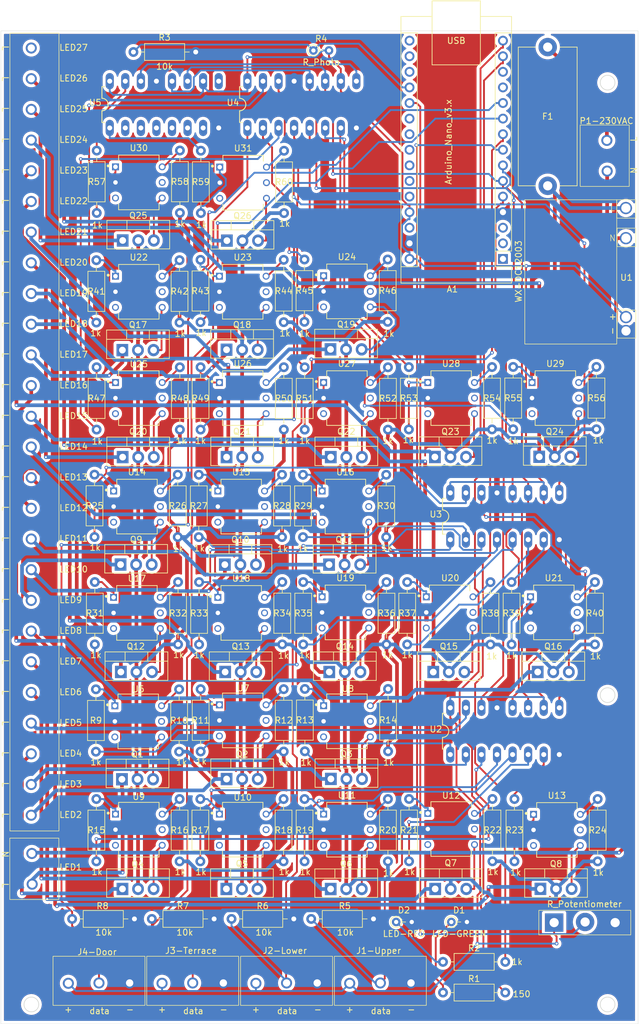
<source format=kicad_pcb>
(kicad_pcb (version 20240108) (generator "pcbnew") (generator_version "8.0")
  (layers (0 "F.Cu" signal) (31 "B.Cu" signal) (34 "B.Paste" user) (35 "F.Paste" user) (36 "B.SilkS" user "B.Silkscreen") (37 "F.SilkS" user "F.Silkscreen") (38 "B.Mask" user) (39 "F.Mask" user) (44 "Edge.Cuts" user))
  (net 0 "")
  (net 2 "motion_sensor_4-D")
  (net 4 "+5V")
  (net 5 "R_Potent")
  (net 8 "SERIAL1")
  (net 13 "RCLK1")
  (net 18 "motion_sensor_3-T")
  (net 19 "R_photo")
  (net 20 "GND")
  (net 21 "motion_sensor_2-L")
  (net 24 "SRCLK1")
  (net 25 "motion_sensor_1-U")
  (net 27 "N")
  (net 28 "L")
  (net 29 "Net-(Q1-G)")
  (net 30 "Net-(Q2-G)")
  (net 31 "LED-1")
  (net 32 "Net-(Q3-G)")
  (net 33 "LED-2")
  (net 34 "LED-3")
  (net 35 "Net-(Q4-G)")
  (net 36 "Net-(Q5-G)")
  (net 37 "LED-4")
  (net 38 "Net-(Q6-G)")
  (net 39 "LED-5")
  (net 40 "LED-6")
  (net 41 "Net-(Q7-G)")
  (net 42 "Net-(Q8-G)")
  (net 43 "LED-7")
  (net 44 "Net-(Q9-G)")
  (net 45 "LED-8")
  (net 46 "Net-(Q10-G)")
  (net 47 "LED-9")
  (net 48 "Net-(Q11-G)")
  (net 49 "LED-10")
  (net 50 "Net-(Q12-G)")
  (net 51 "LED-11")
  (net 52 "LED-12")
  (net 53 "Net-(Q13-G)")
  (net 54 "LED-13")
  (net 55 "Net-(Q14-G)")
  (net 56 "LED-14")
  (net 57 "Net-(Q15-G)")
  (net 58 "Net-(Q16-G)")
  (net 59 "LED-15")
  (net 60 "LED-16")
  (net 61 "Net-(Q17-G)")
  (net 62 "Net-(Q18-G)")
  (net 63 "LED-17")
  (net 64 "LED-18")
  (net 65 "Net-(Q19-G)")
  (net 66 "Net-(Q20-G)")
  (net 67 "LED-19")
  (net 68 "Net-(Q21-G)")
  (net 69 "LED-20")
  (net 70 "LED-21")
  (net 71 "Net-(Q22-G)")
  (net 72 "Net-(Q23-G)")
  (net 73 "LED-22")
  (net 74 "Net-(Q24-G)")
  (net 75 "LED-23")
  (net 76 "LED-24")
  (net 77 "Net-(Q25-G)")
  (net 78 "Net-(Q26-G)")
  (net 79 "LED-25")
  (net 80 "Net-(A1-D12)")
  (net 81 "LED1")
  (net 82 "Net-(A1-D11)")
  (net 83 "Net-(D1-K)")
  (net 84 "LED2")
  (net 85 "Net-(D2-K)")
  (net 86 "LED3")
  (net 88 "Net-(R55-Pad2)")
  (net 89 "Net-(R9-Pad2)")
  (net 90 "LED4")
  (net 91 "Net-(R10-Pad1)")
  (net 92 "Net-(R11-Pad2)")
  (net 93 "LED5")
  (net 94 "Net-(R12-Pad1)")
  (net 95 "LED6")
  (net 96 "Net-(R13-Pad2)")
  (net 97 "Net-(R14-Pad1)")
  (net 98 "LED7")
  (net 99 "Net-(R15-Pad2)")
  (net 100 "Net-(R16-Pad1)")
  (net 101 "LED8")
  (net 102 "Net-(R17-Pad2)")
  (net 103 "Net-(R18-Pad1)")
  (net 104 "LED9")
  (net 105 "Net-(R19-Pad2)")
  (net 106 "Net-(R20-Pad1)")
  (net 107 "Net-(R21-Pad2)")
  (net 108 "LED10")
  (net 109 "Net-(R22-Pad1)")
  (net 110 "LED11")
  (net 111 "Net-(R23-Pad2)")
  (net 112 "Net-(R24-Pad1)")
  (net 113 "LED12")
  (net 114 "Net-(R25-Pad2)")
  (net 115 "Net-(R26-Pad1)")
  (net 116 "LED13")
  (net 117 "Net-(R27-Pad2)")
  (net 118 "Net-(R28-Pad1)")
  (net 119 "LED14")
  (net 120 "Net-(R29-Pad2)")
  (net 121 "Net-(R30-Pad1)")
  (net 122 "LED15")
  (net 123 "Net-(R31-Pad2)")
  (net 124 "Net-(R32-Pad1)")
  (net 125 "Net-(R33-Pad2)")
  (net 126 "LED16")
  (net 127 "Net-(R34-Pad1)")
  (net 128 "LED17")
  (net 129 "Net-(R35-Pad2)")
  (net 130 "Net-(R36-Pad1)")
  (net 131 "Net-(R37-Pad2)")
  (net 132 "LED18")
  (net 133 "Net-(R38-Pad1)")
  (net 134 "Net-(R39-Pad2)")
  (net 135 "LED19")
  (net 136 "Net-(R40-Pad1)")
  (net 137 "Net-(R41-Pad2)")
  (net 138 "LED20")
  (net 139 "Net-(R42-Pad1)")
  (net 140 "LED21")
  (net 141 "Net-(R43-Pad2)")
  (net 142 "Net-(R44-Pad1)")
  (net 143 "Net-(R45-Pad2)")
  (net 144 "LED22")
  (net 145 "Net-(R46-Pad1)")
  (net 146 "LED23")
  (net 147 "Net-(R47-Pad2)")
  (net 148 "Net-(R48-Pad1)")
  (net 149 "Net-(R49-Pad2)")
  (net 150 "LED24")
  (net 151 "Net-(R50-Pad1)")
  (net 152 "Net-(R51-Pad2)")
  (net 153 "LED25")
  (net 154 "Net-(R52-Pad1)")
  (net 155 "LED26")
  (net 156 "Net-(R53-Pad2)")
  (net 157 "Net-(R54-Pad1)")
  (net 158 "SERIAL4")
  (net 159 "SERIAL3")
  (net 160 "SERIAL2")
  (net 220 "LED-26")
  (net 221 "Net-(P1-L)")
  (net 222 "Net-(R56-Pad1)")
  (net 223 "Net-(R57-Pad2)")
  (net 224 "Net-(R58-Pad1)")
  (net 225 "Net-(R59-Pad2)")
  (net 226 "Net-(R60-Pad1)")
  (footprint "Resistor_THT:R_Axial_DIN0207_L6.3mm_D2.5mm_P10.16mm_Horizontal" (layer "F.Cu") (at 57 39.8 -90)
    (property "Reference" "R58" (hide yes))
    (property "Value" "1k")
  )
  (footprint "moc3021:moc3021" (layer "F.Cu") (at 50.2 132.815)
    (property "Reference" "U6")
    (property "Value" "MOC3061M" (hide yes))
  )
  (footprint "Package_TO_SOT_THT:TO-220-3_Vertical" (layer "F.Cu") (at 98.64 160.115)
    (property "Reference" "Q7" (hide yes))
    (property "Value" "BT136-600" (hide yes))
  )
  (footprint "moc3021:moc3021" (layer "F.Cu") (at 67 97.815)
    (property "Reference" "U15")
    (property "Value" "MOC3061M" (hide yes))
  )
  (footprint "moc3021:moc3021" (layer "F.Cu") (at 50 97.815)
    (property "Reference" "U14")
    (property "Value" "MOC3061M" (hide yes))
  )
  (footprint "Resistor_THT:R_Axial_DIN0207_L6.3mm_D2.5mm_P10.16mm_Horizontal" (layer "F.Cu") (at 77.385 137.69 90)
    (property "Reference" "R13" (hide yes))
    (property "Value" "1k")
  )
  (footprint "moc3021:moc3021" (layer "F.Cu") (at 84 97.815)
    (property "Reference" "U16")
    (property "Value" "MOC3061M" (hide yes))
  )
  (footprint "Resistor_THT:R_Axial_DIN0207_L6.3mm_D2.5mm_P10.16mm_Horizontal" (layer "F.Cu") (at 43.3 137.75 90)
    (property "Reference" "R9" (hide yes))
    (property "Value" "1k")
  )
  (footprint "Resistor_THT:R_Axial_DIN0207_L6.3mm_D2.5mm_P10.16mm_Horizontal" (layer "F.Cu") (at 49.42 23.75)
    (property "Reference" "R3")
    (property "Value" "10k")
  )
  (footprint "Resistor_THT:R_Axial_DIN0207_L6.3mm_D2.5mm_P10.16mm_Horizontal" (layer "F.Cu") (at 111.11 110.12 -90)
    (property "Reference" "R39" (hide yes))
    (property "Value" "1k")
  )
  (footprint "Resistor_THT:R_Axial_DIN0207_L6.3mm_D2.5mm_P10.16mm_Horizontal" (layer "F.Cu") (at 43.43 39.81 -90)
    (property "Reference" "R57" (hide yes))
    (property "Value" "1k")
  )
  (footprint "Resistor_THT:R_Axial_DIN0207_L6.3mm_D2.5mm_P10.16mm_Horizontal" (layer "F.Cu") (at 73.94 57.61 -90)
    (property "Reference" "R44" (hide yes))
    (property "Value" "1k")
  )
  (footprint "Shift_Registers:74HC595N" (layer "F.Cu") (at 76.9 32.31)
    (property "Reference" "U4")
    (property "Value" "74HC595")
  )
  (footprint "Resistor_THT:R_Axial_DIN0207_L6.3mm_D2.5mm_P10.16mm_Horizontal" (layer "F.Cu") (at 56.65 92.62 -90)
    (property "Reference" "R26" (hide yes))
    (property "Value" "1k")
  )
  (footprint "Resistor_THT:R_Axial_DIN0207_L6.3mm_D2.5mm_P10.16mm_Horizontal" (layer "F.Cu") (at 60.08 102.79 90)
    (property "Reference" "R27" (hide yes))
    (property "Value" "1k")
  )
  (footprint "Shift_Registers:74HC595N" (layer "F.Cu") (at 54.44 32.31)
    (property "Reference" "U5")
    (property "Value" "74HC595")
  )
  (footprint "Resistor_THT:R_Axial_DIN0207_L6.3mm_D2.5mm_P10.16mm_Horizontal" (layer "F.Cu") (at 73.66 92.62 -90)
    (property "Reference" "R28" (hide yes))
    (property "Value" "1k")
  )
  (footprint "Resistor_THT:R_Axial_DIN0207_L6.3mm_D2.5mm_P10.16mm_Horizontal" (layer "F.Cu") (at 111.37 85.22 90)
    (property "Reference" "R55" (hide yes))
    (property "Value" "1k")
  )
  (footprint "Shift_Registers:74HC595N" (layer "F.Cu") (at 110 134.41)
    (property "Reference" "U2")
    (property "Value" "74HC595")
  )
  (footprint "Package_TO_SOT_THT:TO-220-3_Vertical" (layer "F.Cu") (at 81.37 124.77)
    (property "Reference" "Q14" (hide yes))
    (property "Value" "BT136-600" (hide yes))
  )
  (footprint "Resistor_THT:R_Axial_DIN0207_L6.3mm_D2.5mm_P10.16mm_Horizontal" (layer "F.Cu") (at 56.99 75.12 -90)
    (property "Reference" "R48" (hide yes))
    (property "Value" "1k")
  )
  (footprint "Resistor_THT:R_Axial_DIN0207_L6.3mm_D2.5mm_P10.16mm_Horizontal" (layer "F.Cu") (at 77.08 102.79 90)
    (property "Reference" "R29" (hide yes))
    (property "Value" "1k")
  )
  (footprint "Package_TO_SOT_THT:TO-220-3_Vertical" (layer "F.Cu") (at 64.62 142.21)
    (property "Reference" "Q2" (hide yes))
    (property "Value" "BT136-600" (hide yes))
  )
  (footprint "Package_TO_SOT_THT:TO-220-3_Vertical" (layer "F.Cu") (at 64.62 89.76)
    (property "Reference" "Q21" (hide yes))
    (property "Value" "BT136-600" (hide yes))
  )
  (footprint "moc3021:moc3021" (layer "F.Cu") (at 50.3 150.46)
    (property "Reference" "U9")
    (property "Value" "MOC3061M" (hide yes))
  )
  (footprint "Resistor_THT:R_Axial_DIN0207_L6.3mm_D2.5mm_P10.16mm_Horizontal" (layer "F.Cu") (at 56.95 145.465 -90)
    (property "Reference" "R16" (hide yes))
    (property "Value" "1k")
  )
  (footprint "Resistor_THT:R_Axial_DIN0207_L6.3mm_D2.5mm_P10.16mm_Horizontal" (layer "F.Cu") (at 90.94 75.12 -90)
    (property "Reference" "R52" (hide yes))
    (property "Value" "1k")
  )
  (footprint "Resistor_THT:R_Axial_DIN0207_L6.3mm_D2.5mm_P10.16mm_Horizontal" (layer "F.Cu") (at 60.36 67.77 90)
    (property "Reference" "R43" (hide yes))
    (property "Value" "1k")
  )
  (footprint "Package_TO_SOT_THT:TO-220-3_Vertical" (layer "F.Cu") (at 115.37 124.77)
    (property "Reference" "Q16" (hide yes))
    (property "Value" "BT136-600" (hide yes))
  )
  (footprint "Resistor_THT:R_Axial_DIN0207_L6.3mm_D2.5mm_P10.16mm_Horizontal" (layer "F.Cu") (at 90.96 127.53 -90)
    (property "Reference" "R14" (hide yes))
    (property "Value" "1k")
  )
  (footprint "Resistor_THT:R_Axial_DIN0204_L3.6mm_D1.6mm_P2.54mm_Vertical" (layer "F.Cu") (at 78.78 23.5)
    (property "Reference" "R4")
    (property "Value" "R_Photo")
  )
  (footprint "moc3021:moc3021" (layer "F.Cu") (at 49.99 115.14)
    (property "Reference" "U17")
    (property "Value" "MOC3061M" (hide yes))
  )
  (footprint "moc3021:moc3021" (layer "F.Cu") (at 50.3 45)
    (property "Reference" "U30")
    (property "Value" "MOC3061M" (hide yes))
  )
  (footprint "Package_TO_SOT_THT:TO-220-3_Vertical" (layer "F.Cu") (at 98.595 89.735)
    (property "Reference" "Q23" (hide yes))
    (property "Value" "BT136-600" (hide yes))
  )
  (footprint "Resistor_THT:R_Axial_DIN0207_L6.3mm_D2.5mm_P10.16mm_Horizontal" (layer "F.Cu") (at 73.99 39.84 -90)
    (property "Reference" "R60" (hide yes))
    (property "Value" "1k")
  )
  (footprint "Package_TO_SOT_THT:TO-220-3_Vertical" (layer "F.Cu") (at 47.545 142.245)
    (property "Reference" "Q1" (hide yes))
    (property "Value" "BT136-600" (hide yes))
  )
  (footprint "Resistor_THT:R_Axial_DIN0207_L6.3mm_D2.5mm_P10.16mm_Horizontal" (layer "F.Cu") (at 77.12 120.28 90)
    (property "Reference" "R35" (hide yes))
    (property "Value" "1k")
  )
  (footprint "Resistor_THT:R_Axial_DIN0207_L6.3mm_D2.5mm_P10.16mm_Horizontal" (layer "F.Cu") (at 90.935 145.465 -90)
    (property "Reference" "R20" (hide yes))
    (property "Value" "1k")
  )
  (footprint "Resistor_THT:R_Axial_DIN0207_L6.3mm_D2.5mm_P10.16mm_Horizontal" (layer "F.Cu") (at 125.15 145.465 -90)
    (property "Reference" "R24" (hide yes))
    (property "Value" "1k")
  )
  (footprint "Resistor_THT:R_Axial_DIN0207_L6.3mm_D2.5mm_P10.16mm_Horizontal" (layer "F.Cu") (at 94.35 75.09 -90)
    (property "Reference" "R53" (hide yes))
    (property "Value" "1k")
  )
  (footprint "moc3021:moc3021" (layer "F.Cu") (at 101.25 80.14)
    (property "Reference" "U28")
    (property "Value" "MOC3061M" (hide yes))
  )
  (footprint "Resistor_THT:R_Axial_DIN0207_L6.3mm_D2.5mm_P10.16mm_Horizontal" (layer "F.Cu") (at 107.66 110.13 -90)
    (property "Reference" "R38" (hide yes))
    (property "Value" "1k")
  )
  (footprint "Resistor_THT:R_Axial_DIN0207_L6.3mm_D2.5mm_P10.16mm_Horizontal" (layer "F.Cu") (at 90.66 92.63 -90)
    (property "Reference" "R30" (hide yes))
    (property "Value" "1k")
  )
  (footprint "moc3021:moc3021" (layer "F.Cu") (at 118 115.06)
    (property "Reference" "U21")
    (property "Value" "MOC3061M" (hide yes))
  )
  (footprint "Screw_Terminals:terminalx02x2.5mmPitch" (layer "F.Cu") (at 122.3 45.65 90)
    (property "Reference" "P1-230VAC")
    (property "Value" "Conn_Plug_230VAC" (hide yes))
  )
  (footprint "Package_TO_SOT_THT:TO-220-3_Vertical" (layer "F.Cu") (at 47.66 89.76)
    (property "Reference" "Q20" (hide yes))
    (property "Value" "BT136-600" (hide yes))
  )
  (footprint "Resistor_THT:R_Axial_DIN0207_L6.3mm_D2.5mm_P10.16mm_Horizontal" (layer "F.Cu") (at 90.8975 57.555 -90)
    (property "Reference" "R46" (hide yes))
    (property "Value" "1k")
  )
  (footprint "Package_TO_SOT_THT:TO-220-3_Vertical" (layer "F.Cu") (at 81.33 107.275)
    (property "Reference" "Q11" (hide yes))
    (property "Value" "BT136-600" (hide yes))
  )
  (footprint "moc3021:moc3021" (layer "F.Cu") (at 118.25 80.14)
    (property "Reference" "U29")
    (property "Value" "MOC3061M" (hide yes))
  )
  (footprint "Resistor_THT:R_Axial_DIN0207_L6.3mm_D2.5mm_P10.16mm_Horizontal" (layer "F.Cu") (at 124.95 75.06 -90)
    (property "Reference" "R56" (hide yes))
    (property "Value" "1k")
  )
  (footprint "Fuse:Fuseholder_Cylinder-5x20mm_Stelvio-Kontek_PTF78_Horizontal_Open" (layer "F.Cu") (at 117 22.95 -90)
    (property "Reference" "F1")
    (property "Value" "Fuse" (hide yes))
  )
  (footprint "Resistor_THT:R_Axial_DIN0207_L6.3mm_D2.5mm_P10.16mm_Horizontal" (layer "F.Cu") (at 43.37 67.83 90)
    (property "Reference" "R41" (hide yes))
    (property "Value" "1k")
  )
  (footprint "moc3021:moc3021" (layer "F.Cu") (at 84.25 62.75)
    (property "Reference" "U24")
    (property "Value" "MOC3061M" (hide yes))
  )
  (footprint "moc3021:moc3021" (layer "F.Cu") (at 118.5 150.5)
    (property "Reference" "U13")
    (property "Value" "MOC3061M" (hide yes))
  )
  (footprint "Resistor_THT:R_Axial_DIN0207_L6.3mm_D2.5mm_P10.16mm_Horizontal" (layer "F.Cu") (at 43.07 102.77 90)
    (property "Reference" "R25" (hide yes))
    (property "Value" "1k")
  )
  (footprint "Resistor_THT:R_Axial_DIN0204_L3.6mm_D1.6mm_P2.54mm_Vertical" (layer "F.Cu") (at 101.28 165.5)
    (property "Reference" "D1")
    (property "Value" "LED-GREEN")
  )
  (footprint "Resistor_THT:R_Axial_DIN0207_L6.3mm_D2.5mm_P10.16mm_Horizontal" (layer "F.Cu") (at 73.95 75.11 -90)
    (property "Reference" "R50" (hide yes))
    (property "Value" "1k")
  )
  (footprint "Package_TO_SOT_THT:TO-220-3_Vertical" (layer "F.Cu") (at 115.82 160.105)
    (property "Reference" "Q8" (hide yes))
    (property "Value" "BT136-600" (hide yes))
  )
  (footprint "Resistor_THT:R_Axial_DIN0207_L6.3mm_D2.5mm_P10.16mm_Horizontal" (layer "F.Cu") (at 56.94 57.67 -90)
    (property "Reference" "R42" (hide yes))
    (property "Value" "1k")
  )
  (footprint "Package_TO_SOT_THT:TO-220-3_Vertical" (layer "F.Cu") (at 81.57 72.2)
    (property "Reference" "Q19" (hide yes))
    (property "Value" "BT136-600" (hide yes))
  )
  (footprint "Resistor_THT:R_Axial_DIN0207_L6.3mm_D2.5mm_P10.16mm_Horizontal" (layer "F.Cu") (at 77.3175 57.555 -90)
    (property "Reference" "R45" (hide yes))
    (property "Value" "1k")
  )
  (footprint "Screw_Terminals:terminalx02x2.5mmPitch" (layer "F.Cu") (at 37.25 151.8375 -90)
    (property "Reference" "J6" (hide yes))
    (property "Value" "Conn_01x02" (hide yes))
  )
  (footprint "Shift_Registers:74HC595N" (layer "F.Cu") (at 110 99.39)
    (property "Reference" "U3")
    (property "Value" "74HC595")
  )
  (footprint "AC_DC_converters:WX-DC12003" (layer "F.Cu") (at 113.2625 72.0425 90)
    (property "Reference" "U1")
    (property "Value" "WX-DC12003" (hide yes))
  )
  (footprint "Resistor_THT:R_Axial_DIN0207_L6.3mm_D2.5mm_P10.16mm_Horizontal" (layer "F.Cu") (at 90.7 110.12 -90)
    (property "Reference" "R36" (hide yes))
    (property "Value" "1k")
  )
  (footprint "Package_TO_SOT_THT:TO-220-3_Vertical" (layer "F.Cu") (at 47.63 160.115)
    (property "Reference" "Q4" (hide yes))
    (property "Value" "BT136-600" (hide yes))
  )
  (footprint "Package_TO_SOT_THT:TO-220-3_Vertical" (layer "F.Cu") (at 47.62 72.32)
    (property "Reference" "Q17" (hide yes))
    (property "Value" "BT136-600" (hide yes))
  )
  (footprint "Resistor_THT:R_Axial_DIN0207_L6.3mm_D2.5mm_P10.16mm_Horizontal" (layer "F.Cu") (at 78.42 165)
    (property "Reference" "R5")
    (property "Value" "10k")
  )
  (footprint "Resistor_THT:R_Axial_DIN0207_L6.3mm_D2.5mm_P10.16mm_Horizontal" (layer "F.Cu") (at 60.385 137.725 90)
    (property "Reference" "R11" (hide yes))
    (property "Value" "1k")
  )
  (footprint "Resistor_THT:R_Axial_DIN0207_L6.3mm_D2.5mm_P10.16mm_Horizontal" (layer "F.Cu") (at 77.335 155.625 90)
    (property "Reference" "R19" (hide yes))
    (property "Value" "1k")
  )
  (footprint "moc3021:moc3021" (layer "F.Cu") (at 84.25 150.46)
    (property "Reference" "U11")
    (property "Value" "MOC3061M" (hide yes))
  )
  (footprint "Screw_Terminals:terminalx03x2.5mmPitch" (layer "F.Cu") (at 36.3 171.0875)
    (property "Reference" "J4-Door")
    (property "Value" "Screw_Terminal_01x03" (hide yes))
  )
  (footprint "Resistor_THT:R_Axial_DIN0207_L6.3mm_D2.5mm_P10.16mm_Horizontal" (layer "F.Cu") (at 43.375 155.625 90)
    (property "Reference" "R15" (hide yes))
    (property "Value" "1k")
  )
  (footprint "Resistor_THT:R_Axial_DIN0207_L6.3mm_D2.5mm_P10.16mm_Horizontal" (layer "F.Cu") (at 111.575 145.465 -90)
    (property "Reference" "R23" (hide yes))
    (property "Value" "1k")
  )
  (footprint "Resistor_THT:R_Axial_DIN0207_L6.3mm_D2.5mm_P10.16mm_Horizontal" (layer "F.Cu") (at 73.7 110.11 -90)
    (property "Reference" "R34" (hide yes))
    (property "Value" "1k")
  )
  (footprint "Resistor_THT:R_Axial_DIN0207_L6.3mm_D2.5mm_P10.16mm_Horizontal" (layer "F.Cu") (at 60.335 155.625 90)
    (property "Reference" "R17" (hide yes))
    (property "Value" "1k")
  )
  (footprint "Package_TO_SOT_THT:TO-220-3_Vertical" (layer "F.Cu") (at 81.61 89.76)
    (property "Reference" "Q22" (hide yes))
    (property "Value" "BT136-600" (hide yes))
  )
  (footprint "Package_TO_SOT_THT:TO-220-3_Vertical" (layer "F.Cu") (at 64.33 107.275)
    (property "Reference" "Q10" (hide yes))
    (property "Value" "BT136-600" (hide yes))
  )
  (footprint "moc3021:moc3021" (layer "F.Cu") (at 67.25 62.815)
    (property "Reference" "U23")
    (property "Value" "MOC3061M" (hide yes))
  )
  (footprint "Resistor_THT:R_Axial_DIN0207_L6.3mm_D2.5mm_P10.16mm_Horizontal" (layer "F.Cu") (at 60.13 120.28 90)
    (property "Reference" "R33" (hide yes))
    (property "Value" "1k")
  )
  (footprint "Resistor_THT:R_Axial_DIN0207_L6.3mm_D2.5mm_P10.16mm_Horizontal" (layer "F.Cu") (at 77.36 75.12 -90)
    (property "Reference" "R51" (hide yes))
    (property "Value" "1k")
  )
  (footprint "Resistor_THT:R_Axial_DIN0207_L6.3mm_D2.5mm_P10.16mm_Horizontal" (layer "F.Cu") (at 56.7 110.11 -90)
    (property "Reference" "R32" (hide yes))
    (property "Value" "1k")
  )
  (footprint "Screw_Terminals:terminalx03x2.5mmPitch" (layer "F.Cu") (at 82.2 171.0875)
    (property "Reference" "J1-Upper")
    (property "Value" "Screw_Terminal_01x03" (hide yes))
  )
  (footprint "Resistor_THT:R_Axial_DIN0207_L6.3mm_D2.5mm_P10.16mm_Horizontal" (layer "F.Cu") (at 49.58 165 180)
    (property "Reference" "R8")
    (property "Value" "10k")
  )
  (footprint "moc3021:moc3021" (layer "F.Cu") (at 67.25 150.46)
    (property "Reference" "U10")
    (property "Value" "MOC3061M" (hide yes))
  )
  (footprint "Resistor_THT:R_Axial_DIN0207_L6.3mm_D2.5mm_P10.16mm_Horizontal" (layer "F.Cu") (at 43.12 120.27 90)
    (property "Reference" "R31" (hide yes))
    (property "Value" "1k")
  )
  (footprint "Package_TO_SOT_THT:TO-220-3_Vertical" (layer "F.Cu") (at 98.33 124.775)
    (property "Reference" "Q15")
    (property "Value" "BT136-600" (hide yes))
  )
  (footprint "Package_TO_SOT_THT:TO-220-3_Vertical" (layer "F.Cu") (at 64.38 124.765)
    (property "Reference" "Q13" (hide yes))
    (property "Value" "BT136-600" (hide yes))
  )
  (footprint "Resistor_THT:R_Axial_DIN0207_L6.3mm_D2.5mm_P10.16mm_Horizontal" (layer "F.Cu") (at 75.58 165 180)
    (property "Reference" "R6")
    (property "Value" "10k")
  )
  (footprint "Resistor_THT:R_Axial_DIN0207_L6.3mm_D2.5mm_P10.16mm_Horizontal" (layer "F.Cu") (at 94.385 155.615 90)
    (property "Reference" "R21" (hide yes))
    (property "Value" "1k")
  )
  (footprint "Resistor_THT:R_Axial_DIN0207_L6.3mm_D2.5mm_P10.16mm_Horizontal" (layer "F.Cu") (at 110.08 177 180)
    (property "Reference" "R1")
    (property "Value" "150")
  )
  (footprint "Screw_Terminals:terminalx03x2.5mmPitch" (layer "F.Cu") (at 66.9 171.0875)
    (property "Reference" "J2-Lower")
    (property "Value" "Screw_Terminal_01x03" (hide yes))
  )
  (footprint "moc3021:moc3021" (layer "F.Cu") (at 101 115.06)
    (property "Reference" "U20")
    (property "Value" "MOC3061M" (hide yes))
  )
  (footprint "moc3021:moc3021" (layer "F.Cu") (at 50.3 80.14)
    (property "Reference" "U25")
    (property "Value" "MOC3061M" (hide yes))
  )
  (footprint "Package_TO_SOT_THT:TO-220-3_Vertical" (layer "F.Cu") (at 64.58 160.115)
    (property "Reference" "Q5" (hide yes))
    (property "Value" "BT136-600" (hide yes))
  )
  (footprint "Resistor_THT:R_Axial_DIN0207_L6.3mm_D2.5mm_P10.16mm_Horizontal" (layer "F.Cu") (at 60.37 85.27 90)
    (property "Reference" "R49" (hide yes))
    (property "Value" "1k")
  )
  (footprint "Package_TO_SOT_THT:TO-220-3_Vertical" (layer "F.Cu") (at 47.67 54.455)
    (property "Reference" "Q25" (hide yes))
    (property "Value" "BT136-600" (hide yes))
  )
  (footprint "Package_TO_SOT_THT:TO-220-3_Vertical" (layer "F.Cu") (at 115.62 89.71)
    (property "Reference" "Q24" (hide yes))
    (property "Value" "BT136-600" (hide yes))
  )
  (footprint "Resistor_THT:Potentiometer_5k" (layer "F.Cu") (at 115.55 163.6)
    (property "Reference" "R_Potentiometer")
    (property "Value" "R_Potentiometer" (hide yes))
  )
  (footprint "Module:Arduino_Nano" (layer "F.Cu") (at 109.7 57.46 180)
    (property "Reference" "A1")
    (property "Value" "Arduino_Nano_v3.x")
  )
  (footprint "Resistor_THT:R_Axial_DIN0207_L6.3mm_D2.5mm_P10.16mm_Horizontal" (layer "F.Cu") (at 60.42 39.83 -90)
    (property "Reference" "R59" (hide yes))
    (property "Value" "1k")
  )
  (footprint "moc3021:moc3021" (layer "F.Cu") (at 67.31 45.04)
    (property "Reference" "U31")
    (property "Value" "MOC3061M" (hide yes))
  )
  (footprint "Resistor_THT:R_Axial_DIN0207_L6.3mm_D2.5mm_P10.16mm_Horizontal" (layer "F.Cu") (at 107.985 145.455 -90)
    (property "Reference" "R22" (hide yes))
    (property "Value" "1k")
  )
  (footprint "moc3021:moc3021" (layer "F.Cu") (at 67.25 80.14)
    (property "Reference" "U26")
    (property "Value" "MOC3061M" (hide yes))
  )
  (footprint "Package_TO_SOT_THT:TO-220-3_Vertical" (layer "F.Cu") (at 81.63 142.19)
    (property "Reference" "Q3" (hide yes))
    (property "Value" "BT136-600" (hide yes))
  )
  (footprint "Screw_Terminals:terminalx26x2.5mmPitch" (layer "F.Cu") (at 29.15 20.6)
    (property "Reference" "J5" (hide yes))
    (property "Value" "Screw_Terminal_01x26" (hide yes))
  )
  (footprint "Screw_Terminals:terminalx03x2.5mmPitch" (layer "F.Cu") (at 51.5875 171.0875)
    (property "Reference" "J3-Terrace")
    (property "Value" "Screw_Terminal_01x03" (hide yes))
  )
  (footprint "Package_TO_SOT_THT:TO-220-3_Vertical" (layer "F.Cu") (at 47.37 124.765)
    (property "Reference" "Q12")
    (property "Value" "BT136-600" (hide yes))
  )
  (footprint "Resistor_THT:R_Axial_DIN0207_L6.3mm_D2.5mm_P10.16mm_Horizontal" (layer "F.Cu") (at 94.08 120.28 90)
    (property "Reference" "R37" (hide yes))
    (property "Value" "1k")
  )
  (footprint "moc3021:moc3021" (layer "F.Cu") (at 84.25 80.14)
    (property "Reference" "U27")
    (property "Value" "MOC3061M" (hide yes))
  )
  (footprint "Package_TO_SOT_THT:TO-220-3_Vertical" (layer "F.Cu") (at 64.61 72.26)
    (property "Reference" "Q18" (hide yes))
    (property "Value" "BT136-600" (hide yes))
  )
  (footprint "Resistor_THT:R_Axial_DIN0207_L6.3mm_D2.5mm_P10.16mm_Horizontal" (layer "F.Cu") (at 73.91 145.465 -90)
    (property "Reference" "R18" (hide yes))
    (property "Value" "1k")
  )
  (footprint "Package_TO_SOT_THT:TO-220-3_Vertical" (layer "F.Cu") (at 47.32 107.265)
    (property "Reference" "Q9" (hide yes))
    (property "Value" "BT136-600" (hide yes))
  )
  (footprint "Resistor_THT:R_Axial_DIN0204_L3.6mm_D1.6mm_P2.54mm_Vertical" (layer "F.Cu") (at 92.28 165.5)
    (property "Reference" "D2")
    (property "Value" "LED-RED")
  )
  (footprint "moc3021:moc3021" (layer "F.Cu") (at 84.25 132.8)
    (property "Reference" "U8")
    (property "Value" "MOC3061M" (hide yes))
  )
  (footprint "moc3021:moc3021" (layer "F.Cu") (at 67 115.14)
    (property "Reference" "U18")
    (property "Value" "MOC3061M" (hide yes))
  )
  (footprint "moc3021:moc3021" (layer "F.Cu") (at 101.25 150.35)
    (property "Reference" "U12")
    (property "Value" "MOC3061M" (hide yes))
  )
  (footprint "Resistor_THT:R_Axial_DIN0207_L6.3mm_D2.5mm_P10.16mm_Horizontal" (layer "F.Cu") (at 73.935 127.565 -90)
    (property "Reference" "R12" (hide yes))
    (property "Value" "1k")
  )
  (footprint "Resistor_THT:R_Axial_DIN0207_L6.3mm_D2.5mm_P10.16mm_Horizontal" (layer "F.Cu") (at 107.92 75.08 -90)
    (property "Reference" "R54" (hide yes))
    (property "Value" "1k")
  )
  (footprint "Resistor_THT:R_Axial_DIN0207_L6.3mm_D2.5mm_P10.16mm_Horizontal" (layer "F.Cu") (at 43.41 85.27 90)
    (property "Reference" "R47" (hide yes))
    (property "Value" "1k")
  )
  (footprint "Resistor_THT:R_Axial_DIN0207_L6.3mm_D2.5mm_P10.16mm_Horizontal" (layer "F.Cu") (at 124.7 110.12 -90)
    (property "Reference" "R40" (hide yes))
    (property "Value" "1k")
  )
  (footprint "moc3021:moc3021" (layer "F.Cu") (at 67.25 132.66)
    (property "Reference" "U7")
    (property "Value" "MOC3061M" (hide yes))
  )
  (footprint "Resistor_THT:R_Axial_DIN0207_L6.3mm_D2.5mm_P10.16mm_Horizontal" (layer "F.Cu") (at 62.58 165 180)
    (property "Reference" "R7")
    (property "Value" "10k")
  )
  (footprint "Package_TO_SOT_THT:TO-220-3_Vertical" (layer "F.Cu") (at 81.59 160.125)
    (property "Reference" "Q6" (hide yes))
    (property "Value" "BT136-600" (hide yes))
  )
  (footprint "Resistor_THT:R_Axial_DIN0207_L6.3mm_D2.5mm_P10.16mm_Horizontal" (layer "F.Cu") (at 110.08 172 180)
    (property "Reference" "R2")
    (property "Value" "1k")
  )
  (footprint "Package_TO_SOT_THT:TO-220-3_Vertical" (layer "F.Cu") (at 64.67 54.485)
    (property "Reference" "Q26" (hide yes))
    (property "Value" "BT136-600" (hide yes))
  )
  (footprint "moc3021:moc3021" (layer "F.Cu") (at 50.3 62.815)
    (property "Reference" "U22")
    (property "Value" "MOC3061M" (hide yes))
  )
  (footprint "moc3021:moc3021" (layer "F.Cu") (at 84 115.06)
    (property "Reference" "U19")
    (property "Value" "MOC3061M" (hide yes))
  )
  (footprint "Resistor_THT:R_Axial_DIN0207_L6.3mm_D2.5mm_P10.16mm_Horizontal" (layer "F.Cu") (at 56.875 127.59 -90)
    (property "Reference" "R10" (hide yes))
    (property "Value" "1k")
  )
  (gr_circle (center 126.77 28.74) (end 127.97 28.74) (stroke (width 0.1)) (fill none) (layer "Edge.Cuts"))
  (gr_rect (start 27.8 20.295) (end 131.74 182.115) (stroke (width 0.05)) (fill none) (layer "Edge.Cuts"))
  (gr_circle (center 32.77 178.94) (end 33.97 178.94) (stroke (width 0.1)) (fill none) (layer "Edge.Cuts"))
  (gr_circle (center 126.77 128.54) (end 127.97 128.54) (stroke (width 0.1)) (fill none) (layer "Edge.Cuts"))
  (gr_circle (center 126.77 178.94) (end 127.97 178.94) (stroke (width 0.1)) (fill none) (layer "Edge.Cuts"))
  (gr_text "LED24" (at 37.25 38.615 0) (layer "F.SilkS") (effects (font (size 1 1)) (justify left bottom)))
  (gr_text "LED17" (at 37.25 73.615 0) (layer "F.SilkS") (effects (font (size 1 1)) (justify left bottom)))
  (gr_text "LED7" (at 37.25 123.615 0) (layer "F.SilkS") (effects (font (size 1 1)) (justify left bottom)))
  (gr_text "LED18" (at 37.25 68.615 0) (layer "F.SilkS") (effects (font (size 1 1)) (justify left bottom)))
  (gr_text "LED21" (at 37.25 53.615 0) (layer "F.SilkS") (effects (font (size 1 1)) (justify left bottom)))
  (gr_text "LED20" (at 37.25 58.615 0) (layer "F.SilkS") (effects (font (size 1 1)) (justify left bottom)))
  (gr_text "LED14" (at 37.25 88.615 0) (layer "F.SilkS") (effects (font (size 1 1)) (justify left bottom)))
  (gr_text "LED9" (at 37.25 113.615 0) (layer "F.SilkS") (effects (font (size 1 1)) (justify left bottom)))
  (gr_text "LED3" (at 37.25 143.615 0) (layer "F.SilkS") (effects (font (size 1 1)) (justify left bottom)))
  (gr_text "LED19" (at 37.25 63.615 0) (layer "F.SilkS") (effects (font (size 1 1)) (justify left bottom)))
  (gr_text "LED2" (at 37.25 148.615 0) (layer "F.SilkS") (effects (font (size 1 1)) (justify left bottom)))
  (gr_text "LED26" (at 37.25 28.615 0) (layer "F.SilkS") (effects (font (size 1 1)) (justify left bottom)))
  (gr_text "LED27" (at 37.25 23.615 0) (layer "F.SilkS") (effects (font (size 1 1)) (justify left bottom)))
  (gr_text "LED13" (at 37.25 93.615 0) (layer "F.SilkS") (effects (font (size 1 1)) (justify left bottom)))
  (gr_text "LED15" (at 37.25 83.615 0) (layer "F.SilkS") (effects (font (size 1 1)) (justify left bottom)))
  (gr_text "LED8" (at 37.25 118.615 0) (layer "F.SilkS") (effects (font (size 1 1)) (justify left bottom)))
  (gr_text "LED1" (at 37.25 157.165 0) (layer "F.SilkS") (effects (font (size 1 1)) (justify left bottom)))
  (gr_text "LED10" (at 37.25 108.615 0) (layer "F.SilkS") (effects (font (size 1 1)) (justify left bottom)))
  (gr_text "LED4" (at 37.25 138.615 0) (layer "F.SilkS") (effects (font (size 1 1)) (justify left bottom)))
  (gr_text "LED25" (at 37.25 33.615 0) (layer "F.SilkS") (effects (font (size 1 1)) (justify left bottom)))
  (gr_text "LED12" (at 37.25 98.615 0) (layer "F.SilkS") (effects (font (size 1 1)) (justify left bottom)))
  (gr_text "LED16" (at 37.25 78.615 0) (layer "F.SilkS") (effects (font (size 1 1)) (justify left bottom)))
  (gr_text "LED23" (at 37.25 43.615 0) (layer "F.SilkS") (effects (font (size 1 1)) (justify left bottom)))
  (gr_text "LED6" (at 37.25 128.615 0) (layer "F.SilkS") (effects (font (size 1 1)) (justify left bottom)))
  (gr_text "LED22" (at 37.25 48.615 0) (layer "F.SilkS") (effects (font (size 1 1)) (justify left bottom)))
  (gr_text "LED5" (at 37.25 133.615 0) (layer "F.SilkS") (effects (font (size 1 1)) (justify left bottom)))
  (gr_text "LED11" (at 37.25 103.615 0) (layer "F.SilkS") (effects (font (size 1 1)) (justify left bottom)))
  (segment (start 59.7115 60.3273) (end 59.7115 65.9062) (width 0.3) (layer "F.Cu") (net 2))
  (segment (start 39.42 166.1517) (end 43.8 170.5317) (width 0.3) (layer "F.Cu") (net 2))
  (segment (start 59.7115 65.9062) (end 58.3386 67.2791) (width 0.3) (layer "F.Cu") (net 2))
  (segment (start 37.681 162.1093) (end 37.681 104.0574) (width 0.3) (layer "F.Cu") (net 2))
  (segment (start 39.42 165) (end 39.42 163.8483) (width 0.3) (layer "F.Cu") (net 2))
  (segment (start 61.6199 50.0776) (end 61.6199 58.4189) (width 0.3) (layer "F.Cu") (net 2))
  (segment (start 39.42 163.8483) (end 37.681 162.1093) (width 0.3) (layer "F.Cu") (net 2))
  (segment (start 43.8 170.5317) (end 43.8 175.4375) (width 0.3) (layer "F.Cu") (net 2))
  (segment (start 61.6199 58.4189) (end 59.7115 60.3273) (width 0.3) (layer "F.Cu") (net 2))
  (segment (start 61.8467 49.8508) (end 61.6199 50.0776) (width 0.3) (layer "F.Cu") (net 2))
  (segment (start 58.3386 67.2791) (end 58.3386 100.7503) (width 0.3) (layer "F.Cu") (net 2))
  (segment (start 39.42 165) (end 39.42 166.1517) (width 0.3) (layer "F.Cu") (net 2))
  (via (at 58.3386 100.7503) (size 0.6) (drill 0.3) (layers "F.Cu" "B.Cu") (net 2))
  (via (at 37.681 104.0574) (size 0.6) (drill 0.3) (layers "F.Cu" "B.Cu") (net 2))
  (via (at 61.8467 49.8508) (size 0.6) (drill 0.3) (layers "F.Cu" "B.Cu") (net 2))
  (segment (start 37.681 104.0574) (end 52.6126 104.0574) (width 0.3) (layer "B.Cu") (net 2))
  (segment (start 91.3733 33.2117) (end 82.441 42.144) (width 0.3) (layer "B.Cu") (net 2))
  (segment (start 79.8654 42.144) (end 78.5927 43.4167) (width 0.3) (layer "B.Cu") (net 2))
  (segment (start 52.6126 104.0574) (end 55.9197 100.7503) (width 0.3) (layer "B.Cu") (net 2))
  (segment (start 78.5927 43.4167) (end 69.1512 43.4167) (width 0.3) (layer "B.Cu") (net 2))
  (segment (start 108.5483 32.06) (end 107.3966 33.2117) (width 0.3) (layer "B.Cu") (net 2))
  (segment (start 55.9197 100.7503) (end 58.3386 100.7503) (width 0.3) (layer "B.Cu") (net 2))
  (segment (start 69.1512 43.4167) (end 62.7171 49.8508) (width 0.3) (layer "B.Cu") (net 2))
  (segment (start 109.7 32.06) (end 108.5483 32.06) (width 0.3) (layer "B.Cu") (net 2))
  (segment (start 62.7171 49.8508) (end 61.8467 49.8508) (width 0.3) (layer "B.Cu") (net 2))
  (segment (start 82.441 42.144) (end 79.8654 42.144) (width 0.3) (layer "B.Cu") (net 2))
  (segment (start 107.3966 33.2117) (end 91.3733 33.2117) (width 0.3) (layer "B.Cu") (net 2))
  (segment (start 118.05 165.6) (end 118.05 167.4517) (width 0.3) (layer "F.Cu") (net 4))
  (segment (start 93.3083 47.8246) (end 93.3083 40.2308) (width 0.3) (layer "F.Cu") (net 4))
  (segment (start 94.46 48.6883) (end 94.172 48.6883) (width 0.3) (layer "F.Cu") (net 4))
  (segment (start 101.11 132.2725) (end 102.1221 133.2846) (width 0.3) (layer "F.Cu") (net 4))
  (segment (start 102.1221 143.3489) (end 105.9806 147.2074) (width 0.3) (layer "F.Cu") (net 4))
  (segment (start 113.9658 123.5829) (end 113.9658 126.5433) (width 0.3) (layer "F.Cu") (net 4))
  (segment (start 105.9806 160.7087) (end 105.5406 161.1487) (width 0.3) (layer "F.Cu") (net 4))
  (segment (start 118.4528 167.8545) (end 118.4528 169.0249) (width 0.3) (layer "F.Cu") (net 4))
  (segment (start 81.32 23.5) (end 81.32 24.5517) (width 0.3) (layer "F.Cu") (net 4))
  (segment (start 116.35 130.6) (end 116.35 128.9275) (width 0.3) (layer "F.Cu") (net 4))
  (segment (start 113.4569 91.0144) (end 113.4569 58.669) (width 0.3) (layer "F.Cu") (net 4))
  (segment (start 116.35 93.9075) (end 113.4569 91.0144) (width 0.3) (layer "F.Cu") (net 4))
  (segment (start 68.01 28.5) (end 68.01 24.5863) (width 0.3) (layer "F.Cu") (net 4))
  (segment (start 94.46 49.84) (end 94.46 48.6883) (width 0.3) (layer "F.Cu") (net 4))
  (segment (start 93.3083 40.2308) (end 83.25 30.1725) (width 0.3) (layer "F.Cu") (net 4))
  (segment (start 105.9806 147.2074) (end 105.9806 160.7087) (width 0.3) (layer "F.Cu") (net 4))
  (segment (start 119.9652 117.5835) (end 113.9658 123.5829) (width 0.3) (layer "F.Cu") (net 4))
  (segment (start 118.05 167.4517) (end 118.4528 167.8545) (width 0.3) (layer "F.Cu") (net 4))
  (segment (start 101.11 130.6) (end 101.11 132.2725) (width 0.3) (layer "F.Cu") (net 4))
  (segment (start 113.4569 58.669) (end 113.5142 58.6117) (width 0.3) (layer "F.Cu") (net 4))
  (segment (start 105.5406 161.1487) (end 105.5406 169.0249) (width 0.3) (layer "F.Cu") (net 4))
  (segment (start 116.35 95.1778) (end 116.35 95.58) (width 0.3) (layer "F.Cu") (net 4))
  (segment (start 116.35 95.1778) (end 116.35 93.9075) (width 0.3) (layer "F.Cu") (net 4))
  (segment (start 116.35 95.58) (end 116.35 97.2525) (width 0.3) (layer "F.Cu") (net 4))
  (segment (start 113.9658 126.5433) (end 116.35 128.9275) (width 0.3) (layer "F.Cu") (net 4))
  (segment (start 81.32 24.5517) (end 83.25 26.4817) (width 0.3) (layer "F.Cu") (net 4))
  (segment (start 102.1221 133.2846) (end 102.1221 143.3489) (width 0.3) (layer "F.Cu") (net 4))
  (segment (start 83.25 26.4817) (end 83.25 28.5) (width 0.3) (layer "F.Cu") (net 4))
  (segment (start 119.9652 100.8677) (end 119.9652 117.5835) (width 0.3) (layer "F.Cu") (net 4))
  (segment (start 116.35 97.2525) (end 119.9652 100.8677) (width 0.3) (layer "F.Cu") (net 4))
  (segment (start 94.172 48.6883) (end 93.3083 47.8246) (width 0.3) (layer "F.Cu") (net 4))
  (segment (start 83.25 28.5) (end 83.25 30.1725) (width 0.3) (layer "F.Cu") (net 4))
  (via (at 118.4528 169.0249) (size 0.6) (drill 0.3) (layers "F.Cu" "B.Cu") (net 4))
  (via (at 68.01 24.5863) (size 0.6) (drill 0.3) (layers "F.Cu" "B.Cu") (net 4))
  (via (at 105.5406 169.0249) (size 0.6) (drill 0.3) (layers "F.Cu" "B.Cu") (net 4))
  (via (at 113.5142 58.6117) (size 0.6) (drill 0.3) (layers "F.Cu" "B.Cu") (net 4))
  (segment (start 83.4438 176.7437) (end 84.7 175.4875) (width 0.3) (layer "B.Cu") (net 4))
  (segment (start 60.79 29.3362) (end 60.79 30.1725) (width 0.3) (layer "B.Cu") (net 4))
  (segment (start 113.5142 58.6117) (end 121.4417 58.6117) (width 0.3) (layer "B.Cu") (net 4))
  (segment (start 79.182 24.5863) (end 68.01 24.5863) (width 0.3) (layer "B.Cu") (net 4))
  (segment (start 105.5406 169.0249) (end 97.8263 176.7392) (width 0.3) (layer "B.Cu") (net 4))
  (segment (start 116.2674 128.8449) (end 116.35 128.9275) (width 0.3) (layer "B.Cu") (net 4))
  (segment (start 101.11 130.6) (end 101.11 128.9275) (width 0.3) (layer "B.Cu") (net 4))
  (segment (start 81.32 23.5) (end 80.2683 23.5) (width 0.3) (layer "B.Cu") (net 4))
  (segment (start 61.6263 30.1725) (end 68.01 30.1725) (width 0.3) (layer "B.Cu") (net 4))
  (segment (start 93.2439 55.4521) (end 93.2439 51.9393) (width 0.3) (layer "B.Cu") (net 4))
  (segment (start 60.2363 30.7262) (end 60.79 30.1725) (width 0.3) (layer "B.Cu") (net 4))
  (segment (start 68.01 30.0466) (end 68.01 30.171) (width 0.3) (layer "B.Cu") (net 4))
  (segment (start 68.01 30.171) (end 68.01 30.1725) (width 0.3) (layer "B.Cu") (net 4))
  (segment (start 46.1037 30.7262) (end 60.2363 30.7262) (width 0.3) (layer "B.Cu") (net 4))
  (segment (start 95.6117 57.46) (end 96.7634 58.6117) (width 0.3) (layer "B.Cu") (net 4))
  (segment (start 101.11 128.9275) (end 101.1926 128.8449) (width 0.3) (layer "B.Cu") (net 4))
  (segment (start 60.79 28.5) (end 60.79 29.3362) (width 0.3) (layer "B.Cu") (net 4))
  (segment (start 116.35 130.6) (end 116.35 128.9275) (width 0.3) (layer "B.Cu") (net 4))
  (segment (start 80.2683 23.5) (end 79.182 24.5863) (width 0.3) (layer "B.Cu") (net 4))
  (segment (start 60.79 29.3362) (end 61.6263 30.1725) (width 0.3) (layer "B.Cu") (net 4))
  (segment (start 101.11 93.9075) (end 101.2087 93.8088) (width 0.3) (layer "B.Cu") (net 4))
  (segment (start 96.7634 58.6117) (end 113.5142 58.6117) (width 0.3) (layer "B.Cu") (net 4))
  (segment (start 118.4528 169.0249) (end 105.5406 169.0249) (width 0.3) (layer "B.Cu") (net 4))
  (segment (start 116.2513 93.8088) (end 116.35 93.9075) (width 0.3) (layer "B.Cu") (net 4))
  (segment (start 40.0562 176.7437) (end 38.8 175.4875) (width 0.3) (layer "B.Cu") (net 4))
  (segment (start 54.0875 175.4875) (end 54.0875 176.7437) (width 0.3) (layer "B.Cu") (net 4))
  (segment (start 94.46 49.84) (end 94.46 50.9917) (width 0.3) (layer "B.Cu") (net 4))
  (segment (start 69.4 176.7437) (end 54.0875 176.7437) (width 0.3) (layer "B.Cu") (net 4))
  (segment (start 94.46 57.46) (end 95.6117 57.46) (width 0.3) (layer "B.Cu") (net 4))
  (segment (start 101.2087 93.8088) (end 116.2513 93.8088) (width 0.3) (layer "B.Cu") (net 4))
  (segment (start 94.46 56.3083) (end 94.1001 56.3083) (width 0.3) (layer "B.Cu") (net 4))
  (segment (start 68.01 28.5) (end 68.01 30.0466) (width 0.3) (layer "B.Cu") (net 4))
  (segment (start 101.11 95.58) (end 101.11 93.9075) (width 0.3) (layer "B.Cu") (net 4))
  (segment (start 94.1001 56.3083) (end 93.2439 55.4521) (width 0.3) (layer "B.Cu") (net 4))
  (segment (start 94.46 57.46) (end 94.46 56.3083) (width 0.3) (layer "B.Cu") (net 4))
  (segment (start 94.1915 50.9917) (end 94.46 50.9917) (width 0.3) (layer "B.Cu") (net 4))
  (segment (start 121.4417 58.6117) (end 129.7725 66.9425) (width 0.3) (layer "B.Cu") (net 4))
  (segment (start 116.35 95.58) (end 116.35 93.9075) (width 0.3) (layer "B.Cu") (net 4))
  (segment (start 85.9517 176.7392) (end 84.7 175.4875) (width 0.3) (layer "B.Cu") (net 4))
  (segment (start 69.4 176.7437) (end 83.4438 176.7437) (width 0.3) (layer "B.Cu") (net 4))
  (segment (start 93.2439 51.9393) (end 94.1915 50.9917) (width 0.3) (layer "B.Cu") (net 4))
  (segment (start 101.1926 128.8449) (end 116.2674 128.8449) (width 0.3) (layer "B.Cu") (net 4))
  (segment (start 45.55 30.1725) (end 46.1037 30.7262) (width 0.3) (layer "B.Cu") (net 4))
  (segment (start 69.4 176.7437) (end 69.4 175.4875) (width 0.3) (layer "B.Cu") (net 4))
  (segment (start 54.0875 176.7437) (end 40.0562 176.7437) (width 0.3) (layer "B.Cu") (net 4))
  (segment (start 97.8263 176.7392) (end 85.9517 176.7392) (width 0.3) (layer "B.Cu") (net 4))
  (segment (start 45.55 28.5) (end 45.55 30.1725) (width 0.3) (layer "B.Cu") (net 4))
  (segment (start 94.46 32.06) (end 95.6117 32.06) (width 0.3) (layer "F.Cu") (net 5))
  (segment (start 95.6117 32.06) (end 96.2162 32.6645) (width 0.3) (layer "F.Cu") (net 5))
  (segment (start 96.2162 32.6645) (end 96.2162 167.4684) (width 0.3) (layer "F.Cu") (net 5))
  (via (at 96.2162 167.4684) (size 0.6) (drill 0.3) (layers "F.Cu" "B.Cu") (net 5))
  (segment (start 121.1316 167.4684) (end 96.2162 167.4684) (width 0.3) (layer "B.Cu") (net 5))
  (segment (start 123.1 165.5) (end 121.1316 167.4684) (width 0.3) (layer "B.Cu") (net 5))
  (segment (start 109.7421 125.3754) (end 106.19 128.9275) (width 0.3) (layer "F.Cu") (net 8))
  (segment (start 106.19 130.6) (end 106.19 128.9275) (width 0.3) (layer "F.Cu") (net 8))
  (segment (start 109.8165 96.6559) (end 109.7421 96.7303) (width 0.3) (layer "F.Cu") (net 8))
  (segment (start 109.3401 48.4517) (end 108.4735 49.3183) (width 0.3) (layer "F.Cu") (net 8))
  (segment (start 109.7421 96.7303) (end 109.7421 125.3754) (width 0.3) (layer "F.Cu") (net 8))
  (segment (start 108.4735 49.3183) (end 108.4735 72.2485) (width 0.3) (layer "F.Cu") (net 8))
  (segment (start 108.4735 72.2485) (end 109.6087 73.3837) (width 0.3) (layer "F.Cu") (net 8))
  (segment (start 109.7 47.3) (end 109.7 48.4517) (width 0.3) (layer "F.Cu") (net 8))
  (segment (start 109.8165 86.8296) (end 109.8165 96.6559) (width 0.3) (layer "F.Cu") (net 8))
  (segment (start 109.7 48.4517) (end 109.3401 48.4517) (width 0.3) (layer "F.Cu") (net 8))
  (segment (start 109.6087 86.6218) (end 109.8165 86.8296) (width 0.3) (layer "F.Cu") (net 8))
  (segment (start 109.6087 73.3837) (end 109.6087 86.6218) (width 0.3) (layer "F.Cu") (net 8))
  (segment (start 111.27 87.3235) (end 111.27 95.58) (width 0.3) (layer "F.Cu") (net 13))
  (segment (start 111.4697 72.6899) (end 110.1916 73.968) (width 0.3) (layer "F.Cu") (net 13))
  (segment (start 111.27 96.4162) (end 111.27 97.2525) (width 0.3) (layer "F.Cu") (net 13))
  (segment (start 111.27 130.6) (end 111.27 128.9275) (width 0.3) (layer "F.Cu") (net 13))
  (segment (start 110.1916 86.2451) (end 111.27 87.3235) (width 0.3) (layer "F.Cu") (net 13))
  (segment (start 110.2579 102.1204) (end 110.2579 104.2796) (width 0.3) (layer "F.Cu") (net 13))
  (segment (start 110.1916 73.968) (end 110.1916 86.2451) (width 0.3) (layer "F.Cu") (net 13))
  (segment (start 112.2807 106.3024) (end 112.2807 127.9168) (width 0.3) (layer "F.Cu") (net 13))
  (segment (start 112.2807 127.9168) (end 111.27 128.9275) (width 0.3) (layer "F.Cu") (net 13))
  (segment (start 110.2579 104.2796) (end 112.2807 106.3024) (width 0.3) (layer "F.Cu") (net 13))
  (segment (start 78.17 28.5) (end 78.17 30.1725) (width 0.3) (layer "F.Cu") (net 13))
  (segment (start 111.27 97.2525) (end 111.27 101.1084) (width 0.3) (layer "F.Cu") (net 13))
  (segment (start 78.17 30.1725) (end 79.2627 31.2652) (width 0.3) (layer "F.Cu") (net 13))
  (segment (start 111.4697 47.9289) (end 111.4697 72.6899) (width 0.3) (layer "F.Cu") (net 13))
  (segment (start 111.27 96.4162) (end 111.27 95.58) (width 0.3) (layer "F.Cu") (net 13))
  (segment (start 79.2627 31.2652) (end 79.2627 45.9277) (width 0.3) (layer "F.Cu") (net 13))
  (segment (start 111.27 101.1084) (end 111.2699 101.1084) (width 0.3) (layer "F.Cu") (net 13))
  (segment (start 111.2699 101.1084) (end 110.2579 102.1204) (width 0.3) (layer "F.Cu") (net 13))
  (via (at 79.2627 45.9277) (size 0.6) (drill 0.3) (layers "F.Cu" "B.Cu") (net 13))
  (via (at 111.4697 47.9289) (size 0.6) (drill 0.3) (layers "F.Cu" "B.Cu") (net 13))
  (segment (start 109.9879 43.3717) (end 110.8995 44.2833) (width 0.3) (layer "B.Cu") (net 13))
  (segment (start 78.0852 26.7427) (end 60.3943 26.7427) (width 0.3) (layer "B.Cu") (net 13))
  (segment (start 59.2644 27.8726) (end 59.2644 29.5936) (width 0.3) (layer "B.Cu") (net 13))
  (segment (start 111.4697 47.2248) (end 111.4697 47.9289) (width 0.3) (layer "B.Cu") (net 13))
  (segment (start 55.71 28.5) (end 55.71 30.1725) (width 0.3) (layer "B.Cu") (net 13))
  (segment (start 110.8995 44.2833) (end 110.8995 45.2008) (width 0.3) (layer "B.Cu") (net 13))
  (segment (start 60.3943 26.7427) (end 59.2644 27.8726) (width 0.3) (layer "B.Cu") (net 13))
  (segment (start 78.17 26.8275) (end 78.0852 26.7427) (width 0.3) (layer "B.Cu") (net 13))
  (segment (start 110.1726 45.9277) (end 79.2627 45.9277) (width 0.3) (layer "B.Cu") (net 13))
  (segment (start 109.7 42.22) (end 109.7 43.3717) (width 0.3) (layer "B.Cu") (net 13))
  (segment (start 59.2644 29.5936) (end 58.6855 30.1725) (width 0.3) (layer "B.Cu") (net 13))
  (segment (start 109.7 43.3717) (end 109.9879 43.3717) (width 0.3) (layer "B.Cu") (net 13))
  (segment (start 110.1726 45.9277) (end 111.4697 47.2248) (width 0.3) (layer "B.Cu") (net 13))
  (segment (start 58.6855 30.1725) (end 55.71 30.1725) (width 0.3) (layer "B.Cu") (net 13))
  (segment (start 110.8995 45.2008) (end 110.1726 45.9277) (width 0.3) (layer "B.Cu") (net 13))
  (segment (start 78.17 28.5) (end 78.17 26.8275) (width 0.3) (layer "B.Cu") (net 13))
  (segment (start 58.159 147.1985) (end 58.159 122.455) (width 0.3) (layer "F.Cu") (net 18))
  (segment (start 58.2283 160.3434) (end 58.2283 147.2678) (width 0.3) (layer "F.Cu") (net 18))
  (segment (start 58.8992 121.7148) (end 58.8992 101.1306) (width 0.3) (layer "F.Cu") (net 18))
  (segment (start 58.159 122.455) (end 58.8992 121.7148) (width 0.3) (layer "F.Cu") (net 18))
  (segment (start 58.895 93.665) (end 58.895 73.8851) (width 0.3) (layer "F.Cu") (net 18))
  (segment (start 52.42 166.1517) (end 58.2283 160.3434) (width 0.3) (layer "F.Cu") (net 18))
  (segment (start 62.4165 59.3947) (end 63.1577 58.6535) (width 0.3) (layer "F.Cu") (net 18))
  (segment (start 59.0024 93.7724) (end 58.895 93.665) (width 0.3) (layer "F.Cu") (net 18))
  (segment (start 52.42 165) (end 52.42 166.1517) (width 0.3) (layer "F.Cu") (net 18))
  (segment (start 59.0875 172.8192) (end 59.0875 175.4375) (width 0.3) (layer "F.Cu") (net 18))
  (segment (start 59.0024 101.0274) (end 59.0024 93.7724) (width 0.3) (layer "F.Cu") (net 18))
  (segment (start 62.4165 70.3636) (end 62.4165 59.3947) (width 0.3) (layer "F.Cu") (net 18))
  (segment (start 58.2283 147.2678) (end 58.159 147.1985) (width 0.3) (layer "F.Cu") (net 18))
  (segment (start 63.1577 58.6535) (end 63.1577 51.6189) (width 0.3) (layer "F.Cu") (net 18))
  (segment (start 58.8992 101.1306) (end 59.0024 101.0274) (width 0.3) (layer "F.Cu") (net 18))
  (segment (start 58.895 73.8851) (end 62.4165 70.3636) (width 0.3) (layer "F.Cu") (net 18))
  (segment (start 52.42 166.1517) (end 59.0875 172.8192) (width 0.3) (layer "F.Cu") (net 18))
  (via (at 63.1577 51.6189) (size 0.6) (drill 0.3) (layers "F.Cu" "B.Cu") (net 18))
  (segment (start 85.1586 42.7191) (end 81.5519 42.7191) (width 0.3) (layer "B.Cu") (net 18))
  (segment (start 74.9148 45.0817) (end 68.3776 51.6189) (width 0.3) (layer "B.Cu") (net 18))
  (segment (start 94.8537 38.41) (end 89.4677 38.41) (width 0.3) (layer "B.Cu") (net 18))
  (segment (start 81.5519 42.7191) (end 79.1893 45.0817) (width 0.3) (layer "B.Cu") (net 18))
  (segment (start 68.3776 51.6189) (end 63.1577 51.6189) (width 0.3) (layer "B.Cu") (net 18))
  (segment (start 98.6637 34.6) (end 94.8537 38.41) (width 0.3) (layer "B.Cu") (net 18))
  (segment (start 109.7 34.6) (end 98.6637 34.6) (width 0.3) (layer "B.Cu") (net 18))
  (segment (start 79.1893 45.0817) (end 74.9148 45.0817) (width 0.3) (layer "B.Cu") (net 18))
  (segment (start 89.4677 38.41) (end 85.1586 42.7191) (width 0.3) (layer "B.Cu") (net 18))
  (segment (start 77.8254 22.5454) (end 50.6246 22.5454) (width 0.3) (layer "B.Cu") (net 19))
  (segment (start 78.78 23.5) (end 77.8254 22.5454) (width 0.3) (layer "B.Cu") (net 19))
  (segment (start 78.78 23.5) (end 79.8755 22.4045) (width 0.3) (layer "B.Cu") (net 19))
  (segment (start 50.6246 22.5454) (end 49.42 23.75) (width 0.3) (layer "B.Cu") (net 19))
  (segment (start 79.8755 22.4045) (end 86.1928 22.4045) (width 0.3) (layer "B.Cu") (net 19))
  (segment (start 86.1928 22.4045) (end 93.3083 29.52) (width 0.3) (layer "B.Cu") (net 19))
  (segment (start 94.46 29.52) (end 93.3083 29.52) (width 0.3) (layer "B.Cu") (net 19))
  (segment (start 62.2976 151.6024) (end 63.44 150.46) (width 0.6) (layer "F.Cu") (net 20))
  (segment (start 45.0323 108.8511) (end 45.0323 98.9727) (width 0.6) (layer "F.Cu") (net 20))
  (segment (start 53.17 28.5) (end 53.17 26.6275) (width 0.6) (layer "F.Cu") (net 20))
  (segment (start 62.58 173.93) (end 64.0875 175.4375) (width 0.6) (layer "F.Cu") (net 20))
  (segment (start 62.06 27.3017) (end 59.86 25.1017) (width 0.6) (layer "F.Cu") (net 20))
  (segment (start 62.0323 126.1492) (end 62.0323 116.2977) (width 0.6) (layer "F.Cu") (net 20))
  (segment (start 49.58 165) (end 48.8 165.78) (width 0.6) (layer "F.Cu") (net 20))
  (segment (start 85.79 46.25) (end 85.79 36.12) (width 0.6) (layer "F.Cu") (net 20))
  (segment (start 45.3201 141.0236) (end 47.5476 138.7961) (width 0.6) (layer "F.Cu") (net 20))
  (segment (start 62.2976 164.7176) (end 62.2976 151.6024) (width 0.6) (layer "F.Cu") (net 20))
  (segment (start 47.5476 138.7961) (end 47.5476 133.9726) (width 0.6) (layer "F.Cu") (net 20))
  (segment (start 79.3016 63.8884) (end 79.3016 78.7894) (width 0.6) (layer "F.Cu") (net 20))
  (segment (start 48.8 165.78) (end 48.8 175.4375) (width 0.6) (layer "F.Cu") (net 20))
  (segment (start 79.4 175.4375) (end 75.58 171.6175) (width 0.6) (layer "F.Cu") (net 20))
  (segment (start 59.86 25.1017) (end 59.58 25.1017) (width 0.6) (layer "F.Cu") (net 20))
  (segment (start 47.5476 133.9726) (end 46.39 132.815) (width 0.6) (layer "F.Cu") (net 20))
  (segment (start 46.49 150.46) (end 45.3201 149.2901) (width 0.6) (layer "F.Cu") (net 20))
  (segment (start 45.3323 61.6573) (end 45.3323 46.1577) (width 0.6) (layer "F.Cu") (net 20))
  (segment (start 94.46 54.92) (end 85.79 46.25) (width 0.6) (layer "F.Cu") (net 20))
  (segment (start 79.0733 96.6983) (end 80.19 97.815) (width 0.6) (layer "F.Cu") (net 20))
  (segment (start 45.3201 149.2901) (end 45.3201 141.0236) (width 0.6) (layer "F.Cu") (net 20))
  (segment (start 118.89 146.3) (end 114.69 150.5) (width 0.6) (layer "F.Cu") (net 20))
  (segment (start 63.44 132.66) (end 64.5567 131.5433) (width 0.6) (layer "F.Cu") (net 20))
  (segment (start 94.82 165.5) (end 94.82 166.7517) (width 0.6) (layer "F.Cu") (net 20))
  (segment (start 59.58 23.75) (end 58.2283 23.75) (width 0.6) (layer "F.Cu") (net 20))
  (segment (start 62.06 32.9775) (end 62.06 27.3017) (width 0.6) (layer "F.Cu") (net 20))
  (segment (start 63.33 36.12) (end 63.33 37.9925) (width 0.6) (layer "F.Cu") (net 20))
  (segment (start 75.58 171.6175) (end 75.58 165) (width 0.6) (layer "F.Cu") (net 20))
  (segment (start 79.0733 81.5067) (end 79.0733 96.6983) (width 0.6) (layer "F.Cu") (net 20))
  (segment (start 63.33 35.7355) (end 63.33 36.12) (width 0.6) (layer "F.Cu") (net 20))
  (segment (start 62.3411 43.8811) (end 63.5 45.04) (width 0.6) (layer "F.Cu") (net 20))
  (segment (start 53.17 26.6275) (end 55.3508 26.6275) (width 0.6) (layer "F.Cu") (net 20))
  (segment (start 45.3323 46.1577) (end 46.49 45) (width 0.6) (layer "F.Cu") (net 20))
  (segment (start 64.5567 128.6736) (end 62.0323 126.1492) (width 0.6) (layer "F.Cu") (net 20))
  (segment (start 80.44 80.14) (end 79.0733 81.5067) (width 0.6) (layer "F.Cu") (net 20))
  (segment (start 118.89 138.22) (end 118.89 146.3) (width 0.6) (layer "F.Cu") (net 20))
  (segment (start 47.2967 111.1155) (end 45.0323 108.8511) (width 0.6) (layer "F.Cu") (net 20))
  (segment (start 47.2967 114.0233) (end 47.2967 111.1155) (width 0.6) (layer "F.Cu") (net 20))
  (segment (start 62.58 165) (end 62.58 173.93) (width 0.6) (layer "F.Cu") (net 20))
  (segment (start 62.3411 38.9814) (end 62.3411 43.8811) (width 0.6) (layer "F.Cu") (net 20))
  (segment (start 62.0323 116.2977) (end 63.19 115.14) (width 0.6) (layer "F.Cu") (net 20))
  (segment (start 118.89 103.2) (end 118.89 110.36) (width 0.6) (layer "F.Cu") (net 20))
  (segment (start 46.49 62.815) (end 45.3323 61.6573) (width 0.6) (layer "F.Cu") (net 20))
  (segment (start 55.3508 26.6275) (end 58.2283 23.75) (width 0.6) (layer "F.Cu") (net 20))
  (segment (start 63.33 35.7355) (end 63.33 34.2475) (width 0.6) (layer "F.Cu") (net 20))
  (segment (start 45.0323 98.9727) (end 46.19 97.815) (width 0.6) (layer "F.Cu") (net 20))
  (segment (start 94.7 175.4375) (end 94.7 166.8717) (width 0.6) (layer "F.Cu") (net 20))
  (segment (start 63.33 34.2475) (end 62.06 32.9775) (width 0.6) (layer "F.Cu") (net 20))
  (segment (start 46.18 115.14) (end 47.2967 114.0233) (width 0.6) (layer "F.Cu") (net 20))
  (segment (start 94.7 166.8717) (end 94.82 166.7517) (width 0.6) (layer "F.Cu") (net 20))
  (segment (start 80.44 62.75) (end 79.3016 63.8884) (width 0.6) (layer "F.Cu") (net 20))
  (segment (start 64.5567 131.5433) (end 64.5567 128.6736) (width 0.6) (layer "F.Cu") (net 20))
  (segment (start 62.58 165) (end 62.2976 164.7176) (width 0.6) (layer "F.Cu") (net 20))
  (segment (start 118.89 110.36) (end 114.19 115.06) (width 0.6) (layer "F.Cu") (net 20))
  (segment (start 63.33 37.9925) (end 62.3411 38.9814) (width 0.6) (layer "F.Cu") (net 20))
  (segment (start 59.58 23.75) (end 59.58 25.1017) (width 0.6) (layer "F.Cu") (net 20))
  (via (at 79.3016 78.7894) (size 0.6) (drill 0.3) (layers "F.Cu" "B.Cu") (net 20))
  (segment (start 92.8503 164.2344) (end 87.9939 164.2344) (width 0.6) (layer "B.Cu") (net 20))
  (segment (start 103.82 165.5) (end 102.5683 165.5) (width 0.6) (layer "B.Cu") (net 20))
  (segment (start 98.9116 165.5) (end 94.82 165.5) (width 0.6) (layer "B.Cu") (net 20))
  (segment (start 63.19 115.14) (end 62.0111 113.9611) (width 0.6) (layer "B.Cu") (net 20))
  (segment (start 75.63 30.3725) (end 81.915 30.3725) (width 0.6) (layer "B.Cu") (net 20))
  (segment (start 62.58 165) (end 63.9715 163.6085) (width 0.6) (layer "B.Cu") (net 20))
  (segment (start 118.89 138.22) (end 118.89 136.3475) (width 0.6) (layer "B.Cu") (net 20))
  (segment (start 47.611 46.121) (end 46.49 45) (width 0.6) (layer "B.Cu") (net 20))
  (segment (start 96.0638 113.9338) (end 81.3162 113.9338) (width 0.6) (layer "B.Cu") (net 20))
  (segment (start 114.44 78.9494) (end 114.44 80.14) (width 0.6) (layer "B.Cu") (net 20))
  (segment (start 103.6637 149.2333) (end 102.547 150.35) (width 0.6) (layer "B.Cu") (net 20))
  (segment (start 104.4459 165.5) (end 103.82 165.5) (width 0.6) (layer "B.Cu") (net 20))
  (segment (start 125.3775 69.2025) (end 115.6306 78.9494) (width 0.6) (layer "B.Cu") (net 20))
  (segment (start 93.5683 165.5) (end 93.5683 164.9524) (width 0.6) (layer "B.Cu") (net 20))
  (segment (start 100.8917 49.84) (end 109.7 49.84) (width 0.6) (layer "B.Cu") (net 20))
  (segment (start 50.9651 166.3851) (end 61.1949 166.3851) (width 0.6) (layer "B.Cu") (net 20))
  (segment (start 75.63 30.371) (end 71.7535 34.2475) (width 0.6) (layer "B.Cu") (net 20))
  (segment (start 114.69 150.5) (end 113.4233 149.2333) (width 0.6) (layer "B.Cu") (net 20))
  (segment (start 47.3589 113.9611) (end 46.18 115.14) (width 0.6) (layer "B.Cu") (net 20))
  (segment (start 75.63 28.5) (end 75.63 30.1591) (width 0.6) (layer "B.Cu") (net 20))
  (segment (start 79.1094 131.4694) (end 80.44 132.8) (width 0.6) (layer "B.Cu") (net 20))
  (segment (start 98.6306 78.9494) (end 97.44 80.14) (width 0.6) (layer "B.Cu") (net 20))
  (segment (start 108.73 132.4725) (end 115.015 132.4725) (width 0.6) (layer "B.Cu") (net 20))
  (segment (start 62.2982 149.3182) (end 47.6318 149.3182) (width 0.6) (layer "B.Cu") (net 20))
  (segment (start 62.4644 131.6844) (end 47.5206 131.6844) (width 0.6) (layer "B.Cu") (net 20))
  (segment (start 115.015 97.4525) (end 118.89 101.3275) (width 0.6) (layer "B.Cu") (net 20))
  (segment (start 78.9994 96.6244) (end 80.19 97.815) (width 0.6) (layer "B.Cu") (net 20))
  (segment (start 92.2059 150.35) (end 91.1909 149.335) (width 0.6) (layer "B.Cu") (net 20))
  (segment (start 79.1487 114.0187) (end 64.3113 114.0187) (width 0.6) (layer "B.Cu") (net 20))
  (segment (start 80.19 115.06) (end 79.1487 114.0187) (width 0.6) (layer "B.Cu") (net 20))
  (segment (start 75.63 30.371) (end 75.63 30.3725) (width 0.6) (layer "B.Cu") (net 20))
  (segment (start 75.58 163.6085) (end 85.8368 163.6085) (width 0.6) (layer "B.Cu") (net 20))
  (segment (start 63.19 96.6244) (end 78.9994 96.6244) (width 0.6) (layer "B.Cu") (net 20))
  (segment (start 71.7535 34.2475) (end 63.33 34.2475) (width 0.6) (layer "B.Cu") (net 20))
  (segment (start 46.19 97.815) (end 47.3806 96.6244) (width 0.6) (layer "B.Cu") (net 20))
  (segment (start 63.33 36.12) (end 63.33 34.2475) (width 0.6) (layer "B.Cu") (net 20))
  (segment (start 47.6806 78.9494) (end 62.2494 78.9494) (width 0.6) (layer "B.Cu") (net 20))
  (segment (start 115.015 132.4725) (end 118.89 136.3475) (width 0.6) (layer "B.Cu") (net 20))
  (segment (start 93.5683 164.9524) (end 92.8503 164.2344) (width 0.6) (layer "B.Cu") (net 20))
  (segment (start 81.565 149.335) (end 80.44 150.46) (width 0.6) (layer "B.Cu") (net 20))
  (segment (start 63.19 96.6244) (end 63.19 97.815) (width 0.6) (layer "B.Cu") (net 20))
  (segment (start 73.2576 61.6704) (end 74.3372 62.75) (width 0.6) (layer "B.Cu") (net 20))
  (segment (start 91.1909 149.335) (end 81.565 149.335) (width 0.6) (layer "B.Cu") (net 20))
  (segment (start 49.58 165) (end 50.9651 166.3851) (width 0.6) (layer "B.Cu") (net 20))
  (segment (start 64.6194 149.2806) (end 63.44 150.46) (width 0.6) (layer "B.Cu") (net 20))
  (segment (start 129.7725 69.2025) (end 125.3775 69.2025) (width 0.6) (layer "B.Cu") (net 20))
  (segment (start 94.46 54.92) (end 95.8117 54.92) (width 0.6) (layer "B.Cu") (net 20))
  (segment (start 75.58 165) (end 75.58 163.6085) (width 0.6) (layer "B.Cu") (net 20))
  (segment (start 63.44 150.46) (end 62.2982 149.3182) (width 0.6) (layer "B.Cu") (net 20))
  (segment (start 64.3113 114.0187) (end 63.19 115.14) (width 0.6) (layer "B.Cu") (net 20))
  (segment (start 74.3372 62.75) (end 80.44 62.75) (width 0.6) (layer "B.Cu") (net 20))
  (segment (start 63.5 45.04) (end 62.419 46.121) (width 0.6) (layer "B.Cu") (net 20))
  (segment (start 79.2494 78.9494) (end 79.2494 78.8416) (width 0.6) (layer "B.Cu") (net 20))
  (segment (start 63.44 132.66) (end 64.6306 131.4694) (width 0.6) (layer "B.Cu") (net 20))
  (segment (start 128 165.6) (end 125.8043 163.4043) (width 0.6) (layer "B.Cu") (net 20))
  (segment (start 62.2494 61.6244) (end 63.44 62.815) (width 0.6) (layer "B.Cu") (net 20))
  (segment (start 88.58 165) (end 87.2283 165) (width 0.6) (layer "B.Cu") (net 20))
  (segment (start 108.73 130.6) (end 108.73 132.4725) (width 0.6) (layer "B.Cu") (net 20))
  (segment (start 104.4459 165.5) (end 105.0717 165.5) (width 0.6) (layer "B.Cu") (net 20))
  (segment (start 63.44 80.14) (end 64.6306 78.9494) (width 0.6) (layer "B.Cu") (net 20))
  (segment (start 87.9939 164.2344) (end 87.2283 165) (width 0.6) (layer "B.Cu") (net 20))
  (segment (start 97.19 115.06) (end 96.0638 113.9338) (width 0.6) (layer "B.Cu") (net 20))
  (segment (start 62.419 46.121) (end 47.611 46.121) (width 0.6) (layer "B.Cu") (net 20))
  (segment (start 47.6806 61.6244) (end 62.2494 61.6244) (width 0.6) (layer "B.Cu") (net 20))
  (segment (start 64.6306 131.4694) (end 79.1094 131.4694) (width 0.6) (layer "B.Cu") (net 20))
  (segment (start 47.3806 96.6244) (end 63.19 96.6244) (width 0.6) (layer "B.Cu") (net 20))
  (segment (start 97.44 150.35) (end 92.2059 150.35) (width 0.6) (layer "B.Cu") (net 20))
  (segment (start 64.6306 78.9494) (end 79.2494 78.9494) (width 0.6) (layer "B.Cu") (net 20))
  (segment (start 102.547 150.35) (end 97.44 150.35) (width 0.6) (layer "B.Cu") (net 20))
  (segment (start 79.2494 78.9494) (end 80.44 80.14) (width 0.6) (layer "B.Cu") (net 20))
  (segment (start 79.2606 149.2806) (end 64.6194 149.2806) (width 0.6) (layer "B.Cu") (net 20))
  (segment (start 102.5683 165.5) (end 102.5683 166.0476) (width 0.6) (layer "B.Cu") (net 20))
  (segment (start 107.8255 97.4525) (end 106.2724 99.0056) (width 0.6) (layer "B.Cu") (net 20))
  (segment (start 101.8567 166.7592) (end 100.1708 166.7592) (width 0.6) (layer "B.Cu") (net 20))
  (segment (start 79.2494 78.8416) (end 79.3016 78.7894) (width 0.6) (layer "B.Cu") (net 20))
  (segment (start 108.73 97.4525) (end 115.015 97.4525) (width 0.6) (layer "B.Cu") (net 20))
  (segment (start 62.0111 113.9611) (end 47.3589 113.9611) (width 0.6) (layer "B.Cu") (net 20))
  (segment (start 80.44 150.46) (end 79.2606 149.2806) (width 0.6) (layer "B.Cu") (net 20))
  (segment (start 125.8043 163.4043) (end 107.1674 163.4043) (width 0.6) (layer "B.Cu") (net 20))
  (segment (start 115.6306 78.9494) (end 114.44 78.9494) (width 0.6) (layer "B.Cu") (net 20))
  (segment (start 94.82 165.5) (end 93.5683 165.5) (width 0.6) (layer "B.Cu") (net 20))
  (segment (start 47.5206 131.6844) (end 46.39 132.815) (width 0.6) (layer "B.Cu") (net 20))
  (segment (start 63.9715 163.6085) (end 75.58 163.6085) (width 0.6) (layer "B.Cu") (net 20))
  (segment (start 85.8368 163.6085) (end 87.2283 165) (width 0.6) (layer "B.Cu") (net 20))
  (segment (start 80.44 80.14) (end 81.6306 78.9494) (width 0.6) (layer "B.Cu") (net 20))
  (segment (start 63.44 132.66) (end 62.4644 131.6844) (width 0.6) (layer "B.Cu") (net 20))
  (segment (start 63.44 62.815) (end 64.5846 61.6704) (width 0.6) (layer "B.Cu") (net 20))
  (segment (start 81.3806 99.0056) (end 80.19 97.815) (width 0.6) (layer "B.Cu") (net 20))
  (segment (start 108.73 97.2391) (end 108.73 97.4525) (width 0.6) (layer "B.Cu") (net 20))
  (segment (start 108.73 95.58) (end 108.73 97.2391) (width 0.6) (layer "B.Cu") (net 20))
  (segment (start 114.44 78.9494) (end 98.6306 78.9494) (width 0.6) (layer "B.Cu") (net 20))
  (segment (start 64.5846 61.6704) (end 73.2576 61.6704) (width 0.6) (layer "B.Cu") (net 20))
  (segment (start 81.915 30.3725) (end 85.79 34.2475) (width 0.6) (layer "B.Cu") (net 20))
  (segment (start 118.89 103.2) (end 118.89 101.3275) (width 0.6) (layer "B.Cu") (net 20))
  (segment (start 61.1949 166.3851) (end 62.58 165) (width 0.6) (layer "B.Cu") (net 20))
  (segment (start 113.4233 149.2333) (end 103.6637 149.2333) (width 0.6) (layer "B.Cu") (net 20))
  (segment (start 47.6318 149.3182) (end 46.49 150.46) (width 0.6) (layer "B.Cu") (net 20))
  (segment (start 106.2724 99.0056) (end 81.3806 99.0056) (width 0.6) (layer "B.Cu") (net 20))
  (segment (start 95.8117 54.92) (end 100.8917 49.84) (width 0.6) (layer "B.Cu") (net 20))
  (segment (start 85.79 36.12) (end 85.79 34.2475) (width 0.6) (layer "B.Cu") (net 20))
  (segment (start 108.73 97.4525) (end 107.8255 97.4525) (width 0.6) (layer "B.Cu") (net 20))
  (segment (start 46.49 80.14) (end 47.6806 78.9494) (width 0.6) (layer "B.Cu") (net 20))
  (segment (start 100.1708 166.7592) (end 98.9116 165.5) (width 0.6) (layer "B.Cu") (net 20))
  (segment (start 96.2494 78.9494) (end 97.44 80.14) (width 0.6) (layer "B.Cu") (net 20))
  (segment (start 81.6306 78.9494) (end 96.2494 78.9494) (width 0.6) (layer "B.Cu") (net 20))
  (segment (start 62.2494 78.9494) (end 63.44 80.14) (width 0.6) (layer "B.Cu") (net 20))
  (segment (start 107.1674 163.4043) (end 105.0717 165.5) (width 0.6) (layer "B.Cu") (net 20))
  (segment (start 46.49 62.815) (end 47.6806 61.6244) (width 0.6) (layer "B.Cu") (net 20))
  (segment (start 81.3162 113.9338) (end 80.19 115.06) (width 0.6) (layer "B.Cu") (net 20))
  (segment (start 75.63 30.1591) (end 75.63 30.371) (width 0.6) (layer "B.Cu") (net 20))
  (segment (start 102.5683 166.0476) (end 101.8567 166.7592) (width 0.6) (layer "B.Cu") (net 20))
  (segment (start 75.3975 85.585) (end 75.3975 138.09) (width 0.3) (layer "F.Cu") (net 21))
  (segment (start 76.0869 157.3431) (end 74.327 159.103) (width 0.3) (layer "F.Cu") (net 21))
  (segment (start 109.4121 38.2917) (end 109.7 38.2917) (width 0.3) (layer "F.Cu") (net 21))
  (segment (start 78.5117 75.5971) (end 76.8419 77.2669) (width 0.3) (layer "F.Cu") (net 21))
  (segment (start 107.9105 39.7933) (end 109.4121 38.2917) (width 0.3) (layer "F.Cu") (net 21))
  (segment (start 78.5117 73.8868) (end 78.5117 75.5971) (width 0.3) (layer "F.Cu") (net 21))
  (segment (start 76.8419 84.1406) (end 75.3975 85.585) (width 0.3) (layer "F.Cu") (net 21))
  (segment (start 74.327 175.3645) (end 74.4 175.4375) (width 0.3) (layer "F.Cu") (net 21))
  (segment (start 109.7 37.14) (end 109.7 38.2917) (width 0.3) (layer "F.Cu") (net 21))
  (segment (start 76.0869 138.7794) (end 76.0869 157.3431) (width 0.3) (layer "F.Cu") (net 21))
  (segment (start 76.8419 77.2669) (end 76.8419 84.1406) (width 0.3) (layer "F.Cu") (net 21))
  (segment (start 74.327 159.103) (end 74.327 175.3645) (width 0.3) (layer "F.Cu") (net 21))
  (segment (start 107.9105 72.7466) (end 107.9105 39.7933) (width 0.3) (layer "F.Cu") (net 21))
  (segment (start 75.3975 138.09) (end 76.0869 138.7794) (width 0.3) (layer "F.Cu") (net 21))
  (segment (start 78.4408 73.8159) (end 78.5117 73.8868) (width 0.3) (layer "F.Cu") (net 21))
  (via (at 107.9105 72.7466) (size 0.6) (drill 0.3) (layers "F.Cu" "B.Cu") (net 21))
  (via (at 78.4408 73.8159) (size 0.6) (drill 0.3) (layers "F.Cu" "B.Cu") (net 21))
  (segment (start 74.4 175.1317) (end 74.4 175.4375) (width 0.3) (layer "B.Cu") (net 21))
  (segment (start 65.42 165) (end 65.42 166.1517) (width 0.3) (layer "B.Cu") (net 21))
  (segment (start 78.4408 73.8159) (end 106.8412 73.8159) (width 0.3) (layer "B.Cu") (net 21))
  (segment (start 65.42 166.1517) (end 74.4 175.1317) (width 0.3) (layer "B.Cu") (net 21))
  (segment (start 106.8412 73.8159) (end 107.9105 72.7466) (width 0.3) (layer "B.Cu") (net 21))
  (segment (start 112.7979 98.2646) (end 112.7979 127.9154) (width 0.3) (layer "F.Cu") (net 24))
  (segment (start 112.7979 127.9154) (end 113.81 128.9275) (width 0.3) (layer "F.Cu") (net 24))
  (segment (start 81.98 31.4425) (end 81.98 43.6083) (width 0.3) (layer "F.Cu") (net 24))
  (segment (start 113.81 130.6) (end 113.81 128.9275) (width 0.3) (layer "F.Cu") (net 24))
  (segment (start 110.3741 45.9117) (end 109.7 45.9117) (width 0.3) (layer "F.Cu") (net 24))
  (segment (start 80.71 30.1725) (end 81.98 31.4425) (width 0.3) (layer "F.Cu") (net 24))
  (segment (start 112.795 92.8925) (end 112.795 48.3326) (width 0.3) (layer "F.Cu") (net 24))
  (segment (start 113.81 93.9075) (end 112.795 92.8925) (width 0.3) (layer "F.Cu") (net 24))
  (segment (start 113.81 97.2525) (end 112.7979 98.2646) (width 0.3) (layer "F.Cu") (net 24))
  (segment (start 113.81 95.9821) (end 113.81 97.2525) (width 0.3) (layer "F.Cu") (net 24))
  (segment (start 113.81 95.9821) (end 113.81 95.58) (width 0.3) (layer "F.Cu") (net 24))
  (segment (start 112.795 48.3326) (end 110.3741 45.9117) (width 0.3) (layer "F.Cu") (net 24))
  (segment (start 80.71 28.5) (end 80.71 30.1725) (width 0.3) (layer "F.Cu") (net 24))
  (segment (start 113.81 95.58) (end 113.81 93.9075) (width 0.3) (layer "F.Cu") (net 24))
  (segment (start 109.7 44.76) (end 109.7 45.9117) (width 0.3) (layer "F.Cu") (net 24))
  (via (at 81.98 43.6083) (size 0.6) (drill 0.3) (layers "F.Cu" "B.Cu") (net 24))
  (segment (start 58.25 28.5) (end 58.25 26.8275) (width 0.3) (layer "B.Cu") (net 24))
  (segment (start 109.7 44.76) (end 108.5483 44.76) (width 0.3) (layer "B.Cu") (net 24))
  (segment (start 58.8365 26.241) (end 58.25 26.8275) (width 0.3) (layer "B.Cu") (net 24))
  (segment (start 107.3966 43.6083) (end 81.98 43.6083) (width 0.3) (layer "B.Cu") (net 24))
  (segment (start 108.5483 44.76) (end 107.3966 43.6083) (width 0.3) (layer "B.Cu") (net 24))
  (segment (start 80.71 28.5) (end 80.71 26.8275) (width 0.3) (layer "B.Cu") (net 24))
  (segment (start 80.71 26.8275) (end 80.1235 26.241) (width 0.3) (layer "B.Cu") (net 24))
  (segment (start 80.1235 26.241) (end 58.8365 26.241) (width 0.3) (layer "B.Cu") (net 24))
  (segment (start 93.2333 149.3915) (end 95.6881 146.9367) (width 0.3) (layer "F.Cu") (net 25))
  (segment (start 89.7 175.4375) (end 90.4202 174.7173) (width 0.3) (layer "F.Cu") (net 25))
  (segment (start 95.6881 39.0493) (end 95.5586 38.9198) (width 0.3) (layer "F.Cu") (net 25))
  (segment (start 95.6881 146.9367) (end 95.6881 39.0493) (width 0.3) (layer "F.Cu") (net 25))
  (segment (start 90.4202 174.7173) (end 90.4202 158.9081) (width 0.3) (layer "F.Cu") (net 25))
  (segment (start 93.2333 156.095) (end 93.2333 149.3915) (width 0.3) (layer "F.Cu") (net 25))
  (segment (start 90.4202 158.9081) (end 93.2333 156.095) (width 0.3) (layer "F.Cu") (net 25))
  (via (at 95.5586 38.9198) (size 0.6) (drill 0.3) (layers "F.Cu" "B.Cu") (net 25))
  (segment (start 109.7 39.68) (end 108.5483 39.68) (width 0.3) (layer "B.Cu") (net 25))
  (segment (start 108.5483 39.68) (end 107.7881 38.9198) (width 0.3) (layer "B.Cu") (net 25))
  (segment (start 88.8575 175.4375) (end 78.42 165) (width 0.3) (layer "B.Cu") (net 25))
  (segment (start 107.7881 38.9198) (end 95.5586 38.9198) (width 0.3) (layer "B.Cu") (net 25))
  (segment (start 89.7 175.4375) (end 88.8575 175.4375) (width 0.3) (layer "B.Cu") (net 25))
  (segment (start 126.7 52.6313) (end 128.1512 54.0825) (width 0.6) (layer "F.Cu") (net 27))
  (segment (start 126.7 43.15) (end 126.7 52.6313) (width 0.6) (layer "F.Cu") (net 27))
  (segment (start 130.07 127.5909) (end 130.07 152.7717) (width 0.6) (layer "F.Cu") (net 27))
  (segment (start 128.1512 54.0825) (end 128.1512 125.6721) (width 0.6) (layer "F.Cu") (net 27))
  (segment (start 130.07 152.7717) (end 128.635 154.2067) (width 0.6) (layer "F.Cu") (net 27))
  (segment (start 128.1512 54.0825) (end 129.7625 54.0825) (width 0.6) (layer "F.Cu") (net 27))
  (segment (start 128.1512 125.6721) (end 130.07 127.5909) (width 0.6) (layer "F.Cu") (net 27))
  (via (at 128.635 154.2067) (size 0.6) (drill 0.3) (layers "F.Cu" "B.Cu") (net 27))
  (segment (start 32.85 154.3375) (end 32.9808 154.2067) (width 0.6) (layer "B.Cu") (net 27))
  (segment (start 32.9808 154.2067) (end 128.635 154.2067) (width 0.6) (layer "B.Cu") (net 27))
  (segment (start 58.1475 117.4208) (end 56.7 118.8683) (width 0.6) (layer "F.Cu") (net 28))
  (segment (start 84.17 158.4833) (end 84.17 142.19) (width 0.6) (layer "F.Cu") (net 28))
  (segment (start 56.94 67.83) (end 56.94 66.4283) (width 0.6) (layer "F.Cu") (net 28))
  (segment (start 90.66 101.3883) (end 92.0704 99.9779) (width 0.6) (layer "F.Cu") (net 28))
  (segment (start 90.94 85.28) (end 90.94 86.6817) (width 0.6) (layer "F.Cu") (net 28))
  (segment (start 84.11 72.2) (end 84.11 73.8017) (width 0.6) (layer "F.Cu") (net 28))
  (segment (start 50.16 71.8533) (end 50.16 72.32) (width 0.6) (layer "F.Cu") (net 28))
  (segment (start 90.7 120.28) (end 90.7 118.8783) (width 0.6) (layer "F.Cu") (net 28))
  (segment (start 58.3668 65.0015) (end 56.94 66.4283) (width 0.6) (layer "F.Cu") (net 28))
  (segment (start 50.085 142.7117) (end 50.085 143.8467) (width 0.6) (layer "F.Cu") (net 28))
  (segment (start 117 45.55) (end 118.16 46.71) (width 0.6) (layer "F.Cu") (net 28))
  (segment (start 84.13 158.5233) (end 84.17 158.4833) (width 0.6) (layer "F.Cu") (net 28))
  (segment (start 50.16 71.8533) (end 50.16 70.7183) (width 0.6) (layer "F.Cu") (net 28))
  (segment (start 67.21 70.5983) (end 67.21 54.485) (width 0.6) (layer "F.Cu") (net 28))
  (segment (start 92.0704 87.8121) (end 90.94 86.6817) (width 0.6) (layer "F.Cu") (net 28))
  (segment (start 66.87 107.275) (end 66.87 91.6517) (width 0.6) (layer "F.Cu") (net 28))
  (segment (start 58.3668 52.7285) (end 58.3668 65.0015) (width 0.6) (layer "F.Cu") (net 28))
  (segment (start 83.87 107.275) (end 83.87 105.6733) (width 0.6) (layer "F.Cu") (net 28))
  (segment (start 50.16 88.1183) (end 50.2 88.1583) (width 0.6) (layer "F.Cu") (net 28))
  (segment (start 83.91 124.77) (end 83.91 123.1683) (width 0.6) (layer "F.Cu") (net 28))
  (segment (start 84.13 160.125) (end 84.13 158.5233) (width 0.6) (layer "F.Cu") (net 28))
  (segment (start 67.16 142.21) (end 67.16 140.6083) (width 0.6) (layer "F.Cu") (net 28))
  (segment (start 55.2483 99.9766) (end 56.65 101.3783) (width 0.6) (layer "F.Cu") (net 28))
  (segment (start 92.4111 123.3928) (end 92.4111 134.8372) (width 0.6) (layer "F.Cu") (net 28))
  (segment (start 73.9499 90.3478) (end 72.2583 92.0394) (width 0.6) (layer "F.Cu") (net 28))
  (segment (start 49.86 107.265) (end 49.86 105.6633) (width 0.6) (layer "F.Cu") (net 28))
  (segment (start 92.4111 134.8372) (end 90.96 136.2883) (width 0.6) (layer "F.Cu") (net 28))
  (segment (start 49.91 142.5367) (end 49.91 124.765) (width 0.6) (layer "F.Cu") (net 28))
  (segment (start 49.86 108.8667) (end 49.91 108.9167) (width 0.6) (layer "F.Cu") (net 28))
  (segment (start 84.15 105.3933) (end 83.87 105.6733) (width 0.6) (layer "F.Cu") (net 28))
  (segment (start 50.17 160.115) (end 50.17 143.9317) (width 0.6) (layer "F.Cu") (net 28))
  (segment (start 57 49.96) (end 57 51.3617) (width 0.6) (layer "F.Cu") (net 28))
  (segment (start 90.66 102.0891) (end 90.66 101.3883) (width 0.6) (layer "F.Cu") (net 28))
  (segment (start 90.96 137.69) (end 90.96 136.2883) (width 0.6) (layer "F.Cu") (net 28))
  (segment (start 75.3352 152.7981) (end 73.91 154.2233) (width 0.6) (layer "F.Cu") (net 28))
  (segment (start 57 51.3617) (end 58.3668 52.7285) (width 0.6) (layer "F.Cu") (net 28))
  (segment (start 66.92 124.765) (end 66.92 123.1633) (width 0.6) (layer "F.Cu") (net 28))
  (segment (start 67.16 89.76) (end 67.16 91.3617) (width 0.6) (layer "F.Cu") (net 28))
  (segment (start 73.66 102.78) (end 73.66 101.3783) (width 0.6) (layer "F.Cu") (net 28))
  (segment (start 90.66 104.1917) (end 92.1017 105.6334) (width 0.6) (layer "F.Cu") (net 28))
  (segment (start 118.16 46.71) (end 118.16 89.71) (width 0.6) (layer "F.Cu") (net 28))
  (segment (start 50.085 142.7117) (end 49.91 142.5367) (width 0.6) (layer "F.Cu") (net 28))
  (segment (start 75.3352 140.5269) (end 75.3352 152.7981) (width 0.6) (layer "F.Cu") (net 28))
  (segment (start 66.92 140.3683) (end 66.92 139.1618) (width 0.6) (layer "F.Cu") (net 28))
  (segment (start 72.2583 92.0394) (end 72.2583 99.9766) (width 0.6) (layer "F.Cu") (net 28))
  (segment (start 49.86 107.265) (end 49.86 108.8667) (width 0.6) (layer "F.Cu") (net 28))
  (segment (start 83.87 123.1283) (end 83.87 107.275) (width 0.6) (layer "F.Cu") (net 28))
  (segment (start 49.91 108.9167) (end 49.91 124.765) (width 0.6) (layer "F.Cu") (net 28))
  (segment (start 73.935 139.1267) (end 75.3352 140.5269) (width 0.6) (layer "F.Cu") (net 28))
  (segment (start 73.935 137.725) (end 73.935 139.1267) (width 0.6) (layer "F.Cu") (net 28))
  (segment (start 56.65 102.78) (end 56.65 104.1817) (width 0.6) (layer "F.Cu") (net 28))
  (segment (start 67.16 88.1583) (end 67.15 88.1483) (width 0.6) (layer "F.Cu") (net 28))
  (segment (start 56.99 85.28) (end 56.99 86.6817) (width 0.6) (layer "F.Cu") (net 28))
  (segment (start 56.65 102.78) (end 56.65 101.3783) (width 0.6) (layer "F.Cu") (net 28))
  (segment (start 92.1017 105.6334) (end 92.1017 117.4766) (width 0.6) (layer "F.Cu") (net 28))
  (segment (start 73.95 90.3478) (end 73.9499 90.3478) (width 0.6) (layer "F.Cu") (net 28))
  (segment (start 50.16 72.32) (end 50.16 88.1183) (width 0.6) (layer "F.Cu") (net 28))
  (segment (start 90.66 102.0891) (end 90.66 102.79) (width 0.6) (layer "F.Cu") (net 28))
  (segment (start 50.2 89.76) (end 50.2 88.1583) (width 0.6) (layer "F.Cu") (net 28))
  (segment (start 67.15 70.6583) (end 67.21 70.5983) (width 0.6) (layer "F.Cu") (net 28))
  (segment (start 90.7 121.6817) (end 92.4111 123.3928) (width 0.6) (layer "F.Cu") (net 28))
  (segment (start 50.085 142.245) (end 50.085 142.7117) (width 0.6) (layer "F.Cu") (net 28))
  (segment (start 66.92 139.1618) (end 66.92 124.765) (width 0.6) (layer "F.Cu") (net 28))
  (segment (start 50.2 89.76) (end 50.2 105.3233) (width 0.6) (layer "F.Cu") (net 28))
  (segment (start 84.15 73.8417) (end 84.15 89.76) (width 0.6) (layer "F.Cu") (net 28))
  (segment (start 83.91 140.3283) (end 83.91 124.77) (width 0.6) (layer "F.Cu") (net 28))
  (segment (start 66.87 91.6517) (end 67.16 91.3617) (width 0.6) (layer "F.Cu") (net 28))
  (segment (start 67.15 72.26) (end 67.15 70.6583) (width 0.6) (layer "F.Cu") (net 28))
  (segment (start 58.1475 105.6792) (end 58.1475 117.4208) (width 0.6) (layer "F.Cu") (net 28))
  (segment (start 72.2583 99.9766) (end 73.66 101.3783) (width 0.6) (layer "F.Cu") (net 28))
  (segment (start 50.21 70.6683) (end 50.16 70.7183) (width 0.6) (layer "F.Cu") (net 28))
  (segment (start 92.0704 99.9779) (end 92.0704 87.8121) (width 0.6) (layer "F.Cu") (net 28))
  (segment (start 50.2 105.3233) (end 49.86 105.6633) (width 0.6) (layer "F.Cu") (net 28))
  (segment (start 67.12 160.115) (end 67.12 158.5133) (width 0.6) (layer "F.Cu") (net 28))
  (segment (start 73.91 155.625) (end 73.91 154.2233) (width 0.6) (layer "F.Cu") (net 28))
  (segment (start 83.91 123.1683) (end 83.87 123.1283) (width 0.6) (layer "F.Cu") (net 28))
  (segment (start 84.17 142.19) (end 84.17 140.5883) (width 0.6) (layer "F.Cu") (net 28))
  (segment (start 92.1017 117.4766) (end 90.7 118.8783) (width 0.6) (layer "F.Cu") (net 28))
  (segment (start 84.11 73.8017) (end 84.15 73.8417) (width 0.6) (layer "F.Cu") (net 28))
  (segment (start 67.12 158.5133) (end 67.16 158.4733) (width 0.6) (layer "F.Cu") (net 28))
  (segment (start 55.2483 88.4234) (end 55.2483 99.9766) (width 0.6) (layer "F.Cu") (net 28))
  (segment (start 84.15 89.76) (end 84.15 105.3933) (width 0.6) (layer "F.Cu") (net 28))
  (segment (start 67.15 88.1483) (end 67.15 72.26) (width 0.6) (layer "F.Cu") (net 28))
  (segment (start 56.7 120.27) (end 56.7 118.8683) (width 0.6) (layer "F.Cu") (net 28))
  (segment (start 67.16 158.4733) (end 67.16 142.21) (width 0.6) (layer "F.Cu") (net 28))
  (segment (start 90.7 120.28) (end 90.7 121.6817) (width 0.6) (layer "F.Cu") (net 28))
  (segment (start 67.16 140.6083) (end 66.92 140.3683) (width 0.6) (layer "F.Cu") (net 28))
  (segment (start 66.92 123.1633) (end 66.87 123.1133) (width 0.6) (layer "F.Cu") (net 28))
  (segment (start 90.66 102.79) (end 90.66 104.1917) (width 0.6) (layer "F.Cu") (net 28))
  (segment (start 56.99 86.6817) (end 55.2483 88.4234) (width 0.6) (layer "F.Cu") (net 28))
  (segment (start 66.87 123.1133) (end 66.87 107.275) (width 0.6) (layer "F.Cu") (net 28))
  (segment (start 50.17 143.9317) (end 50.085 143.8467) (width 0.6) (layer "F.Cu") (net 28))
  (segment (start 84.17 140.5883) (end 83.91 140.3283) (width 0.6) (layer "F.Cu") (net 28))
  (segment (start 67.16 89.76) (end 67.16 88.1583) (width 0.6) (layer "F.Cu") (net 28))
  (segment (start 73.95 86.6717) (end 73.95 90.3478) (width 0.6) (layer "F.Cu") (net 28))
  (segment (start 56.65 104.1817) (end 58.1475 105.6792) (width 0.6) (layer "F.Cu") (net 28))
  (segment (start 50.21 54.455) (end 50.21 70.6683) (width 0.6) (layer "F.Cu") (net 28))
  (segment (start 73.95 85.27) (end 73.95 86.6717) (width 0.6) (layer "F.Cu") (net 28))
  (via (at 66.92 139.1618) (size 0.6) (drill 0.3) (layers "F.Cu" "B.Cu") (net 28))
  (segment (start 71.415 120.27) (end 73.7 120.27) (width 0.6) (layer "B.Cu") (net 28))
  (segment (start 49.91 124.765) (end 54.405 120.27) (width 0.6) (layer "B.Cu") (net 28))
  (segment (start 73.94 67.77) (end 75.3417 67.77) (width 0.6) (layer "B.Cu") (net 28))
  (segment (start 105.355 120.29) (end 107.66 120.29) (width 0.6) (layer "B.Cu") (net 28))
  (segment (start 98.0642 121.6817) (end 93.4157 121.6817) (width 0.6) (layer "B.Cu") (net 28))
  (segment (start 120.6225 49.1725) (end 117 45.55) (width 0.6) (layer "B.Cu") (net 28))
  (segment (start 115.3792 86.6417) (end 110.7234 86.6417) (width 0.6) (layer "B.Cu") (net 28))
  (segment (start 118.3038 89.5662) (end 122.65 85.22) (width 0.6) (layer "B.Cu") (net 28))
  (segment (start 66.87 107.275) (end 66.87 105.6733) (width 0.6) (layer "B.Cu") (net 28))
  (segment (start 77.9965 123.1648) (end 75.1017 120.27) (width 0.6) (layer "B.Cu") (net 28))
  (segment (start 73.7 120.27) (end 75.1017 120.27) (width 0.6) (layer "B.Cu") (net 28))
  (segment (start 56.65 102.78) (end 57.3509 102.78) (width 0.6) (layer "B.Cu") (net 28))
  (segment (start 86.9933 67.715) (end 84.11 70.5983) (width 0.6) (layer "B.Cu") (net 28))
  (segment (start 57.3509 102.78) (end 58.0517 102.78) (width 0.6) (layer "B.Cu") (net 28))
  (segment (start 59.6834 69.1717) (end 58.3417 67.83) (width 0.6) (layer "B.Cu") (net 28))
  (segment (start 62.4764 105.8412) (end 62.6443 105.6733) (width 0.6) (layer "B.Cu") (net 28))
  (segment (start 100.87 124.775) (end 101.0138 124.6312) (width 0.6) (layer "B.Cu") (net 28))
  (segment (start 62.6443 105.6733) (end 66.87 105.6733) (width 0.6) (layer "B.Cu") (net 28))
  (segment (start 73.935 137.725) (end 72.5333 137.725) (width 0.6) (layer "B.Cu") (net 28))
  (segment (start 59.4439 101.3878) (end 58.0517 102.78) (width 0.6) (layer "B.Cu") (net 28))
  (segment (start 88.4 120.28) (end 90.7 120.28) (width 0.6) (layer "B.Cu") (net 28))
  (segment (start 84.0538 124.6262) (end 82.5923 123.1648) (width 0.6) (layer "B.Cu") (net 28))
  (segment (start 78.17 70.5983) (end 75.3417 67.77) (width 0.6) (layer "B.Cu") (net 28))
  (segment (start 107.985 155.615) (end 109.3867 155.615) (width 0.6) (layer "B.Cu") (net 28))
  (segment (start 71.695 50) (end 73.99 50) (width 0.6) (layer "B.Cu") (net 28))
  (segment (start 57.3509 102.78) (end 60.4121 105.8412) (width 0.6) (layer "B.Cu") (net 28))
  (segment (start 66.92 139.1267) (end 66.92 139.1618) (width 0.6) (layer "B.Cu") (net 28))
  (segment (start 129.7525 49.1725) (end 120.6225 49.1725) (width 0.6) (layer "B.Cu") (net 28))
  (segment (start 67.21 54.485) (end 71.695 50) (width 0.6) (layer "B.Cu") (net 28))
  (segment (start 59.7534 157.0267) (end 71.1066 157.0267) (width 0.6) (layer "B.Cu") (net 28))
  (segment (start 54.405 120.27) (end 56.7 120.27) (width 0.6) (layer "B.Cu") (net 28))
  (segment (start 101.3 89.57) (end 105.63 85.24) (width 0.6) (layer "B.Cu") (net 28))
  (segment (start 118.5162 159.9488) (end 118.36 160.105) (width 0.6) (layer "B.Cu") (net 28))
  (segment (start 58.3517 155.625) (end 59.7534 157.0267) (width 0.6) (layer "B.Cu") (net 28))
  (segment (start 67.15 70.6583) (end 65.6634 69.1717) (width 0.6) (layer "B.Cu") (net 28))
  (segment (start 108.2678 161.7067) (end 107.2474 160.6863) (width 0.6) (layer "B.Cu") (net 28))
  (segment (start 61.9127 101.3878) (end 59.4439 101.3878) (width 0.6) (layer "B.Cu") (net 28))
  (segment (start 73.91 155.625) (end 72.5083 155.625) (width 0.6) (layer "B.Cu") (net 28))
  (segment (start 66.92 124.765) (end 71.415 120.27) (width 0.6) (layer "B.Cu") (net 28))
  (segment (start 90.935 158.5133) (end 85.7417 158.5133) (width 0.6) (layer "B.Cu") (net 28))
  (segment (start 71.1316 139.1267) (end 72.5333 137.725) (width 0.6) (layer "B.Cu") (net 28))
  (segment (start 90.7 120.28) (end 92.1017 120.28) (width 0.6) (layer "B.Cu") (net 28))
  (segment (start 93.4157 121.6817) (end 92.1017 120.3677) (width 0.6) (layer "B.Cu") (net 28))
  (segment (start 122.65 85.22) (end 124.95 85.22) (width 0.6) (layer "B.Cu") (net 28))
  (segment (start 117.91 124.77) (end 118.0538 124.6262) (width 0.6) (layer "B.Cu") (net 28))
  (segment (start 99.34 87.61) (end 94.6717 87.61) (width 0.6) (layer "B.Cu") (net 28))
  (segment (start 59.6534 139.1267) (end 66.92 139.1267) (width 0.6) (layer "B.Cu") (net 28))
  (segment (start 90.935 155.625) (end 90.935 157.0267) (width 0.6) (layer "B.Cu") (net 28))
  (segment (start 101.0138 124.6312) (end 98.0642 121.6817) (width 0.6) (layer "B.Cu") (net 28))
  (segment (start 84.11 72.2) (end 84.11 70.5983) (width 0.6) (layer "B.Cu") (net 28))
  (segment (start 73.66 102.78) (end 63.3049 102.78) (width 0.6) (layer "B.Cu") (net 28))
  (segment (start 56.875 137.75) (end 58.2767 137.75) (width 0.6) (layer "B.Cu") (net 28))
  (segment (start 67.15 72.26) (end 67.15 70.6583) (width 0.6) (layer "B.Cu") (net 28))
  (segment (start 118.16 89.71) (end 118.3038 89.5662) (width 0.6) (layer "B.Cu") (net 28))
  (segment (start 107.2474 160.6863) (end 106.6155 160.6863) (width 0.6) (layer "B.Cu") (net 28))
  (segment (start 112.2746 158.5029) (end 117.0703 158.5029) (width 0.6) (layer "B.Cu") (net 28))
  (segment (start 107.66 120.29) (end 109.0617 120.29) (width 0.6) (layer "B.Cu") (net 28))
  (segment (start 56.95 155.625) (end 58.3517 155.625) (width 0.6) (layer "B.Cu") (net 28))
  (segment (start 118.36 161.7067) (end 108.2678 161.7067) (width 0.6) (layer "B.Cu") (net 28))
  (segment (start 58.2767 137.75) (end 59.6534 139.1267) (width 0.6) (layer "B.Cu") (net 28))
  (segment (start 104.4425 158.5133) (end 101.18 158.5133) (width 0.6) (layer "B.Cu") (net 28))
  (segment (start 63.3049 102.78) (end 61.9127 101.3878) (width 0.6) (layer "B.Cu") (net 28))
  (segment (start 118.3038 89.5662) (end 115.3792 86.6417) (width 0.6) (layer "B.Cu") (net 28))
  (segment (start 118.36 160.105) (end 118.36 161.7067) (width 0.6) (layer "B.Cu") (net 28))
  (segment (start 90.935 157.0267) (end 90.935 158.5133) (width 0.6) (layer "B.Cu") (net 28))
  (segment (start 115.1192 121.6917) (end 110.4634 121.6917) (width 0.6) (layer "B.Cu") (net 28))
  (segment (start 118.0538 124.6262) (end 122.4 120.28) (width 0.6) (layer "B.Cu") (net 28))
  (segment (start 105.63 85.24) (end 107.92 85.24) (width 0.6) (layer "B.Cu") (net 28))
  (segment (start 109.3867 155.615) (end 112.2746 158.5029) (width 0.6) (layer "B.Cu") (net 28))
  (segment (start 94.6717 87.61) (end 92.3417 85.28) (width 0.6) (layer "B.Cu") (net 28))
  (segment (start 84.0538 124.6262) (end 88.4 120.28) (width 0.6) (layer "B.Cu") (net 28))
  (segment (start 110.4634 121.6917) (end 109.0617 120.29) (width 0.6) (layer "B.Cu") (net 28))
  (segment (start 107.92 85.24) (end 109.3217 85.24) (width 0.6) (layer "B.Cu") (net 28))
  (segment (start 82.5923 123.1648) (end 77.9965 123.1648) (width 0.6) (layer "B.Cu") (net 28))
  (segment (start 71.1066 157.0267) (end 72.5083 155.625) (width 0.6) (layer "B.Cu") (net 28))
  (segment (start 90.935 158.5133) (end 101.18 158.5133) (width 0.6) (layer "B.Cu") (net 28))
  (segment (start 101.0138 124.6312) (end 105.355 120.29) (width 0.6) (layer "B.Cu") (net 28))
  (segment (start 83.91 124.77) (end 84.0538 124.6262) (width 0.6) (layer "B.Cu") (net 28))
  (segment (start 122.4 120.28) (end 124.7 120.28) (width 0.6) (layer "B.Cu") (net 28))
  (segment (start 84.11 70.5983) (end 78.17 70.5983) (width 0.6) (layer "B.Cu") (net 28))
  (segment (start 60.4121 105.8412) (end 62.4764 105.8412) (width 0.6) (layer "B.Cu") (net 28))
  (segment (start 118.0538 124.6262) (end 115.1192 121.6917) (width 0.6) (layer "B.Cu") (net 28))
  (segment (start 110.7234 86.6417) (end 109.3217 85.24) (width 0.6) (layer "B.Cu") (net 28))
  (segment (start 101.3 89.57) (end 99.34 87.61) (width 0.6) (layer "B.Cu") (net 28))
  (segment (start 106.6155 160.6863) (end 104.4425 158.5133) (width 0.6) (layer "B.Cu") (net 28))
  (segment (start 118.5162 159.9488) (end 122.84 155.625) (width 0.6) (layer "B.Cu") (net 28))
  (segment (start 56.94 67.83) (end 58.3417 67.83) (width 0.6) (layer "B.Cu") (net 28))
  (segment (start 66.92 139.1267) (end 71.1316 139.1267) (width 0.6) (layer "B.Cu") (net 28))
  (segment (start 85.7417 158.5133) (end 84.13 160.125) (width 0.6) (layer "B.Cu") (net 28))
  (segment (start 92.1017 120.3677) (end 92.1017 120.28) (width 0.6) (layer "B.Cu") (net 28))
  (segment (start 101.18 160.115) (end 101.18 158.5133) (width 0.6) (layer "B.Cu") (net 28))
  (segment (start 90.94 85.28) (end 92.3417 85.28) (width 0.6) (layer "B.Cu") (net 28))
  (segment (start 117.0703 158.5029) (end 118.5162 159.9488) (width 0.6) (layer "B.Cu") (net 28))
  (segment (start 101.135 89.735) (end 101.3 89.57) (width 0.6) (layer "B.Cu") (net 28))
  (segment (start 65.6634 69.1717) (end 59.6834 69.1717) (width 0.6) (layer "B.Cu") (net 28))
  (segment (start 90.8975 67.715) (end 86.9933 67.715) (width 0.6) (layer "B.Cu") (net 28))
  (segment (start 122.84 155.625) (end 125.15 155.625) (width 0.6) (layer "B.Cu") (net 28))
  (segment (start 52.625 142.245) (end 52.625 136.74) (width 0.3) (layer "F.Cu") (net 29))
  (segment (start 52.625 136.74) (end 54.01 135.355) (width 0.3) (layer "F.Cu") (net 29))
  (segment (start 69.7 142.21) (end 69.7 136.56) (width 0.3) (layer "F.Cu") (net 30))
  (segment (start 69.7 136.56) (end 71.06 135.2) (width 0.3) (layer "F.Cu") (net 30))
  (segment (start 47.545 143.8467) (end 47.6567 143.9584) (width 0.6) (layer "F.Cu") (net 31))
  (segment (start 47.6567 143.9584) (end 47.6567 157.4596) (width 0.6) (layer "F.Cu") (net 31))
  (segment (start 47.545 142.245) (end 47.545 143.8467) (width 0.6) (layer "F.Cu") (net 31))
  (via (at 47.6567 157.4596) (size 0.6) (drill 0.3) (layers "F.Cu" "B.Cu") (net 31))
  (segment (start 32.9 158.6305) (end 34.0709 157.4596) (width 0.6) (layer "B.Cu") (net 31))
  (segment (start 34.0709 157.4596) (end 47.6567 157.4596) (width 0.6) (layer "B.Cu") (net 31))
  (segment (start 32.9 159.3375) (end 32.9 158.6305) (width 0.6) (layer "B.Cu") (net 31))
  (segment (start 86.71 142.19) (end 86.71 136.69) (width 0.3) (layer "F.Cu") (net 32))
  (segment (start 86.71 136.69) (end 88.06 135.34) (width 0.3) (layer "F.Cu") (net 32))
  (segment (start 60.8289 144.0633) (end 36.7867 144.0633) (width 0.6) (layer "B.Cu") (net 33))
  (segment (start 36.7867 144.0633) (end 32.75 148.1) (width 0.6) (layer "B.Cu") (net 33))
  (segment (start 62.6822 142.21) (end 60.8289 144.0633) (width 0.6) (layer "B.Cu") (net 33))
  (segment (start 64.62 142.21) (end 63.0658 142.21) (width 0.6) (layer "B.Cu") (net 33))
  (segment (start 63.0658 142.21) (end 62.6822 142.21) (width 0.6) (layer "B.Cu") (net 33))
  (segment (start 81.63 142.19) (end 80.0758 142.19) (width 0.6) (layer "B.Cu") (net 34))
  (segment (start 78.4829 140.5971) (end 80.0758 142.19) (width 0.6) (layer "B.Cu") (net 34))
  (segment (start 32.75 143.1) (end 35.2529 140.5971) (width 0.6) (layer "B.Cu") (net 34))
  (segment (start 35.2529 140.5971) (end 78.4829 140.5971) (width 0.6) (layer "B.Cu") (net 34))
  (segment (start 52.71 160.115) (end 52.71 154.4) (width 0.3) (layer "F.Cu") (net 35))
  (segment (start 52.71 154.4) (end 54.11 153) (width 0.3) (layer "F.Cu") (net 35))
  (segment (start 69.66 154.4) (end 71.06 153) (width 0.3) (layer "F.Cu") (net 36))
  (segment (start 69.66 160.115) (end 69.66 154.4) (width 0.3) (layer "F.Cu") (net 36))
  (segment (start 32.75 138.1) (end 31.2101 139.6399) (width 0.6) (layer "F.Cu") (net 37))
  (segment (start 31.2101 139.6399) (end 31.2101 160.8432) (width 0.6) (layer "F.Cu") (net 37))
  (via (at 31.2101 160.8432) (size 0.6) (drill 0.3) (layers "F.Cu" "B.Cu") (net 37))
  (segment (start 45.3476 160.8432) (end 31.2101 160.8432) (width 0.6) (layer "B.Cu") (net 37))
  (segment (start 46.0758 160.115) (end 45.3476 160.8432) (width 0.6) (layer "B.Cu") (net 37))
  (segment (start 47.63 160.115) (end 46.0758 160.115) (width 0.6) (layer "B.Cu") (net 37))
  (segment (start 86.67 154.39) (end 88.06 153) (width 0.3) (layer "F.Cu") (net 38))
  (segment (start 86.67 160.125) (end 86.67 154.39) (width 0.3) (layer "F.Cu") (net 38))
  (segment (start 58.9428 139.5543) (end 58.9428 133.1015) (width 0.6) (layer "F.Cu") (net 39))
  (segment (start 64.6536 145.2651) (end 58.9428 139.5543) (width 0.6) (layer "F.Cu") (net 39))
  (segment (start 64.58 160.115) (end 64.58 158.5133) (width 0.6) (layer "F.Cu") (net 39))
  (segment (start 64.6536 158.4397) (end 64.6536 145.2651) (width 0.6) (layer "F.Cu") (net 39))
  (segment (start 64.58 158.5133) (end 64.6536 158.4397) (width 0.6) (layer "F.Cu") (net 39))
  (via (at 58.9428 133.1015) (size 0.6) (drill 0.3) (layers "F.Cu" "B.Cu") (net 39))
  (segment (start 58.9428 133.1015) (end 56.4498 133.1015) (width 0.6) (layer "B.Cu") (net 39))
  (segment (start 33.6345 133.9845) (end 32.75 133.1) (width 0.6) (layer "B.Cu") (net 39))
  (segment (start 55.5668 133.9845) (end 33.6345 133.9845) (width 0.6) (layer "B.Cu") (net 39))
  (segment (start 56.4498 133.1015) (end 55.5668 133.9845) (width 0.6) (layer "B.Cu") (net 39))
  (segment (start 34.3993 129.7493) (end 34.3993 158.4218) (width 0.6) (layer "F.Cu") (net 40))
  (segment (start 32.75 128.1) (end 34.3993 129.7493) (width 0.6) (layer "F.Cu") (net 40))
  (via (at 34.3993 158.4218) (size 0.6) (drill 0.3) (layers "F.Cu" "B.Cu") (net 40))
  (segment (start 34.3993 158.4218) (end 78.3326 158.4218) (width 0.6) (layer "B.Cu") (net 40))
  (segment (start 81.59 160.125) (end 80.0358 160.125) (width 0.6) (layer "B.Cu") (net 40))
  (segment (start 78.3326 158.4218) (end 80.0358 160.125) (width 0.6) (layer "B.Cu") (net 40))
  (segment (start 103.72 160.115) (end 105.0242 160.115) (width 0.3) (layer "F.Cu") (net 41))
  (segment (start 105.0242 160.115) (end 105.0242 152.9258) (width 0.3) (layer "F.Cu") (net 41))
  (segment (start 105.0242 152.9258) (end 105.06 152.89) (width 0.3) (layer "F.Cu") (net 41))
  (segment (start 120.9 154.45) (end 122.31 153.04) (width 0.3) (layer "F.Cu") (net 42))
  (segment (start 120.9 160.105) (end 120.9 154.45) (width 0.3) (layer "F.Cu") (net 42))
  (segment (start 32.75 123.1) (end 35.3573 125.7073) (width 0.6) (layer "F.Cu") (net 43))
  (segment (start 35.3573 125.7073) (end 35.3573 161.7735) (width 0.6) (layer "F.Cu") (net 43))
  (via (at 35.3573 161.7735) (size 0.6) (drill 0.3) (layers "F.Cu" "B.Cu") (net 43))
  (segment (start 97.0858 160.115) (end 95.4273 161.7735) (width 0.6) (layer "B.Cu") (net 43))
  (segment (start 98.64 160.115) (end 97.0858 160.115) (width 0.6) (layer "B.Cu") (net 43))
  (segment (start 95.4273 161.7735) (end 35.3573 161.7735) (width 0.6) (layer "B.Cu") (net 43))
  (segment (start 52.4 101.765) (end 53.81 100.355) (width 0.3) (layer "F.Cu") (net 44))
  (segment (start 52.4 107.265) (end 52.4 101.765) (width 0.3) (layer "F.Cu") (net 44))
  (segment (start 107.3494 159.7846) (end 107.3494 161.1124) (width 0.6) (layer "F.Cu") (net 45))
  (segment (start 36.9522 162.9244) (end 36.645 162.6172) (width 0.6) (layer "F.Cu") (net 45))
  (segment (start 107.3494 161.1124) (end 106.8738 161.588) (width 0.6) (layer "F.Cu") (net 45))
  (segment (start 36.645 121.995) (end 32.75 118.1) (width 0.6) (layer "F.Cu") (net 45))
  (segment (start 36.645 162.6172) (end 36.645 121.995) (width 0.6) (layer "F.Cu") (net 45))
  (via (at 107.3494 159.7846) (size 0.6) (drill 0.3) (layers "F.Cu" "B.Cu") (net 45))
  (via (at 106.8738 161.588) (size 0.6) (drill 0.3) (layers "F.Cu" "B.Cu") (net 45))
  (via (at 36.9522 162.9244) (size 0.6) (drill 0.3) (layers "F.Cu" "B.Cu") (net 45))
  (segment (start 106.8738 161.588) (end 105.786 162.6758) (width 0.6) (layer "B.Cu") (net 45))
  (segment (start 105.786 162.6758) (end 37.2008 162.6758) (width 0.6) (layer "B.Cu") (net 45))
  (segment (start 114.2658 160.105) (end 113.9454 159.7846) (width 0.6) (layer "B.Cu") (net 45))
  (segment (start 115.82 160.105) (end 114.2658 160.105) (width 0.6) (layer "B.Cu") (net 45))
  (segment (start 113.9454 159.7846) (end 107.3494 159.7846) (width 0.6) (layer "B.Cu") (net 45))
  (segment (start 37.2008 162.6758) (end 36.9522 162.9244) (width 0.6) (layer "B.Cu") (net 45))
  (segment (start 69.41 107.275) (end 69.41 101.755) (width 0.3) (layer "F.Cu") (net 46))
  (segment (start 69.41 101.755) (end 70.81 100.355) (width 0.3) (layer "F.Cu") (net 46))
  (segment (start 32.75 113.1) (end 31.246 111.596) (width 0.6) (layer "B.Cu") (net 47))
  (segment (start 32.1201 106.5711) (end 45.0719 106.5711) (width 0.6) (layer "B.Cu") (net 47))
  (segment (start 47.32 107.265) (end 45.7658 107.265) (width 0.6) (layer "B.Cu") (net 47))
  (segment (start 45.0719 106.5711) (end 45.7658 107.265) (width 0.6) (layer "B.Cu") (net 47))
  (segment (start 31.246 111.596) (end 31.246 107.4452) (width 0.6) (layer "B.Cu") (net 47))
  (segment (start 31.246 107.4452) (end 32.1201 106.5711) (width 0.6) (layer "B.Cu") (net 47))
  (segment (start 86.41 107.275) (end 87.7142 107.275) (width 0.3) (layer "F.Cu") (net 48))
  (segment (start 87.7142 107.275) (end 87.7142 100.4508) (width 0.3) (layer "F.Cu") (net 48))
  (segment (start 87.7142 100.4508) (end 87.81 100.355) (width 0.3) (layer "F.Cu") (net 48))
  (segment (start 64.33 107.275) (end 64.33 108.8767) (width 0.6) (layer "F.Cu") (net 49))
  (segment (start 61.6919 111.5148) (end 61.6919 111.5935) (width 0.6) (layer "F.Cu") (net 49))
  (segment (start 64.33 108.8767) (end 61.6919 111.5148) (width 0.6) (layer "F.Cu") (net 49))
  (via (at 61.6919 111.5935) (size 0.6) (drill 0.3) (layers "F.Cu" "B.Cu") (net 49))
  (segment (start 55.8493 111.3889) (end 43.8235 111.3889) (width 0.6) (layer "B.Cu") (net 49))
  (segment (start 56.0539 111.5935) (end 55.8493 111.3889) (width 0.6) (layer "B.Cu") (net 49))
  (segment (start 43.8235 111.3889) (end 43.7007 111.5117) (width 0.6) (layer "B.Cu") (net 49))
  (segment (start 36.1617 111.5117) (end 32.75 108.1) (width 0.6) (layer "B.Cu") (net 49))
  (segment (start 43.7007 111.5117) (end 36.1617 111.5117) (width 0.6) (layer "B.Cu") (net 49))
  (segment (start 61.6919 111.5935) (end 56.0539 111.5935) (width 0.6) (layer "B.Cu") (net 49))
  (segment (start 53.7542 117.7258) (end 53.8 117.68) (width 0.3) (layer "F.Cu") (net 50))
  (segment (start 53.7542 124.765) (end 53.7542 117.7258) (width 0.3) (layer "F.Cu") (net 50))
  (segment (start 52.45 124.765) (end 53.7542 124.765) (width 0.3) (layer "F.Cu") (net 50))
  (segment (start 70.9915 108.8835) (end 61.0168 108.8835) (width 0.6) (layer "B.Cu") (net 51))
  (segment (start 81.33 107.275) (end 72.6 107.275) (width 0.6) (layer "B.Cu") (net 51))
  (segment (start 57.2954 105.1621) (end 34.8121 105.1621) (width 0.6) (layer "B.Cu") (net 51))
  (segment (start 72.6 107.275) (end 70.9915 108.8835) (width 0.6) (layer "B.Cu") (net 51))
  (segment (start 34.8121 105.1621) (end 32.75 103.1) (width 0.6) (layer "B.Cu") (net 51))
  (segment (start 61.0168 108.8835) (end 57.2954 105.1621) (width 0.6) (layer "B.Cu") (net 51))
  (segment (start 33.3721 91.5983) (end 40.1726 98.3988) (width 0.6) (layer "F.Cu") (net 52))
  (segment (start 40.1726 114.0436) (end 47.37 121.241) (width 0.6) (layer "F.Cu") (net 52))
  (segment (start 32.128 91.5983) (end 33.3721 91.5983) (width 0.6) (layer "F.Cu") (net 52))
  (segment (start 40.1726 98.3988) (end 40.1726 114.0436) (width 0.6) (layer "F.Cu") (net 52))
  (segment (start 47.37 121.241) (end 47.37 124.765) (width 0.6) (layer "F.Cu") (net 52))
  (segment (start 31.2483 92.478) (end 32.128 91.5983) (width 0.6) (layer "F.Cu") (net 52))
  (segment (start 32.75 98.1) (end 31.2483 96.5983) (width 0.6) (layer "F.Cu") (net 52))
  (segment (start 31.2483 96.5983) (end 31.2483 92.478) (width 0.6) (layer "F.Cu") (net 52))
  (segment (start 69.46 124.765) (end 69.46 119.03) (width 0.3) (layer "F.Cu") (net 53))
  (segment (start 69.46 119.03) (end 70.81 117.68) (width 0.3) (layer "F.Cu") (net 53))
  (segment (start 39.0354 99.3854) (end 39.0354 116.41) (width 0.6) (layer "F.Cu") (net 54))
  (segment (start 32.75 93.1) (end 39.0354 99.3854) (width 0.6) (layer "F.Cu") (net 54))
  (via (at 39.0354 116.41) (size 0.6) (drill 0.3) (layers "F.Cu" "B.Cu") (net 54))
  (segment (start 58.3152 119.8364) (end 54.8888 116.41) (width 0.6) (layer "B.Cu") (net 54))
  (segment (start 58.3152 120.4711) (end 58.3152 119.8364) (width 0.6) (layer "B.Cu") (net 54))
  (segment (start 64.38 124.765) (end 62.6091 124.765) (width 0.6) (layer "B.Cu") (net 54))
  (segment (start 62.6091 124.765) (end 58.3152 120.4711) (width 0.6) (layer "B.Cu") (net 54))
  (segment (start 54.8888 116.41) (end 39.0354 116.41) (width 0.6) (layer "B.Cu") (net 54))
  (segment (start 86.45 124.77) (end 86.45 118.96) (width 0.3) (layer "F.Cu") (net 55))
  (segment (start 86.45 118.96) (end 87.81 117.6) (width 0.3) (layer "F.Cu") (net 55))
  (segment (start 81.37 124.77) (end 79.8158 124.77) (width 0.6) (layer "F.Cu") (net 56))
  (segment (start 79.8158 124.77) (end 79.0202 123.9744) (width 0.6) (layer "F.Cu") (net 56))
  (segment (start 79.0202 123.9744) (end 79.0202 99.0835) (width 0.6) (layer "F.Cu") (net 56))
  (via (at 79.0202 99.0835) (size 0.6) (drill 0.3) (layers "F.Cu" "B.Cu") (net 56))
  (segment (start 32.75 88.66) (end 43.1735 99.0835) (width 0.6) (layer "B.Cu") (net 56))
  (segment (start 43.1735 99.0835) (end 79.0202 99.0835) (width 0.6) (layer "B.Cu") (net 56))
  (segment (start 32.75 88.1) (end 32.75 88.66) (width 0.6) (layer "B.Cu") (net 56))
  (segment (start 104.7142 124.775) (end 104.7142 117.6958) (width 0.3) (layer "F.Cu") (net 57))
  (segment (start 104.7142 117.6958) (end 104.81 117.6) (width 0.3) (layer "F.Cu") (net 57))
  (segment (start 103.41 124.775) (end 104.7142 124.775) (width 0.3) (layer "F.Cu") (net 57))
  (segment (start 120.45 124.77) (end 120.45 118.96) (width 0.3) (layer "F.Cu") (net 58))
  (segment (start 120.45 118.96) (end 121.81 117.6) (width 0.3) (layer "F.Cu") (net 58))
  (segment (start 98.3825 123.1208) (end 98.3825 100.6832) (width 0.6) (layer "F.Cu") (net 59))
  (segment (start 98.3825 100.6832) (end 97.0044 99.3051) (width 0.6) (layer "F.Cu") (net 59))
  (segment (start 97.0044 99.3051) (end 97.0044 90.4635) (width 0.6) (layer "F.Cu") (net 59))
  (segment (start 98.33 124.775) (end 98.33 123.1733) (width 0.6) (layer "F.Cu") (net 59))
  (segment (start 98.33 123.1733) (end 98.3825 123.1208) (width 0.6) (layer "F.Cu") (net 59))
  (via (at 97.0044 90.4635) (size 0.6) (drill 0.3) (layers "F.Cu" "B.Cu") (net 59))
  (segment (start 87.5628 86.8924) (end 36.5424 86.8924) (width 0.6) (layer "B.Cu") (net 59))
  (segment (start 91.1339 90.4635) (end 87.5628 86.8924) (width 0.6) (layer "B.Cu") (net 59))
  (segment (start 36.5424 86.8924) (end 32.75 83.1) (width 0.6) (layer "B.Cu") (net 59))
  (segment (start 97.0044 90.4635) (end 91.1339 90.4635) (width 0.6) (layer "B.Cu") (net 59))
  (segment (start 32.75 78.1) (end 32.75 80.332) (width 0.6) (layer "F.Cu") (net 60))
  (segment (start 30.3034 82.7786) (end 30.3034 119.6885) (width 0.6) (layer "F.Cu") (net 60))
  (segment (start 32.75 80.332) (end 30.3034 82.7786) (width 0.6) (layer "F.Cu") (net 60))
  (via (at 30.3034 119.6885) (size 0.6) (drill 0.3) (layers "F.Cu" "B.Cu") (net 60))
  (segment (start 110.9297 127.6561) (end 113.8158 124.77) (width 0.6) (layer "B.Cu") (net 60))
  (segment (start 72.8578 126.1281) (end 78.5635 126.1281) (width 0.6) (layer "B.Cu") (net 60))
  (segment (start 61.278 129.047) (end 61.5859 128.7391) (width 0.6) (layer "B.Cu") (net 60))
  (segment (start 95.4405 127.6561) (end 110.9297 127.6561) (width 0.6) (layer "B.Cu") (net 60))
  (segment (start 78.5635 126.1281) (end 81.4036 128.9682) (width 0.6) (layer "B.Cu") (net 60))
  (segment (start 30.3034 119.6885) (end 38.1687 119.6885) (width 0.6) (layer "B.Cu") (net 60))
  (segment (start 38.1687 119.6885) (end 47.5272 129.047) (width 0.6) (layer "B.Cu") (net 60))
  (segment (start 61.5859 128.7391) (end 70.2468 128.7391) (width 0.6) (layer "B.Cu") (net 60))
  (segment (start 94.1284 128.9682) (end 95.4405 127.6561) (width 0.6) (layer "B.Cu") (net 60))
  (segment (start 115.37 124.77) (end 113.8158 124.77) (width 0.6) (layer "B.Cu") (net 60))
  (segment (start 70.2468 128.7391) (end 72.8578 126.1281) (width 0.6) (layer "B.Cu") (net 60))
  (segment (start 47.5272 129.047) (end 61.278 129.047) (width 0.6) (layer "B.Cu") (net 60))
  (segment (start 81.4036 128.9682) (end 94.1284 128.9682) (width 0.6) (layer "B.Cu") (net 60))
  (segment (start 52.7 72.32) (end 54.0042 72.32) (width 0.3) (layer "F.Cu") (net 61))
  (segment (start 54.0042 65.4608) (end 54.11 65.355) (width 0.3) (layer "F.Cu") (net 61))
  (segment (start 54.0042 72.32) (end 54.0042 65.4608) (width 0.3) (layer "F.Cu") (net 61))
  (segment (start 69.69 72.26) (end 69.69 66.725) (width 0.3) (layer "F.Cu") (net 62))
  (segment (start 69.69 66.725) (end 71.06 65.355) (width 0.3) (layer "F.Cu") (net 62))
  (segment (start 47.62 72.32) (end 47.62 74.3097) (width 0.6) (layer "F.Cu") (net 63))
  (segment (start 47.62 74.3097) (end 45.4684 76.4613) (width 0.6) (layer "F.Cu") (net 63))
  (via (at 45.4684 76.4613) (size 0.6) (drill 0.3) (layers "F.Cu" "B.Cu") (net 63))
  (segment (start 32.75 73.1) (end 36.1697 76.5197) (width 0.6) (layer "B.Cu") (net 63))
  (segment (start 45.41 76.5197) (end 45.4684 76.4613) (width 0.6) (layer "B.Cu") (net 63))
  (segment (start 36.1697 76.5197) (end 45.41 76.5197) (width 0.6) (layer "B.Cu") (net 63))
  (segment (start 64.61 72.8524) (end 62.1911 75.2713) (width 0.6) (layer "F.Cu") (net 64))
  (segment (start 64.61 72.26) (end 64.61 72.8524) (width 0.6) (layer "F.Cu") (net 64))
  (via (at 62.1911 75.2713) (size 0.6) (drill 0.3) (layers "F.Cu" "B.Cu") (net 64))
  (segment (start 60.9112 76.5512) (end 62.1911 75.2713) (width 0.6) (layer "B.Cu") (net 64))
  (segment (start 54.1207 75.928) (end 54.7439 76.5512) (width 0.6) (layer "B.Cu") (net 64))
  (segment (start 54.7439 76.5512) (end 60.9112 76.5512) (width 0.6) (layer "B.Cu") (net 64))
  (segment (start 32.75 68.1) (end 38.3824 68.1) (width 0.6) (layer "B.Cu") (net 64))
  (segment (start 46.2104 75.928) (end 54.1207 75.928) (width 0.6) (layer "B.Cu") (net 64))
  (segment (start 38.3824 68.1) (end 46.2104 75.928) (width 0.6) (layer "B.Cu") (net 64))
  (segment (start 86.65 72.2) (end 88.1927 72.2) (width 0.3) (layer "B.Cu") (net 65))
  (segment (start 92.1894 67.2324) (end 90.247 65.29) (width 0.3) (layer "B.Cu") (net 65))
  (segment (start 88.1927 72.2) (end 92.1894 68.2033) (width 0.3) (layer "B.Cu") (net 65))
  (segment (start 90.247 65.29) (end 88.06 65.29) (width 0.3) (layer "B.Cu") (net 65))
  (segment (start 92.1894 68.2033) (end 92.1894 67.2324) (width 0.3) (layer "B.Cu") (net 65))
  (segment (start 52.74 84.05) (end 54.11 82.68) (width 0.3) (layer "F.Cu") (net 66))
  (segment (start 52.74 89.76) (end 52.74 84.05) (width 0.3) (layer "F.Cu") (net 66))
  (segment (start 32.75 63.1) (end 35.5965 63.1) (width 0.6) (layer "B.Cu") (net 67))
  (segment (start 46.4227 73.9262) (end 54.3102 73.9262) (width 0.6) (layer "B.Cu") (net 67))
  (segment (start 71.3443 75.6684) (end 74.8127 72.2) (width 0.6) (layer "B.Cu") (net 67))
  (segment (start 61.8991 73.704) (end 63.8635 75.6684) (width 0.6) (layer "B.Cu") (net 67))
  (segment (start 63.8635 75.6684) (end 71.3443 75.6684) (width 0.6) (layer "B.Cu") (net 67))
  (segment (start 54.3102 73.9262) (end 54.5324 73.704) (width 0.6) (layer "B.Cu") (net 67))
  (segment (start 54.5324 73.704) (end 61.8991 73.704) (width 0.6) (layer "B.Cu") (net 67))
  (segment (start 74.8127 72.2) (end 81.57 72.2) (width 0.6) (layer "B.Cu") (net 67))
  (segment (start 35.5965 63.1) (end 46.4227 73.9262) (width 0.6) (layer "B.Cu") (net 67))
  (segment (start 69.7 89.76) (end 69.7 84.04) (width 0.3) (layer "F.Cu") (net 68))
  (segment (start 69.7 84.04) (end 71.06 82.68) (width 0.3) (layer "F.Cu") (net 68))
  (segment (start 32.75 58.1) (end 35.1388 60.4888) (width 0.6) (layer "F.Cu") (net 69))
  (segment (start 35.1388 60.4888) (end 35.1388 89.76) (width 0.6) (layer "F.Cu") (net 69))
  (via (at 35.1388 89.76) (size 0.6) (drill 0.3) (layers "F.Cu" "B.Cu") (net 69))
  (segment (start 47.66 89.76) (end 35.1388 89.76) (width 0.6) (layer "B.Cu") (net 69))
  (segment (start 64.8938 74.7113) (end 64.8938 87.8845) (width 0.6) (layer "F.Cu") (net 70))
  (segment (start 64.62 89.76) (end 64.62 88.1583) (width 0.6) (layer "F.Cu") (net 70))
  (segment (start 64.8938 87.8845) (end 64.62 88.1583) (width 0.6) (layer "F.Cu") (net 70))
  (via (at 64.8938 74.7113) (size 0.6) (drill 0.3) (layers "F.Cu" "B.Cu") (net 70))
  (segment (start 64.2578 74.7113) (end 64.8938 74.7113) (width 0.6) (layer "B.Cu") (net 70))
  (segment (start 32.75 53.1) (end 32.75 54.2375) (width 0.6) (layer "B.Cu") (net 70))
  (segment (start 48.5859 70.0734) (end 59.6199 70.0734) (width 0.6) (layer "B.Cu") (net 70))
  (segment (start 59.6199 70.0734) (end 64.2578 74.7113) (width 0.6) (layer "B.Cu") (net 70))
  (segment (start 32.75 54.2375) (end 48.5859 70.0734) (width 0.6) (layer "B.Cu") (net 70))
  (segment (start 86.69 89.76) (end 86.69 84.05) (width 0.3) (layer "F.Cu") (net 71))
  (segment (start 86.69 84.05) (end 88.06 82.68) (width 0.3) (layer "F.Cu") (net 71))
  (segment (start 104.9792 89.735) (end 104.9792 82.7608) (width 0.3) (layer "F.Cu") (net 72))
  (segment (start 103.675 89.735) (end 104.9792 89.735) (width 0.3) (layer "F.Cu") (net 72))
  (segment (start 104.9792 82.7608) (end 105.06 82.68) (width 0.3) (layer "F.Cu") (net 72))
  (segment (start 32.75 48.1) (end 31.2401 49.6099) (width 0.6) (layer "F.Cu") (net 73))
  (segment (start 31.2401 49.6099) (end 31.2401 53.7411) (width 0.6) (layer "F.Cu") (net 73))
  (segment (start 38.1143 60.6153) (end 38.1143 87.7941) (width 0.6) (layer "F.Cu") (net 73))
  (segment (start 31.2401 53.7411) (end 38.1143 60.6153) (width 0.6) (layer "F.Cu") (net 73))
  (via (at 38.1143 87.7941) (size 0.6) (drill 0.3) (layers "F.Cu" "B.Cu") (net 73))
  (segment (start 81.61 89.76) (end 80.0558 89.76) (width 0.6) (layer "B.Cu") (net 73))
  (segment (start 80.0558 89.76) (end 78.0899 87.7941) (width 0.6) (layer "B.Cu") (net 73))
  (segment (start 78.0899 87.7941) (end 38.1143 87.7941) (width 0.6) (layer "B.Cu") (net 73))
  (segment (start 122.0042 82.7358) (end 122.06 82.68) (width 0.3) (layer "F.Cu") (net 74))
  (segment (start 120.7 89.71) (end 122.0042 89.71) (width 0.3) (layer "F.Cu") (net 74))
  (segment (start 122.0042 89.71) (end 122.0042 82.7358) (width 0.3) (layer "F.Cu") (net 74))
  (segment (start 32.75 43.1) (end 30.3384 45.5116) (width 0.6) (layer "F.Cu") (net 75))
  (segment (start 30.3384 45.5116) (end 30.3384 81.3074) (width 0.6) (layer "F.Cu") (net 75))
  (via (at 30.3384 81.3074) (size 0.6) (drill 0.3) (layers "F.Cu" "B.Cu") (net 75))
  (segment (start 83.8476 81.3074) (end 30.3384 81.3074) (width 0.6) (layer "B.Cu") (net 75))
  (segment (start 98.595 89.735) (end 97.6933 88.8333) (width 0.6) (layer "B.Cu") (net 75))
  (segment (start 97.6933 88.8333) (end 91.3735 88.8333) (width 0.6) (layer "B.Cu") (net 75))
  (segment (start 91.3735 88.8333) (end 83.8476 81.3074) (width 0.6) (layer "B.Cu") (net 75))
  (segment (start 115.62 89.71) (end 115.62 61.4233) (width 0.6) (layer "F.Cu") (net 76))
  (via (at 115.62 61.4233) (size 0.6) (drill 0.3) (layers "F.Cu" "B.Cu") (net 76))
  (segment (start 57.1608 52.3608) (end 37.783 52.3608) (width 0.6) (layer "B.Cu") (net 76))
  (segment (start 37.783 52.3608) (end 35.6261 50.2039) (width 0.6) (layer "B.Cu") (net 76))
  (segment (start 76.426 61.4233) (end 74.0627 59.06) (width 0.6) (layer "B.Cu") (net 76))
  (segment (start 115.62 61.4233) (end 76.426 61.4233) (width 0.6) (layer "B.Cu") (net 76))
  (segment (start 35.6261 40.9761) (end 32.75 38.1) (width 0.6) (layer "B.Cu") (net 76))
  (segment (start 63.86 59.06) (end 57.1608 52.3608) (width 0.6) (layer "B.Cu") (net 76))
  (segment (start 35.6261 50.2039) (end 35.6261 40.9761) (width 0.6) (layer "B.Cu") (net 76))
  (segment (start 74.0627 59.06) (end 63.86 59.06) (width 0.6) (layer "B.Cu") (net 76))
  (segment (start 52.75 54.455) (end 52.75 48.9) (width 0.3) (layer "F.Cu") (net 77))
  (segment (start 52.75 48.9) (end 54.11 47.54) (width 0.3) (layer "F.Cu") (net 77))
  (segment (start 71.0542 54.485) (end 71.0542 47.6458) (width 0.3) (layer "F.Cu") (net 78))
  (segment (start 69.75 54.485) (end 71.0542 54.485) (width 0.3) (layer "F.Cu") (net 78))
  (segment (start 71.0542 47.6458) (end 71.12 47.58) (width 0.3) (layer "F.Cu") (net 78))
  (segment (start 34.2517 34.6017) (end 34.2517 54.455) (width 0.6) (layer "F.Cu") (net 79))
  (segment (start 32.75 33.1) (end 34.2517 34.6017) (width 0.6) (layer "F.Cu") (net 79))
  (via (at 34.2517 54.455) (size 0.6) (drill 0.3) (layers "F.Cu" "B.Cu") (net 79))
  (segment (start 47.67 54.455) (end 34.2517 54.455) (width 0.6) (layer "B.Cu") (net 79))
  (segment (start 106.1221 163.1899) (end 106.5103 163.5781) (width 0.3) (layer "F.Cu") (net 80))
  (segment (start 106.5103 160.8884) (end 106.1221 161.2766) (width 0.3) (layer "F.Cu") (net 80))
  (segment (start 105.1317 93.4901) (end 105.1317 111.1446) (width 0.3) (layer "F.Cu") (net 80))
  (segment (start 106.1221 161.2766) (end 106.1221 163.1899) (width 0.3) (layer "F.Cu") (net 80))
  (segment (start 105.7267 111.7396) (end 105.7267 124.7149) (width 0.3) (layer "F.Cu") (net 80))
  (segment (start 109.4315 23.0517) (end 106.04 26.4432) (width 0.3) (layer "F.Cu") (net 80))
  (segment (start 104.6621 144.9662) (end 106.5103 146.8144) (width 0.3) (layer "F.Cu") (net 80))
  (segment (start 109.7 23.0517) (end 109.4315 23.0517) (width 0.3) (layer "F.Cu") (net 80))
  (segment (start 102.6379 127.8037) (end 102.6379 135.1163) (width 0.3) (layer "F.Cu") (net 80))
  (segment (start 105.1317 111.1446) (end 105.7267 111.7396) (width 0.3) (layer "F.Cu") (net 80))
  (segment (start 105.7267 124.7149) (end 102.6379 127.8037) (width 0.3) (layer "F.Cu") (net 80))
  (segment (start 102.6379 135.1163) (end 102.638 135.1163) (width 0.3) (layer "F.Cu") (net 80))
  (segment (start 104.6621 137.1404) (end 104.6621 144.9662) (width 0.3) (layer "F.Cu") (net 80))
  (segment (start 106.5103 163.5781) (end 106.5103 173.4303) (width 0.3) (layer "F.Cu") (net 80))
  (segment (start 106.5103 146.8144) (end 106.5103 160.8884) (width 0.3) (layer "F.Cu") (net 80))
  (segment (start 106.04 26.4432) (end 106.04 92.5818) (width 0.3) (layer "F.Cu") (net 80))
  (segment (start 102.638 135.1163) (end 104.6621 137.1404) (width 0.3) (layer "F.Cu") (net 80))
  (segment (start 109.7 21.9) (end 109.7 23.0517) (width 0.3) (layer "F.Cu") (net 80))
  (segment (start 106.04 92.5818) (end 105.1317 93.4901) (width 0.3) (layer "F.Cu") (net 80))
  (segment (start 106.5103 173.4303) (end 110.08 177) (width 0.3) (layer "F.Cu") (net 80))
  (segment (start 101.7042 134.2183) (end 103.65 132.2725) (width 0.3) (layer "B.Cu") (net 81))
  (segment (start 43.3 137.75) (end 53.0402 137.75) (width 0.3) (layer "B.Cu") (net 81))
  (segment (start 56.5719 134.2183) (end 101.7042 134.2183) (width 0.3) (layer "B.Cu") (net 81))
  (segment (start 103.65 130.6) (end 103.65 132.2725) (width 0.3) (layer "B.Cu") (net 81))
  (segment (start 53.0402 137.75) (end 56.5719 134.2183) (width 0.3) (layer "B.Cu") (net 81))
  (segment (start 106.6057 28.3981) (end 106.6057 85.8953) (width 0.3) (layer "F.Cu") (net 82))
  (segment (start 109.7 24.44) (end 109.7 25.5917) (width 0.3) (layer "F.Cu") (net 82))
  (segment (start 107.6165 105.7187) (end 106.4083 106.9269) (width 0.3) (layer "F.Cu") (net 82))
  (segment (start 109.4121 25.5917) (end 106.6057 28.3981) (width 0.3) (layer "F.Cu") (net 82))
  (segment (start 105.1638 126.6702) (end 105.1638 139.5974) (width 0.3) (layer "F.Cu") (net 82))
  (segment (start 106.4083 106.9269) (end 106.4083 125.4257) (width 0.3) (layer "F.Cu") (net 82))
  (segment (start 109.7 25.5917) (end 109.4121 25.5917) (width 0.3) (layer "F.Cu") (net 82))
  (segment (start 107.6165 86.9061) (end 107.6165 105.7187) (width 0.3) (layer "F.Cu") (net 82))
  (segment (start 110.08 144.5136) (end 110.08 172) (width 0.3) (layer "F.Cu") (net 82))
  (segment (start 106.4083 125.4257) (end 105.1638 126.6702) (width 0.3) (layer "F.Cu") (net 82))
  (segment (start 105.1638 139.5974) (end 110.08 144.5136) (width 0.3) (layer "F.Cu") (net 82))
  (segment (start 106.6057 85.8953) (end 107.6165 86.9061) (width 0.3) (layer "F.Cu") (net 82))
  (segment (start 99.92 177) (end 99.92 175.8483) (width 0.3) (layer "F.Cu") (net 83))
  (segment (start 98.7354 168.0446) (end 101.28 165.5) (width 0.3) (layer "F.Cu") (net 83))
  (segment (start 99.92 175.8483) (end 98.7354 174.6637) (width 0.3) (layer "F.Cu") (net 83))
  (segment (start 98.7354 174.6637) (end 98.7354 168.0446) (width 0.3) (layer "F.Cu") (net 83))
  (segment (start 61.7133 136.3967) (end 60.385 137.725) (width 0.3) (layer "B.Cu") (net 84))
  (segment (start 101.11 136.5475) (end 100.9592 136.3967) (width 0.3) (layer "B.Cu") (net 84))
  (segment (start 101.11 138.22) (end 101.11 136.5475) (width 0.3) (layer "B.Cu") (net 84))
  (segment (start 100.9592 136.3967) (end 61.7133 136.3967) (width 0.3) (layer "B.Cu") (net 84))
  (segment (start 92.28 165.5) (end 98.7683 171.9883) (width 0.3) (layer "B.Cu") (net 85))
  (segment (start 98.7683 171.9883) (end 98.7683 172) (width 0.3) (layer "B.Cu") (net 85))
  (segment (start 99.92 172) (end 98.7683 172) (width 0.3) (layer "B.Cu") (net 85))
  (segment (start 103.65 139.8925) (end 79.5875 139.8925) (width 0.3) (layer "B.Cu") (net 86))
  (segment (start 103.65 138.22) (end 103.65 139.8925) (width 0.3) (layer "B.Cu") (net 86))
  (segment (start 79.5875 139.8925) (end 77.385 137.69) (width 0.3) (layer "B.Cu") (net 86))
  (segment (start 114.145 76.6833) (end 114.44 76.6833) (width 0.3) (layer "B.Cu") (net 88))
  (segment (start 112.5217 75.06) (end 114.145 76.6833) (width 0.3) (layer "B.Cu") (net 88))
  (segment (start 114.44 77.6) (end 114.44 76.6833) (width 0.3) (layer "B.Cu") (net 88))
  (segment (start 111.37 75.06) (end 112.5217 75.06) (width 0.3) (layer "B.Cu") (net 88))
  (segment (start 44.4517 127.59) (end 46.22 129.3583) (width 0.3) (layer "B.Cu") (net 89))
  (segment (start 43.3 127.59) (end 44.4517 127.59) (width 0.3) (layer "B.Cu") (net 89))
  (segment (start 46.39 130.275) (end 46.39 129.3583) (width 0.3) (layer "B.Cu") (net 89))
  (segment (start 46.22 129.3583) (end 46.39 129.3583) (width 0.3) (layer "B.Cu") (net 89))
  (segment (start 105.3401 140.6953) (end 105.3401 144.5088) (width 0.3) (layer "F.Cu") (net 90))
  (segment (start 105.3401 144.5088) (end 107.3494 146.5181) (width 0.3) (layer "F.Cu") (net 90))
  (segment (start 43.375 151.9733) (end 43.375 155.625) (width 0.3) (layer "F.Cu") (net 90))
  (segment (start 107.3494 146.5181) (end 107.3494 151.9733) (width 0.3) (layer "F.Cu") (net 90))
  (via (at 105.3401 140.6953) (size 0.6) (drill 0.3) (layers "F.Cu" "B.Cu") (net 90))
  (via (at 43.375 151.9733) (size 0.6) (drill 0.3) (layers "F.Cu" "B.Cu") (net 90))
  (via (at 107.3494 151.9733) (size 0.6) (drill 0.3) (layers "F.Cu" "B.Cu") (net 90))
  (segment (start 106.19 139.8925) (end 106.1429 139.8925) (width 0.3) (layer "B.Cu") (net 90))
  (segment (start 43.375 151.9733) (end 107.3494 151.9733) (width 0.3) (layer "B.Cu") (net 90))
  (segment (start 106.19 138.22) (end 106.19 139.8925) (width 0.3) (layer "B.Cu") (net 90))
  (segment (start 106.1429 139.8925) (end 105.3401 140.6953) (width 0.3) (layer "B.Cu") (net 90))
  (segment (start 54.01 130.275) (end 54.19 130.275) (width 0.3) (layer "F.Cu") (net 91))
  (segment (start 54.19 130.275) (end 56.875 127.59) (width 0.3) (layer "F.Cu") (net 91))
  (segment (start 60.385 127.565) (end 60.385 128.7167) (width 0.3) (layer "F.Cu") (net 92))
  (segment (start 62.5233 130.12) (end 61.12 128.7167) (width 0.3) (layer "F.Cu") (net 92))
  (segment (start 61.12 128.7167) (end 60.385 128.7167) (width 0.3) (layer "F.Cu") (net 92))
  (segment (start 63.44 130.12) (end 62.5233 130.12) (width 0.3) (layer "F.Cu") (net 92))
  (segment (start 60.335 147.8776) (end 60.335 155.625) (width 0.3) (layer "F.Cu") (net 93))
  (segment (start 62.1403 144.0271) (end 62.1403 146.0723) (width 0.3) (layer "F.Cu") (net 93))
  (segment (start 62.1403 146.0723) (end 60.335 147.8776) (width 0.3) (layer "F.Cu") (net 93))
  (via (at 62.1403 144.0271) (size 0.6) (drill 0.3) (layers "F.Cu" "B.Cu") (net 93))
  (segment (start 89.3254 144.0271) (end 62.1403 144.0271) (width 0.3) (layer "B.Cu") (net 93))
  (segment (start 108.73 138.22) (end 108.73 139.8925) (width 0.3) (layer "B.Cu") (net 93))
  (segment (start 89.8271 143.5254) (end 89.3254 144.0271) (width 0.3) (layer "B.Cu") (net 93))
  (segment (start 108.73 139.8925) (end 105.0971 143.5254) (width 0.3) (layer "B.Cu") (net 93))
  (segment (start 105.0971 143.5254) (end 89.8271 143.5254) (width 0.3) (layer "B.Cu") (net 93))
  (segment (start 71.06 130.12) (end 71.38 130.12) (width 0.3) (layer "B.Cu") (net 94))
  (segment (start 71.38 130.12) (end 73.935 127.565) (width 0.3) (layer "B.Cu") (net 94))
  (segment (start 77.335 148.1281) (end 77.335 155.625) (width 0.3) (layer "F.Cu") (net 95))
  (segment (start 79.7302 145.7329) (end 77.335 148.1281) (width 0.3) (layer "F.Cu") (net 95))
  (via (at 79.7302 145.7329) (size 0.6) (drill 0.3) (layers "F.Cu" "B.Cu") (net 95))
  (segment (start 88.5792 145.7329) (end 79.7302 145.7329) (width 0.3) (layer "B.Cu") (net 95))
  (segment (start 90.0349 144.2772) (end 88.5792 145.7329) (width 0.3) (layer "B.Cu") (net 95))
  (segment (start 105.2128 144.2772) (end 90.0349 144.2772) (width 0.3) (layer "B.Cu") (net 95))
  (segment (start 111.27 138.22) (end 105.2128 144.2772) (width 0.3) (layer "B.Cu") (net 95))
  (segment (start 80.35 129.3433) (end 80.44 129.3433) (width 0.3) (layer "B.Cu") (net 96))
  (segment (start 77.385 127.53) (end 78.5367 127.53) (width 0.3) (layer "B.Cu") (net 96))
  (segment (start 78.5367 127.53) (end 80.35 129.3433) (width 0.3) (layer "B.Cu") (net 96))
  (segment (start 80.44 130.26) (end 80.44 129.3433) (width 0.3) (layer "B.Cu") (net 96))
  (segment (start 88.06 130.26) (end 88.23 130.26) (width 0.3) (layer "F.Cu") (net 97))
  (segment (start 88.23 130.26) (end 90.96 127.53) (width 0.3) (layer "F.Cu") (net 97))
  (segment (start 94.385 155.615) (end 94.385 149.2121) (width 0.3) (layer "F.Cu") (net 98))
  (via (at 94.385 149.2121) (size 0.6) (drill 0.3) (layers "F.Cu" "B.Cu") (net 98))
  (segment (start 101.6723 149.2121) (end 94.385 149.2121) (width 0.3) (layer "B.Cu") (net 98))
  (segment (start 110.9919 139.8925) (end 101.6723 149.2121) (width 0.3) (layer "B.Cu") (net 98))
  (segment (start 113.81 139.8925) (end 110.9919 139.8925) (width 0.3) (layer "B.Cu") (net 98))
  (segment (start 113.81 138.22) (end 113.81 139.8925) (width 0.3) (layer "B.Cu") (net 98))
  (segment (start 46.065 147.0033) (end 46.49 147.0033) (width 0.3) (layer "B.Cu") (net 99))
  (segment (start 46.49 147.92) (end 46.49 147.0033) (width 0.3) (layer "B.Cu") (net 99))
  (segment (start 43.375 145.465) (end 44.5267 145.465) (width 0.3) (layer "B.Cu") (net 99))
  (segment (start 44.5267 145.465) (end 46.065 147.0033) (width 0.3) (layer "B.Cu") (net 99))
  (segment (start 54.495 147.92) (end 56.95 145.465) (width 0.3) (layer "B.Cu") (net 100))
  (segment (start 54.11 147.92) (end 54.495 147.92) (width 0.3) (layer "B.Cu") (net 100))
  (segment (start 116.35 138.22) (end 116.35 139.8925) (width 0.3) (layer "F.Cu") (net 101))
  (segment (start 116.35 139.8925) (end 111.575 144.6675) (width 0.3) (layer "F.Cu") (net 101))
  (segment (start 111.575 144.6675) (end 111.575 145.465) (width 0.3) (layer "F.Cu") (net 101))
  (segment (start 60.335 145.465) (end 61.4867 145.465) (width 0.3) (layer "B.Cu") (net 102))
  (segment (start 63.025 147.0033) (end 63.44 147.0033) (width 0.3) (layer "B.Cu") (net 102))
  (segment (start 63.44 147.92) (end 63.44 147.0033) (width 0.3) (layer "B.Cu") (net 102))
  (segment (start 61.4867 145.465) (end 63.025 147.0033) (width 0.3) (layer "B.Cu") (net 102))
  (segment (start 71.455 147.92) (end 73.91 145.465) (width 0.3) (layer "B.Cu") (net 103))
  (segment (start 71.06 147.92) (end 71.455 147.92) (width 0.3) (layer "B.Cu") (net 103))
  (segment (start 43.07 94.3104) (end 44.9913 92.3891) (width 0.3) (layer "F.Cu") (net 104))
  (segment (start 43.07 102.77) (end 43.07 94.3104) (width 0.3) (layer "F.Cu") (net 104))
  (segment (start 44.9913 92.3891) (end 44.9913 91.467) (width 0.3) (layer "F.Cu") (net 104))
  (via (at 44.9913 91.467) (size 0.6) (drill 0.3) (layers "F.Cu" "B.Cu") (net 104))
  (segment (start 103.65 95.58) (end 103.65 97.2525) (width 0.3) (layer "B.Cu") (net 104))
  (segment (start 93.6288 91.467) (end 44.9913 91.467) (width 0.3) (layer "B.Cu") (net 104))
  (segment (start 103.65 97.2525) (end 99.4143 97.2525) (width 0.3) (layer "B.Cu") (net 104))
  (segment (start 99.4143 97.2525) (end 93.6288 91.467) (width 0.3) (layer "B.Cu") (net 104))
  (segment (start 78.4867 145.465) (end 80.025 147.0033) (width 0.3) (layer "B.Cu") (net 105))
  (segment (start 80.025 147.0033) (end 80.44 147.0033) (width 0.3) (layer "B.Cu") (net 105))
  (segment (start 77.335 145.465) (end 78.4867 145.465) (width 0.3) (layer "B.Cu") (net 105))
  (segment (start 80.44 147.92) (end 80.44 147.0033) (width 0.3) (layer "B.Cu") (net 105))
  (segment (start 88.06 147.92) (end 88.48 147.92) (width 0.3) (layer "B.Cu") (net 106))
  (segment (start 88.48 147.92) (end 90.935 145.465) (width 0.3) (layer "B.Cu") (net 106))
  (segment (start 97.44 147.81) (end 97.44 146.8933) (width 0.3) (layer "B.Cu") (net 107))
  (segment (start 96.975 146.8933) (end 97.44 146.8933) (width 0.3) (layer "B.Cu") (net 107))
  (segment (start 95.5367 145.455) (end 96.975 146.8933) (width 0.3) (layer "B.Cu") (net 107))
  (segment (start 94.385 145.455) (end 95.5367 145.455) (width 0.3) (layer "B.Cu") (net 107))
  (segment (start 101.11 103.2) (end 101.11 104.6648) (width 0.3) (layer "B.Cu") (net 108))
  (segment (start 62.3702 104.3708) (end 71.7336 104.3708) (width 0.3) (layer "B.Cu") (net 108))
  (segment (start 100.9023 104.8725) (end 101.11 104.6648) (width 0.3) (layer "B.Cu") (net 108))
  (segment (start 60.7894 102.79) (end 62.3702 104.3708) (width 0.3) (layer "B.Cu") (net 108))
  (segment (start 60.08 102.79) (end 60.7894 102.79) (width 0.3) (layer "B.Cu") (net 108))
  (segment (start 72.2353 104.8725) (end 100.9023 104.8725) (width 0.3) (layer "B.Cu") (net 108))
  (segment (start 71.7336 104.3708) (end 72.2353 104.8725) (width 0.3) (layer "B.Cu") (net 108))
  (segment (start 105.06 147.81) (end 105.63 147.81) (width 0.3) (layer "B.Cu") (net 109))
  (segment (start 105.63 147.81) (end 107.985 145.455) (width 0.3) (layer "B.Cu") (net 109))
  (segment (start 103.1468 101.0243) (end 89.4536 101.0243) (width 0.3) (layer "B.Cu") (net 110))
  (segment (start 89.4536 101.0243) (end 87.6879 102.79) (width 0.3) (layer "B.Cu") (net 110))
  (segment (start 87.6879 102.79) (end 77.08 102.79) (width 0.3) (layer "B.Cu") (net 110))
  (segment (start 103.65 103.2) (end 103.65 101.5275) (width 0.3) (layer "B.Cu") (net 110))
  (segment (start 103.65 101.5275) (end 103.1468 101.0243) (width 0.3) (layer "B.Cu") (net 110))
  (segment (start 114.69 147.96) (end 114.69 148.8767) (width 0.3) (layer "F.Cu") (net 111))
  (segment (start 114.69 148.8767) (end 111.575 151.9917) (width 0.3) (layer "F.Cu") (net 111))
  (segment (start 111.575 151.9917) (end 111.575 155.625) (width 0.3) (layer "F.Cu") (net 111))
  (segment (start 122.655 147.96) (end 125.15 145.465) (width 0.3) (layer "B.Cu") (net 112))
  (segment (start 122.31 147.96) (end 122.655 147.96) (width 0.3) (layer "B.Cu") (net 112))
  (segment (start 77.1319 104.1907) (end 75.9617 105.3609) (width 0.3) (layer "F.Cu") (net 113))
  (segment (start 75.9617 105.3609) (end 75.9617 123.4418) (width 0.3) (layer "F.Cu") (net 113))
  (segment (start 75.9617 123.4418) (end 76.0746 123.5547) (width 0.3) (layer "F.Cu") (net 113))
  (via (at 77.1319 104.1907) (size 0.6) (drill 0.3) (layers "F.Cu" "B.Cu") (net 113))
  (via (at 76.0746 123.5547) (size 0.6) (drill 0.3) (layers "F.Cu" "B.Cu") (net 113))
  (segment (start 106.19 103.2) (end 106.19 104.8725) (width 0.3) (layer "B.Cu") (net 113))
  (segment (start 103.2273 104.8725) (end 102.6379 104.2831) (width 0.3) (layer "B.Cu") (net 113))
  (segment (start 102.6379 102.5467) (end 101.6187 101.5275) (width 0.3) (layer "B.Cu") (net 113))
  (segment (start 46.1624 126.2167) (end 71.6577 126.2167) (width 0.3) (layer "B.Cu") (net 113))
  (segment (start 93.9225 101.5275) (end 91.2593 104.1907) (width 0.3) (layer "B.Cu") (net 113))
  (segment (start 101.6187 101.5275) (end 93.9225 101.5275) (width 0.3) (layer "B.Cu") (net 113))
  (segment (start 102.6379 104.2831) (end 102.6379 102.5467) (width 0.3) (layer "B.Cu") (net 113))
  (segment (start 74.3197 123.5547) (end 76.0746 123.5547) (width 0.3) (layer "B.Cu") (net 113))
  (segment (start 106.19 104.8725) (end 103.2273 104.8725) (width 0.3) (layer "B.Cu") (net 113))
  (segment (start 43.12 120.27) (end 43.12 123.1743) (width 0.3) (layer "B.Cu") (net 113))
  (segment (start 71.6577 126.2167) (end 74.3197 123.5547) (width 0.3) (layer "B.Cu") (net 113))
  (segment (start 91.2593 104.1907) (end 77.1319 104.1907) (width 0.3) (layer "B.Cu") (net 113))
  (segment (start 43.12 123.1743) (end 46.1624 126.2167) (width 0.3) (layer "B.Cu") (net 113))
  (segment (start 46.19 95.275) (end 46.19 94.3583) (width 0.3) (layer "B.Cu") (net 114))
  (segment (start 44.2217 92.61) (end 45.97 94.3583) (width 0.3) (layer "B.Cu") (net 114))
  (segment (start 45.97 94.3583) (end 46.19 94.3583) (width 0.3) (layer "B.Cu") (net 114))
  (segment (start 43.07 92.61) (end 44.2217 92.61) (width 0.3) (layer "B.Cu") (net 114))
  (segment (start 53.81 95.275) (end 53.995 95.275) (width 0.3) (layer "B.Cu") (net 115))
  (segment (start 53.995 95.275) (end 56.65 92.62) (width 0.3) (layer "B.Cu") (net 115))
  (segment (start 60.13 120.28) (end 60.13 111.8812) (width 0.3) (layer "F.Cu") (net 116))
  (segment (start 61.9349 110.0763) (end 61.9349 104.8726) (width 0.3) (layer "F.Cu") (net 116))
  (segment (start 60.13 111.8812) (end 61.9349 110.0763) (width 0.3) (layer "F.Cu") (net 116))
  (via (at 61.9349 104.8726) (size 0.6) (drill 0.3) (layers "F.Cu" "B.Cu") (net 116))
  (segment (start 108.73 103.2) (end 108.73 104.8725) (width 0.3) (layer "B.Cu") (net 116))
  (segment (start 71.526 104.8726) (end 61.9349 104.8726) (width 0.3) (layer "B.Cu") (net 116))
  (segment (start 72.0291 105.3757) (end 71.526 104.8726) (width 0.3) (layer "B.Cu") (net 116))
  (segment (start 108.2268 105.3757) (end 72.0291 105.3757) (width 0.3) (layer "B.Cu") (net 116))
  (segment (start 108.73 104.8725) (end 108.2268 105.3757) (width 0.3) (layer "B.Cu") (net 116))
  (segment (start 62.96 94.3583) (end 63.19 94.3583) (width 0.3) (layer "B.Cu") (net 117))
  (segment (start 63.19 95.275) (end 63.19 94.3583) (width 0.3) (layer "B.Cu") (net 117))
  (segment (start 60.08 92.63) (end 61.2317 92.63) (width 0.3) (layer "B.Cu") (net 117))
  (segment (start 61.2317 92.63) (end 62.96 94.3583) (width 0.3) (layer "B.Cu") (net 117))
  (segment (start 71.005 95.275) (end 73.66 92.62) (width 0.3) (layer "B.Cu") (net 118))
  (segment (start 70.81 95.275) (end 71.005 95.275) (width 0.3) (layer "B.Cu") (net 118))
  (segment (start 98.14 116.33) (end 82.8829 116.33) (width 0.3) (layer "B.Cu") (net 119))
  (segment (start 111.27 103.2) (end 111.27 104.8725) (width 0.3) (layer "B.Cu") (net 119))
  (segment (start 78.9329 120.28) (end 77.12 120.28) (width 0.3) (layer "B.Cu") (net 119))
  (segment (start 82.8829 116.33) (end 78.9329 120.28) (width 0.3) (layer "B.Cu") (net 119))
  (segment (start 109.5975 104.8725) (end 98.14 116.33) (width 0.3) (layer "B.Cu") (net 119))
  (segment (start 111.27 104.8725) (end 109.5975 104.8725) (width 0.3) (layer "B.Cu") (net 119))
  (segment (start 80.19 95.275) (end 80.19 94.3583) (width 0.3) (layer "B.Cu") (net 120))
  (segment (start 77.08 92.63) (end 78.2317 92.63) (width 0.3) (layer "B.Cu") (net 120))
  (segment (start 78.2317 92.63) (end 79.96 94.3583) (width 0.3) (layer "B.Cu") (net 120))
  (segment (start 79.96 94.3583) (end 80.19 94.3583) (width 0.3) (layer "B.Cu") (net 120))
  (segment (start 87.81 95.275) (end 88.015 95.275) (width 0.3) (layer "B.Cu") (net 121))
  (segment (start 88.015 95.275) (end 90.66 92.63) (width 0.3) (layer "B.Cu") (net 121))
  (segment (start 105.6288 113.79) (end 102.5471 113.79) (width 0.3) (layer "B.Cu") (net 122))
  (segment (start 113.81 103.2) (end 113.81 105.6088) (width 0.3) (layer "B.Cu") (net 122))
  (segment (start 102.5471 113.79) (end 96.0571 120.28) (width 0.3) (layer "B.Cu") (net 122))
  (segment (start 96.0571 120.28) (end 94.08 120.28) (width 0.3) (layer "B.Cu") (net 122))
  (segment (start 113.81 105.6088) (end 105.6288 113.79) (width 0.3) (layer "B.Cu") (net 122))
  (segment (start 44.2717 110.11) (end 45.845 111.6833) (width 0.3) (layer "F.Cu") (net 123))
  (segment (start 43.12 110.11) (end 44.2717 110.11) (width 0.3) (layer "F.Cu") (net 123))
  (segment (start 46.18 112.6) (end 46.18 111.6833) (width 0.3) (layer "F.Cu") (net 123))
  (segment (start 45.845 111.6833) (end 46.18 111.6833) (width 0.3) (layer "F.Cu") (net 123))
  (segment (start 54.21 112.6) (end 56.7 110.11) (width 0.3) (layer "F.Cu") (net 124))
  (segment (start 53.8 112.6) (end 54.21 112.6) (width 0.3) (layer "F.Cu") (net 124))
  (segment (start 60.13 110.12) (end 61.6267 110.12) (width 0.3) (layer "B.Cu") (net 125))
  (segment (start 61.6267 110.12) (end 63.19 111.6833) (width 0.3) (layer "B.Cu") (net 125))
  (segment (start 63.19 112.6) (end 63.19 111.6833) (width 0.3) (layer "B.Cu") (net 125))
  (segment (start 116.35 104.8725) (end 111.11 110.1125) (width 0.3) (layer "B.Cu") (net 126))
  (segment (start 111.11 110.1125) (end 111.11 110.12) (width 0.3) (layer "B.Cu") (net 126))
  (segment (start 116.35 103.2) (end 116.35 104.8725) (width 0.3) (layer "B.Cu") (net 126))
  (segment (start 70.81 112.6) (end 71.21 112.6) (width 0.3) (layer "B.Cu") (net 127))
  (segment (start 71.21 112.6) (end 73.7 110.11) (width 0.3) (layer "B.Cu") (net 127))
  (segment (start 42.186 32.445) (end 42.186 66.646) (width 0.3) (layer "F.Cu") (net 128))
  (segment (start 42.186 66.646) (end 43.37 67.83) (width 0.3) (layer "F.Cu") (net 128))
  (via (at 42.186 32.445) (size 0.6) (drill 0.3) (layers "F.Cu" "B.Cu") (net 128))
  (segment (start 70.55 30.1725) (end 68.2775 32.445) (width 0.3) (layer "B.Cu") (net 128))
  (segment (start 70.55 28.5) (end 70.55 30.1725) (width 0.3) (layer "B.Cu") (net 128))
  (segment (start 68.2775 32.445) (end 42.186 32.445) (width 0.3) (layer "B.Cu") (net 128))
  (segment (start 78.2717 110.12) (end 79.755 111.6033) (width 0.3) (layer "B.Cu") (net 129))
  (segment (start 79.755 111.6033) (end 80.19 111.6033) (width 0.3) (layer "B.Cu") (net 129))
  (segment (start 80.19 112.52) (end 80.19 111.6033) (width 0.3) (layer "B.Cu") (net 129))
  (segment (start 77.12 110.12) (end 78.2717 110.12) (width 0.3) (layer "B.Cu") (net 129))
  (segment (start 87.81 112.52) (end 88.3 112.52) (width 0.3) (layer "B.Cu") (net 130))
  (segment (start 88.3 112.52) (end 90.7 110.12) (width 0.3) (layer "B.Cu") (net 130))
  (segment (start 97.19 112.52) (end 97.19 111.6033) (width 0.3) (layer "B.Cu") (net 131))
  (segment (start 94.08 110.12) (end 95.2317 110.12) (width 0.3) (layer "B.Cu") (net 131))
  (segment (start 95.2317 110.12) (end 96.715 111.6033) (width 0.3) (layer "B.Cu") (net 131))
  (segment (start 96.715 111.6033) (end 97.19 111.6033) (width 0.3) (layer "B.Cu") (net 131))
  (segment (start 61.6061 66.5239) (end 60.36 67.77) (width 0.3) (layer "F.Cu") (net 132))
  (segment (start 62.4535 58.2947) (end 61.6061 59.1421) (width 0.3) (layer "F.Cu") (net 132))
  (segment (start 61.6061 59.1421) (end 61.6061 66.5239) (width 0.3) (layer "F.Cu") (net 132))
  (segment (start 68.01 45.7402) (end 62.4535 51.2967) (width 0.3) (layer "F.Cu") (net 132))
  (segment (start 68.01 36.12) (end 68.01 45.7402) (width 0.3) (layer "F.Cu") (net 132))
  (segment (start 62.4535 51.2967) (end 62.4535 58.2947) (width 0.3) (layer "F.Cu") (net 132))
  (segment (start 104.81 112.52) (end 105.27 112.52) (width 0.3) (layer "B.Cu") (net 133))
  (segment (start 105.27 112.52) (end 107.66 110.13) (width 0.3) (layer "B.Cu") (net 133))
  (segment (start 111.11 116.5167) (end 111.11 120.28) (width 0.3) (layer "B.Cu") (net 134))
  (segment (start 114.19 112.52) (end 114.19 113.4367) (width 0.3) (layer "B.Cu") (net 134))
  (segment (start 114.19 113.4367) (end 111.11 116.5167) (width 0.3) (layer "B.Cu") (net 134))
  (segment (start 75.2548 48.3551) (end 75.2548 51.1476) (width 0.3) (layer "F.Cu") (net 135))
  (segment (start 74.8483 51.5541) (end 74.8483 56.3514) (width 0.3) (layer "F.Cu") (net 135))
  (segment (start 72.0367 39.2792) (end 72.0367 45.137) (width 0.3) (layer "F.Cu") (net 135))
  (segment (start 70.55 36.12) (end 70.55 37.7925) (width 0.3) (layer "F.Cu") (net 135))
  (segment (start 72.0367 45.137) (end 75.2548 48.3551) (width 0.3) (layer "F.Cu") (net 135))
  (segment (start 70.55 37.7925) (end 72.0367 39.2792) (width 0.3) (layer "F.Cu") (net 135))
  (segment (start 75.2548 51.1476) (end 74.8483 51.5541) (width 0.3) (layer "F.Cu") (net 135))
  (via (at 74.8483 56.3514) (size 0.6) (drill 0.3) (layers "F.Cu" "B.Cu") (net 135))
  (segment (start 76.1139 56.3514) (end 77.3175 57.555) (width 0.3) (layer "B.Cu") (net 135))
  (segment (start 74.8483 56.3514) (end 76.1139 56.3514) (width 0.3) (layer "B.Cu") (net 135))
  (segment (start 122.3 112.52) (end 124.7 110.12) (width 0.3) (layer "B.Cu") (net 136))
  (segment (start 121.81 112.52) (end 122.3 112.52) (width 0.3) (layer "B.Cu") (net 136))
  (segment (start 46.49 60.275) (end 46.49 59.3583) (width 0.3) (layer "B.Cu") (net 137))
  (segment (start 43.37 57.67) (end 44.5217 57.67) (width 0.3) (layer "B.Cu") (net 137))
  (segment (start 44.5217 57.67) (end 46.21 59.3583) (width 0.3) (layer "B.Cu") (net 137))
  (segment (start 46.21 59.3583) (end 46.49 59.3583) (width 0.3) (layer "B.Cu") (net 137))
  (segment (start 40.819 82.679) (end 40.819 41.1809) (width 0.3) (layer "F.Cu") (net 138))
  (segment (start 43.41 85.27) (end 40.819 82.679) (width 0.3) (layer "F.Cu") (net 138))
  (via (at 40.819 41.1809) (size 0.6) (drill 0.3) (layers "F.Cu" "B.Cu") (net 138))
  (segment (start 69.7016 41.1809) (end 40.819 41.1809) (width 0.3) (layer "B.Cu") (net 138))
  (segment (start 73.09 37.7925) (end 69.7016 41.1809) (width 0.3) (layer "B.Cu") (net 138))
  (segment (start 73.09 36.12) (end 73.09 37.7925) (width 0.3) (layer "B.Cu") (net 138))
  (segment (start 54.335 60.275) (end 56.94 57.67) (width 0.3) (layer "B.Cu") (net 139))
  (segment (start 54.11 60.275) (end 54.335 60.275) (width 0.3) (layer "B.Cu") (net 139))
  (segment (start 76.1317 51.2303) (end 76.1317 47.8847) (width 0.3) (layer "F.Cu") (net 140))
  (segment (start 76.1317 47.8847) (end 76.2966 47.7198) (width 0.3) (layer "F.Cu") (net 140))
  (segment (start 76.2966 47.7198) (end 76.2966 38.4591) (width 0.3) (layer "F.Cu") (net 140))
  (segment (start 75.6133 51.7487) (end 76.1317 51.2303) (width 0.3) (layer "F.Cu") (net 140))
  (segment (start 76.2966 38.4591) (end 75.63 37.7925) (width 0.3) (layer "F.Cu") (net 140))
  (segment (start 75.6133 83.5967) (end 75.6133 51.7487) (width 0.3) (layer "F.Cu") (net 140))
  (segment (start 75.63 36.12) (end 75.63 37.7925) (width 0.3) (layer "F.Cu") (net 140))
  (via (at 75.6133 83.5967) (size 0.6) (drill 0.3) (layers "F.Cu" "B.Cu") (net 140))
  (segment (start 60.37 85.27) (end 62.0433 83.5967) (width 0.3) (layer "B.Cu") (net 140))
  (segment (start 62.0433 83.5967) (end 75.6133 83.5967) (width 0.3) (layer "B.Cu") (net 140))
  (segment (start 61.01 58.7617) (end 62.5233 60.275) (width 0.3) (layer "B.Cu") (net 141))
  (segment (start 60.36 58.7617) (end 61.01 58.7617) (width 0.3) (layer "B.Cu") (net 141))
  (segment (start 63.44 60.275) (end 62.5233 60.275) (width 0.3) (layer "B.Cu") (net 141))
  (segment (start 60.36 57.61) (end 60.36 58.7617) (width 0.3) (layer "B.Cu") (net 141))
  (segment (start 71.06 60.275) (end 71.275 60.275) (width 0.3) (layer "F.Cu") (net 142))
  (segment (start 71.275 60.275) (end 73.94 57.61) (width 0.3) (layer "F.Cu") (net 142))
  (segment (start 80.44 61.1267) (end 77.3175 64.2492) (width 0.3) (layer "F.Cu") (net 143))
  (segment (start 80.44 60.21) (end 80.44 61.1267) (width 0.3) (layer "F.Cu") (net 143))
  (segment (start 77.3175 64.2492) (end 77.3175 67.715) (width 0.3) (layer "F.Cu") (net 143))
  (segment (start 78.17 49.9014) (end 78.17 37.7925) (width 0.3) (layer "F.Cu") (net 144))
  (segment (start 77.36 75.12) (end 76.1345 73.8945) (width 0.3) (layer "F.Cu") (net 144))
  (segment (start 76.1345 73.8945) (end 76.1345 51.9369) (width 0.3) (layer "F.Cu") (net 144))
  (segment (start 78.17 36.12) (end 78.17 37.7925) (width 0.3) (layer "F.Cu") (net 144))
  (segment (start 76.1345 51.9369) (end 78.17 49.9014) (width 0.3) (layer "F.Cu") (net 144))
  (segment (start 88.06 60.21) (end 88.2425 60.21) (width 0.3) (layer "B.Cu") (net 145))
  (segment (start 88.2425 60.21) (end 90.8975 57.555) (width 0.3) (layer "B.Cu") (net 145))
  (segment (start 83.8173 64.5573) (end 83.8173 38.0038) (width 0.3) (layer "F.Cu") (net 146))
  (segment (start 94.35 75.09) (end 83.8173 64.5573) (width 0.3) (layer "F.Cu") (net 146))
  (via (at 83.8173 38.0038) (size 0.6) (drill 0.3) (layers "F.Cu" "B.Cu") (net 146))
  (segment (start 80.71 36.12) (end 80.71 37.7925) (width 0.3) (layer "B.Cu") (net 146))
  (segment (start 83.606 37.7925) (end 83.8173 38.0038) (width 0.3) (layer "B.Cu") (net 146))
  (segment (start 80.71 37.7925) (end 83.606 37.7925) (width 0.3) (layer "B.Cu") (net 146))
  (segment (start 43.41 75.11) (end 43.41 76.2617) (width 0.3) (layer "F.Cu") (net 147))
  (segment (start 43.41 76.2617) (end 44.7483 77.6) (width 0.3) (layer "F.Cu") (net 147))
  (segment (start 44.7483 77.6) (end 46.49 77.6) (width 0.3) (layer "F.Cu") (net 147))
  (segment (start 54.11 77.6) (end 54.51 77.6) (width 0.3) (layer "F.Cu") (net 148))
  (segment (start 54.51 77.6) (end 56.99 75.12) (width 0.3) (layer "F.Cu") (net 148))
  (segment (start 61.185 76.2617) (end 62.5233 77.6) (width 0.3) (layer "F.Cu") (net 149))
  (segment (start 60.37 76.2617) (end 61.185 76.2617) (width 0.3) (layer "F.Cu") (net 149))
  (segment (start 60.37 75.11) (end 60.37 76.2617) (width 0.3) (layer "F.Cu") (net 149))
  (segment (start 63.44 77.6) (end 62.5233 77.6) (width 0.3) (layer "F.Cu") (net 149))
  (segment (start 83.1656 65.2633) (end 87.9883 70.086) (width 0.3) (layer "F.Cu") (net 150))
  (segment (start 83.25 36.12) (end 83.1656 36.2044) (width 0.3) (layer "F.Cu") (net 150))
  (segment (start 87.9883 70.086) (end 87.9883 76.3753) (width 0.3) (layer "F.Cu") (net 150))
  (segment (start 83.1656 36.2044) (end 83.1656 65.2633) (width 0.3) (layer "F.Cu") (net 150))
  (segment (start 87.1433 77.2203) (end 87.1433 81.3797) (width 0.3) (layer "F.Cu") (net 150))
  (segment (start 87.9883 76.3753) (end 87.1433 77.2203) (width 0.3) (layer "F.Cu") (net 150))
  (via (at 87.1433 81.3797) (size 0.6) (drill 0.3) (layers "F.Cu" "B.Cu") (net 150))
  (segment (start 107.5297 81.3797) (end 87.1433 81.3797) (width 0.3) (layer "B.Cu") (net 150))
  (segment (start 111.37 85.22) (end 107.5297 81.3797) (width 0.3) (layer "B.Cu") (net 150))
  (segment (start 71.06 77.6) (end 71.46 77.6) (width 0.3) (layer "B.Cu") (net 151))
  (segment (start 71.46 77.6) (end 73.95 75.11) (width 0.3) (layer "B.Cu") (net 151))
  (segment (start 80.44 77.6) (end 80.44 78.5167) (width 0.3) (layer "F.Cu") (net 152))
  (segment (start 80.44 78.6934) (end 80.44 78.5167) (width 0.3) (layer "F.Cu") (net 152))
  (segment (start 77.36 81.7734) (end 80.44 78.6934) (width 0.3) (layer "F.Cu") (net 152))
  (segment (start 77.36 85.28) (end 77.36 81.7734) (width 0.3) (layer "F.Cu") (net 152))
  (segment (start 48.09 28.5) (end 48.09 30.1725) (width 0.3) (layer "F.Cu") (net 153))
  (segment (start 48.09 30.1725) (end 43.43 34.8325) (width 0.3) (layer "F.Cu") (net 153))
  (segment (start 43.43 34.8325) (end 43.43 39.81) (width 0.3) (layer "F.Cu") (net 153))
  (segment (start 88.06 77.6) (end 88.46 77.6) (width 0.3) (layer "B.Cu") (net 154))
  (segment (start 88.46 77.6) (end 90.94 75.12) (width 0.3) (layer "B.Cu") (net 154))
  (segment (start 45.55 36.12) (end 45.55 37.7925) (width 0.3) (layer "B.Cu") (net 155))
  (segment (start 45.55 37.7925) (end 58.3825 37.7925) (width 0.3) (layer "B.Cu") (net 155))
  (segment (start 58.3825 37.7925) (end 60.42 39.83) (width 0.3) (layer "B.Cu") (net 155))
  (segment (start 94.35 85.25) (end 94.35 77.6) (width 0.3) (layer "F.Cu") (net 156))
  (via (at 94.35 77.6) (size 0.6) (drill 0.3) (layers "F.Cu" "B.Cu") (net 156))
  (segment (start 97.44 77.6) (end 94.35 77.6) (width 0.3) (layer "B.Cu") (net 156))
  (segment (start 105.4 77.6) (end 107.92 75.08) (width 0.3) (layer "B.Cu") (net 157))
  (segment (start 105.06 77.6) (end 105.4 77.6) (width 0.3) (layer "B.Cu") (net 157))
  (segment (start 85.79 26.8275) (end 84.7018 25.7393) (width 0.3) (layer "B.Cu") (net 158))
  (segment (start 84.7018 25.7393) (end 51.7182 25.7393) (width 0.3) (layer "B.Cu") (net 158))
  (segment (start 51.7182 25.7393) (end 50.63 26.8275) (width 0.3) (layer "B.Cu") (net 158))
  (segment (start 85.79 28.5) (end 85.79 26.8275) (width 0.3) (layer "B.Cu") (net 158))
  (segment (start 50.63 28.5) (end 50.63 26.8275) (width 0.3) (layer "B.Cu") (net 158))
  (segment (start 73.09 30.1725) (end 74.1021 31.1846) (width 0.3) (layer "F.Cu") (net 159))
  (segment (start 74.1021 31.1846) (end 74.1021 37.3985) (width 0.3) (layer "F.Cu") (net 159))
  (segment (start 73.09 28.5) (end 73.09 30.1725) (width 0.3) (layer "F.Cu") (net 159))
  (segment (start 118.89 95.58) (end 118.89 93.9075) (width 0.3) (layer "F.Cu") (net 159))
  (segment (start 75.5628 38.8592) (end 75.5628 47.3678) (width 0.3) (layer "F.Cu") (net 159))
  (segment (start 118.89 93.9075) (end 122.9938 89.8037) (width 0.3) (layer "F.Cu") (net 159))
  (segment (start 122.9938 89.8037) (end 122.9938 54.9159) (width 0.3) (layer "F.Cu") (net 159))
  (segment (start 74.1021 37.3985) (end 75.5628 38.8592) (width 0.3) (layer "F.Cu") (net 159))
  (via (at 75.5628 47.3678) (size 0.6) (drill 0.3) (layers "F.Cu" "B.Cu") (net 159))
  (via (at 122.9938 54.9159) (size 0.6) (drill 0.3) (layers "F.Cu" "B.Cu") (net 159))
  (segment (start 75.5628 47.3678) (end 76.7756 48.5806) (width 0.3) (layer "B.Cu") (net 159))
  (segment (start 76.7756 48.5806) (end 116.6585 48.5806) (width 0.3) (layer "B.Cu") (net 159))
  (segment (start 116.6585 48.5806) (end 122.9938 54.9159) (width 0.3) (layer "B.Cu") (net 159))
  (segment (start 123.1232 108.3751) (end 123.1232 124.6943) (width 0.3) (layer "F.Cu") (net 160))
  (segment (start 123.1232 124.6943) (end 118.89 128.9275) (width 0.3) (layer "F.Cu") (net 160))
  (segment (start 118.89 130.6) (end 118.89 128.9275) (width 0.3) (layer "F.Cu") (net 160))
  (segment (start 106.19 98.743) (end 106.9647 99.5177) (width 0.3) (layer "F.Cu") (net 160))
  (segment (start 106.19 95.58) (end 106.19 98.743) (width 0.3) (layer "F.Cu") (net 160))
  (via (at 106.9647 99.5177) (size 0.6) (drill 0.3) (layers "F.Cu" "B.Cu") (net 160))
  (via (at 123.1232 108.3751) (size 0.6) (drill 0.3) (layers "F.Cu" "B.Cu") (net 160))
  (segment (start 117.5772 104.0694) (end 117.5772 102.3131) (width 0.3) (layer "B.Cu") (net 160))
  (segment (start 123.1232 108.3751) (end 121.8829 108.3751) (width 0.3) (layer "B.Cu") (net 160))
  (segment (start 121.8829 108.3751) (end 117.5772 104.0694) (width 0.3) (layer "B.Cu") (net 160))
  (segment (start 117.5772 102.3131) (end 114.7818 99.5177) (width 0.3) (layer "B.Cu") (net 160))
  (segment (start 114.7818 99.5177) (end 106.9647 99.5177) (width 0.3) (layer "B.Cu") (net 160))
  (segment (start 32.75 28.1) (end 38.1143 33.4643) (width 0.6) (layer "F.Cu") (net 220))
  (segment (start 38.1143 33.4643) (end 38.1143 51.3902) (width 0.6) (layer "F.Cu") (net 220))
  (via (at 38.1143 51.3902) (size 0.6) (drill 0.3) (layers "F.Cu" "B.Cu") (net 220))
  (segment (start 62.4152 54.485) (end 59.3204 51.3902) (width 0.6) (layer "B.Cu") (net 220))
  (segment (start 59.3204 51.3902) (end 38.1143 51.3902) (width 0.6) (layer "B.Cu") (net 220))
  (segment (start 64.67 54.485) (end 62.4152 54.485) (width 0.6) (layer "B.Cu") (net 220))
  (segment (start 117 22.95) (end 126.65 32.6) (width 0.6) (layer "F.Cu") (net 221))
  (segment (start 126.65 32.6) (end 126.65 38.15) (width 0.6) (layer "F.Cu") (net 221))
  (segment (start 122.41 77.6) (end 124.95 75.06) (width 0.3) (layer "B.Cu") (net 222))
  (segment (start 122.06 77.6) (end 122.41 77.6) (width 0.3) (layer "B.Cu") (net 222))
  (segment (start 46.49 43.3767) (end 43.43 46.4367) (width 0.3) (layer "F.Cu") (net 223))
  (segment (start 43.43 46.4367) (end 43.43 49.97) (width 0.3) (layer "F.Cu") (net 223))
  (segment (start 46.49 42.46) (end 46.49 43.3767) (width 0.3) (layer "F.Cu") (net 223))
  (segment (start 54.34 42.46) (end 57 39.8) (width 0.3) (layer "F.Cu") (net 224))
  (segment (start 54.11 42.46) (end 54.34 42.46) (width 0.3) (layer "F.Cu") (net 224))
  (segment (start 60.8983 48.8383) (end 63.4158 46.3208) (width 0.3) (layer "B.Cu") (net 225))
  (segment (start 63.6515 46.3208) (end 64.4855 45.4868) (width 0.3) (layer "B.Cu") (net 225))
  (segment (start 60.42 49.99) (end 60.42 48.8383) (width 0.3) (layer "B.Cu") (net 225))
  (segment (start 64.4855 45.4868) (end 64.4855 44.4022) (width 0.3) (layer "B.Cu") (net 225))
  (segment (start 60.42 48.8383) (end 60.8983 48.8383) (width 0.3) (layer "B.Cu") (net 225))
  (segment (start 63.4158 46.3208) (end 63.6515 46.3208) (width 0.3) (layer "B.Cu") (net 225))
  (segment (start 63.5 42.5) (end 63.5 43.4167) (width 0.3) (layer "B.Cu") (net 225))
  (segment (start 64.4855 44.4022) (end 63.5 43.4167) (width 0.3) (layer "B.Cu") (net 225))
  (segment (start 71.33 42.5) (end 73.99 39.84) (width 0.3) (layer "B.Cu") (net 226))
  (segment (start 71.12 42.5) (end 71.33 42.5) (width 0.3) (layer "B.Cu") (net 226))
  (zone (net 20) (net_name "GND") (layers "F&B.Cu") (connect_pads yes (clearance 0.5)) (min_thickness 0.25) (fill yes (thermal_gap 0.5) (thermal_bridge_width 0.5))
    (polygon (pts (xy 27.8 20.29) (xy 27.8 182.12) (xy 131.74 182.12) (xy 131.74 20.29)))
  )
)
</source>
